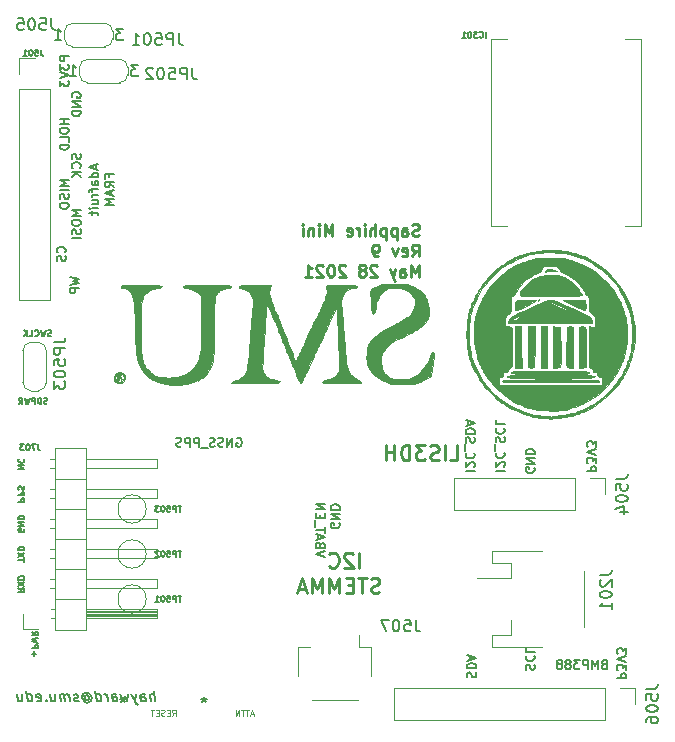
<source format=gbr>
G04 #@! TF.GenerationSoftware,KiCad,Pcbnew,(5.1.6)-1*
G04 #@! TF.CreationDate,2021-05-29T12:10:38-05:00*
G04 #@! TF.ProjectId,SapphineMinimal,53617070-6869-46e6-954d-696e696d616c,rev?*
G04 #@! TF.SameCoordinates,Original*
G04 #@! TF.FileFunction,Legend,Bot*
G04 #@! TF.FilePolarity,Positive*
%FSLAX46Y46*%
G04 Gerber Fmt 4.6, Leading zero omitted, Abs format (unit mm)*
G04 Created by KiCad (PCBNEW (5.1.6)-1) date 2021-05-29 12:10:38*
%MOMM*%
%LPD*%
G01*
G04 APERTURE LIST*
%ADD10C,0.127000*%
%ADD11C,0.254000*%
%ADD12C,0.190500*%
%ADD13C,0.125000*%
%ADD14C,0.152400*%
%ADD15C,0.228600*%
%ADD16C,0.120000*%
%ADD17C,0.100000*%
%ADD18C,0.010000*%
%ADD19C,0.150000*%
G04 APERTURE END LIST*
D10*
X77361761Y-104548571D02*
X77881761Y-104548571D01*
X77361761Y-104251428D01*
X77881761Y-104251428D01*
X77411285Y-103706666D02*
X77386523Y-103731428D01*
X77361761Y-103805714D01*
X77361761Y-103855238D01*
X77386523Y-103929523D01*
X77436047Y-103979047D01*
X77485571Y-104003809D01*
X77584619Y-104028571D01*
X77658904Y-104028571D01*
X77757952Y-104003809D01*
X77807476Y-103979047D01*
X77857000Y-103929523D01*
X77881761Y-103855238D01*
X77881761Y-103805714D01*
X77857000Y-103731428D01*
X77832238Y-103706666D01*
X77361761Y-107323809D02*
X77881761Y-107323809D01*
X77881761Y-107125714D01*
X77857000Y-107076190D01*
X77832238Y-107051428D01*
X77782714Y-107026666D01*
X77708428Y-107026666D01*
X77658904Y-107051428D01*
X77634142Y-107076190D01*
X77609380Y-107125714D01*
X77609380Y-107323809D01*
X77361761Y-106803809D02*
X77881761Y-106803809D01*
X77881761Y-106605714D01*
X77857000Y-106556190D01*
X77832238Y-106531428D01*
X77782714Y-106506666D01*
X77708428Y-106506666D01*
X77658904Y-106531428D01*
X77634142Y-106556190D01*
X77609380Y-106605714D01*
X77609380Y-106803809D01*
X77386523Y-106308571D02*
X77361761Y-106234285D01*
X77361761Y-106110476D01*
X77386523Y-106060952D01*
X77411285Y-106036190D01*
X77460809Y-106011428D01*
X77510333Y-106011428D01*
X77559857Y-106036190D01*
X77584619Y-106060952D01*
X77609380Y-106110476D01*
X77634142Y-106209523D01*
X77658904Y-106259047D01*
X77683666Y-106283809D01*
X77733190Y-106308571D01*
X77782714Y-106308571D01*
X77832238Y-106283809D01*
X77857000Y-106259047D01*
X77881761Y-106209523D01*
X77881761Y-106085714D01*
X77857000Y-106011428D01*
X77857000Y-109616190D02*
X77881761Y-109665714D01*
X77881761Y-109740000D01*
X77857000Y-109814285D01*
X77807476Y-109863809D01*
X77757952Y-109888571D01*
X77658904Y-109913333D01*
X77584619Y-109913333D01*
X77485571Y-109888571D01*
X77436047Y-109863809D01*
X77386523Y-109814285D01*
X77361761Y-109740000D01*
X77361761Y-109690476D01*
X77386523Y-109616190D01*
X77411285Y-109591428D01*
X77584619Y-109591428D01*
X77584619Y-109690476D01*
X77361761Y-109368571D02*
X77881761Y-109368571D01*
X77361761Y-109071428D01*
X77881761Y-109071428D01*
X77361761Y-108823809D02*
X77881761Y-108823809D01*
X77881761Y-108700000D01*
X77857000Y-108625714D01*
X77807476Y-108576190D01*
X77757952Y-108551428D01*
X77658904Y-108526666D01*
X77584619Y-108526666D01*
X77485571Y-108551428D01*
X77436047Y-108576190D01*
X77386523Y-108625714D01*
X77361761Y-108700000D01*
X77361761Y-108823809D01*
X77881761Y-112416190D02*
X77881761Y-112119047D01*
X77361761Y-112267619D02*
X77881761Y-112267619D01*
X77881761Y-111995238D02*
X77361761Y-111648571D01*
X77881761Y-111648571D02*
X77361761Y-111995238D01*
X77361761Y-111450476D02*
X77881761Y-111450476D01*
X77881761Y-111326666D01*
X77857000Y-111252380D01*
X77807476Y-111202857D01*
X77757952Y-111178095D01*
X77658904Y-111153333D01*
X77584619Y-111153333D01*
X77485571Y-111178095D01*
X77436047Y-111202857D01*
X77386523Y-111252380D01*
X77361761Y-111326666D01*
X77361761Y-111450476D01*
X77361761Y-114646666D02*
X77609380Y-114820000D01*
X77361761Y-114943809D02*
X77881761Y-114943809D01*
X77881761Y-114745714D01*
X77857000Y-114696190D01*
X77832238Y-114671428D01*
X77782714Y-114646666D01*
X77708428Y-114646666D01*
X77658904Y-114671428D01*
X77634142Y-114696190D01*
X77609380Y-114745714D01*
X77609380Y-114943809D01*
X77881761Y-114473333D02*
X77361761Y-114126666D01*
X77881761Y-114126666D02*
X77361761Y-114473333D01*
X77361761Y-113928571D02*
X77881761Y-113928571D01*
X77881761Y-113804761D01*
X77857000Y-113730476D01*
X77807476Y-113680952D01*
X77757952Y-113656190D01*
X77658904Y-113631428D01*
X77584619Y-113631428D01*
X77485571Y-113656190D01*
X77436047Y-113680952D01*
X77386523Y-113730476D01*
X77361761Y-113804761D01*
X77361761Y-113928571D01*
X78702857Y-120395238D02*
X78702857Y-119999047D01*
X78504761Y-120197142D02*
X78900952Y-120197142D01*
X78504761Y-119751428D02*
X79024761Y-119751428D01*
X79024761Y-119553333D01*
X79000000Y-119503809D01*
X78975238Y-119479047D01*
X78925714Y-119454285D01*
X78851428Y-119454285D01*
X78801904Y-119479047D01*
X78777142Y-119503809D01*
X78752380Y-119553333D01*
X78752380Y-119751428D01*
X79024761Y-119280952D02*
X78504761Y-119157142D01*
X78876190Y-119058095D01*
X78504761Y-118959047D01*
X79024761Y-118835238D01*
X78504761Y-118340000D02*
X78752380Y-118513333D01*
X78504761Y-118637142D02*
X79024761Y-118637142D01*
X79024761Y-118439047D01*
X79000000Y-118389523D01*
X78975238Y-118364761D01*
X78925714Y-118340000D01*
X78851428Y-118340000D01*
X78801904Y-118364761D01*
X78777142Y-118389523D01*
X78752380Y-118439047D01*
X78752380Y-118637142D01*
D11*
X106244571Y-112906023D02*
X106244571Y-111636023D01*
X105700285Y-111756976D02*
X105639809Y-111696500D01*
X105518857Y-111636023D01*
X105216476Y-111636023D01*
X105095523Y-111696500D01*
X105035047Y-111756976D01*
X104974571Y-111877928D01*
X104974571Y-111998880D01*
X105035047Y-112180309D01*
X105760761Y-112906023D01*
X104974571Y-112906023D01*
X103704571Y-112785071D02*
X103765047Y-112845547D01*
X103946476Y-112906023D01*
X104067428Y-112906023D01*
X104248857Y-112845547D01*
X104369809Y-112724595D01*
X104430285Y-112603642D01*
X104490761Y-112361738D01*
X104490761Y-112180309D01*
X104430285Y-111938404D01*
X104369809Y-111817452D01*
X104248857Y-111696500D01*
X104067428Y-111636023D01*
X103946476Y-111636023D01*
X103765047Y-111696500D01*
X103704571Y-111756976D01*
X107937904Y-115004547D02*
X107756476Y-115065023D01*
X107454095Y-115065023D01*
X107333142Y-115004547D01*
X107272666Y-114944071D01*
X107212190Y-114823119D01*
X107212190Y-114702166D01*
X107272666Y-114581214D01*
X107333142Y-114520738D01*
X107454095Y-114460261D01*
X107696000Y-114399785D01*
X107816952Y-114339309D01*
X107877428Y-114278833D01*
X107937904Y-114157880D01*
X107937904Y-114036928D01*
X107877428Y-113915976D01*
X107816952Y-113855500D01*
X107696000Y-113795023D01*
X107393619Y-113795023D01*
X107212190Y-113855500D01*
X106849333Y-113795023D02*
X106123619Y-113795023D01*
X106486476Y-115065023D02*
X106486476Y-113795023D01*
X105700285Y-114399785D02*
X105276952Y-114399785D01*
X105095523Y-115065023D02*
X105700285Y-115065023D01*
X105700285Y-113795023D01*
X105095523Y-113795023D01*
X104551238Y-115065023D02*
X104551238Y-113795023D01*
X104127904Y-114702166D01*
X103704571Y-113795023D01*
X103704571Y-115065023D01*
X103099809Y-115065023D02*
X103099809Y-113795023D01*
X102676476Y-114702166D01*
X102253142Y-113795023D01*
X102253142Y-115065023D01*
X101708857Y-114702166D02*
X101104095Y-114702166D01*
X101829809Y-115065023D02*
X101406476Y-113795023D01*
X100983142Y-115065023D01*
D12*
X83915250Y-78830714D02*
X83915250Y-79193571D01*
X84132964Y-78758142D02*
X83370964Y-79012142D01*
X84132964Y-79266142D01*
X84132964Y-79846714D02*
X83370964Y-79846714D01*
X84096678Y-79846714D02*
X84132964Y-79774142D01*
X84132964Y-79629000D01*
X84096678Y-79556428D01*
X84060392Y-79520142D01*
X83987821Y-79483857D01*
X83770107Y-79483857D01*
X83697535Y-79520142D01*
X83661250Y-79556428D01*
X83624964Y-79629000D01*
X83624964Y-79774142D01*
X83661250Y-79846714D01*
X84132964Y-80536142D02*
X83733821Y-80536142D01*
X83661250Y-80499857D01*
X83624964Y-80427285D01*
X83624964Y-80282142D01*
X83661250Y-80209571D01*
X84096678Y-80536142D02*
X84132964Y-80463571D01*
X84132964Y-80282142D01*
X84096678Y-80209571D01*
X84024107Y-80173285D01*
X83951535Y-80173285D01*
X83878964Y-80209571D01*
X83842678Y-80282142D01*
X83842678Y-80463571D01*
X83806392Y-80536142D01*
X83624964Y-80790142D02*
X83624964Y-81080428D01*
X84132964Y-80899000D02*
X83479821Y-80899000D01*
X83407250Y-80935285D01*
X83370964Y-81007857D01*
X83370964Y-81080428D01*
X84132964Y-81334428D02*
X83624964Y-81334428D01*
X83770107Y-81334428D02*
X83697535Y-81370714D01*
X83661250Y-81407000D01*
X83624964Y-81479571D01*
X83624964Y-81552142D01*
X83624964Y-82132714D02*
X84132964Y-82132714D01*
X83624964Y-81806142D02*
X84024107Y-81806142D01*
X84096678Y-81842428D01*
X84132964Y-81915000D01*
X84132964Y-82023857D01*
X84096678Y-82096428D01*
X84060392Y-82132714D01*
X84132964Y-82495571D02*
X83624964Y-82495571D01*
X83370964Y-82495571D02*
X83407250Y-82459285D01*
X83443535Y-82495571D01*
X83407250Y-82531857D01*
X83370964Y-82495571D01*
X83443535Y-82495571D01*
X83624964Y-82749571D02*
X83624964Y-83039857D01*
X83370964Y-82858428D02*
X84024107Y-82858428D01*
X84096678Y-82894714D01*
X84132964Y-82967285D01*
X84132964Y-83039857D01*
X85067321Y-79864857D02*
X85067321Y-79610857D01*
X85466464Y-79610857D02*
X84704464Y-79610857D01*
X84704464Y-79973714D01*
X85466464Y-80699428D02*
X85103607Y-80445428D01*
X85466464Y-80264000D02*
X84704464Y-80264000D01*
X84704464Y-80554285D01*
X84740750Y-80626857D01*
X84777035Y-80663142D01*
X84849607Y-80699428D01*
X84958464Y-80699428D01*
X85031035Y-80663142D01*
X85067321Y-80626857D01*
X85103607Y-80554285D01*
X85103607Y-80264000D01*
X85248750Y-80989714D02*
X85248750Y-81352571D01*
X85466464Y-80917142D02*
X84704464Y-81171142D01*
X85466464Y-81425142D01*
X85466464Y-81679142D02*
X84704464Y-81679142D01*
X85248750Y-81933142D01*
X84704464Y-82187142D01*
X85466464Y-82187142D01*
D10*
X120341571Y-121557142D02*
X120305285Y-121448285D01*
X120305285Y-121266857D01*
X120341571Y-121194285D01*
X120377857Y-121158000D01*
X120450428Y-121121714D01*
X120523000Y-121121714D01*
X120595571Y-121158000D01*
X120631857Y-121194285D01*
X120668142Y-121266857D01*
X120704428Y-121412000D01*
X120740714Y-121484571D01*
X120777000Y-121520857D01*
X120849571Y-121557142D01*
X120922142Y-121557142D01*
X120994714Y-121520857D01*
X121031000Y-121484571D01*
X121067285Y-121412000D01*
X121067285Y-121230571D01*
X121031000Y-121121714D01*
X120377857Y-120359714D02*
X120341571Y-120396000D01*
X120305285Y-120504857D01*
X120305285Y-120577428D01*
X120341571Y-120686285D01*
X120414142Y-120758857D01*
X120486714Y-120795142D01*
X120631857Y-120831428D01*
X120740714Y-120831428D01*
X120885857Y-120795142D01*
X120958428Y-120758857D01*
X121031000Y-120686285D01*
X121067285Y-120577428D01*
X121067285Y-120504857D01*
X121031000Y-120396000D01*
X120994714Y-120359714D01*
X120305285Y-119670285D02*
X120305285Y-120033142D01*
X121067285Y-120033142D01*
D12*
X81751714Y-88319428D02*
X82513714Y-88500857D01*
X81969428Y-88646000D01*
X82513714Y-88791142D01*
X81751714Y-88972571D01*
X82513714Y-89262857D02*
X81751714Y-89262857D01*
X81751714Y-89553142D01*
X81788000Y-89625714D01*
X81824285Y-89662000D01*
X81896857Y-89698285D01*
X82005714Y-89698285D01*
X82078285Y-89662000D01*
X82114571Y-89625714D01*
X82150857Y-89553142D01*
X82150857Y-89262857D01*
X81298142Y-86233000D02*
X81334428Y-86196714D01*
X81370714Y-86087857D01*
X81370714Y-86015285D01*
X81334428Y-85906428D01*
X81261857Y-85833857D01*
X81189285Y-85797571D01*
X81044142Y-85761285D01*
X80935285Y-85761285D01*
X80790142Y-85797571D01*
X80717571Y-85833857D01*
X80645000Y-85906428D01*
X80608714Y-86015285D01*
X80608714Y-86087857D01*
X80645000Y-86196714D01*
X80681285Y-86233000D01*
X81334428Y-86523285D02*
X81370714Y-86632142D01*
X81370714Y-86813571D01*
X81334428Y-86886142D01*
X81298142Y-86922428D01*
X81225571Y-86958714D01*
X81153000Y-86958714D01*
X81080428Y-86922428D01*
X81044142Y-86886142D01*
X81007857Y-86813571D01*
X80971571Y-86668428D01*
X80935285Y-86595857D01*
X80899000Y-86559571D01*
X80826428Y-86523285D01*
X80753857Y-86523285D01*
X80681285Y-86559571D01*
X80645000Y-86595857D01*
X80608714Y-86668428D01*
X80608714Y-86849857D01*
X80645000Y-86958714D01*
X82640714Y-82622571D02*
X81878714Y-82622571D01*
X82423000Y-82876571D01*
X81878714Y-83130571D01*
X82640714Y-83130571D01*
X81878714Y-83638571D02*
X81878714Y-83783714D01*
X81915000Y-83856285D01*
X81987571Y-83928857D01*
X82132714Y-83965142D01*
X82386714Y-83965142D01*
X82531857Y-83928857D01*
X82604428Y-83856285D01*
X82640714Y-83783714D01*
X82640714Y-83638571D01*
X82604428Y-83566000D01*
X82531857Y-83493428D01*
X82386714Y-83457142D01*
X82132714Y-83457142D01*
X81987571Y-83493428D01*
X81915000Y-83566000D01*
X81878714Y-83638571D01*
X82604428Y-84255428D02*
X82640714Y-84364285D01*
X82640714Y-84545714D01*
X82604428Y-84618285D01*
X82568142Y-84654571D01*
X82495571Y-84690857D01*
X82423000Y-84690857D01*
X82350428Y-84654571D01*
X82314142Y-84618285D01*
X82277857Y-84545714D01*
X82241571Y-84400571D01*
X82205285Y-84328000D01*
X82169000Y-84291714D01*
X82096428Y-84255428D01*
X82023857Y-84255428D01*
X81951285Y-84291714D01*
X81915000Y-84328000D01*
X81878714Y-84400571D01*
X81878714Y-84582000D01*
X81915000Y-84690857D01*
X82640714Y-85017428D02*
X81878714Y-85017428D01*
X81624714Y-80082571D02*
X80862714Y-80082571D01*
X81407000Y-80336571D01*
X80862714Y-80590571D01*
X81624714Y-80590571D01*
X81624714Y-80953428D02*
X80862714Y-80953428D01*
X81588428Y-81280000D02*
X81624714Y-81388857D01*
X81624714Y-81570285D01*
X81588428Y-81642857D01*
X81552142Y-81679142D01*
X81479571Y-81715428D01*
X81407000Y-81715428D01*
X81334428Y-81679142D01*
X81298142Y-81642857D01*
X81261857Y-81570285D01*
X81225571Y-81425142D01*
X81189285Y-81352571D01*
X81153000Y-81316285D01*
X81080428Y-81280000D01*
X81007857Y-81280000D01*
X80935285Y-81316285D01*
X80899000Y-81352571D01*
X80862714Y-81425142D01*
X80862714Y-81606571D01*
X80899000Y-81715428D01*
X80862714Y-82187142D02*
X80862714Y-82332285D01*
X80899000Y-82404857D01*
X80971571Y-82477428D01*
X81116714Y-82513714D01*
X81370714Y-82513714D01*
X81515857Y-82477428D01*
X81588428Y-82404857D01*
X81624714Y-82332285D01*
X81624714Y-82187142D01*
X81588428Y-82114571D01*
X81515857Y-82042000D01*
X81370714Y-82005714D01*
X81116714Y-82005714D01*
X80971571Y-82042000D01*
X80899000Y-82114571D01*
X80862714Y-82187142D01*
X82604428Y-77887285D02*
X82640714Y-77996142D01*
X82640714Y-78177571D01*
X82604428Y-78250142D01*
X82568142Y-78286428D01*
X82495571Y-78322714D01*
X82423000Y-78322714D01*
X82350428Y-78286428D01*
X82314142Y-78250142D01*
X82277857Y-78177571D01*
X82241571Y-78032428D01*
X82205285Y-77959857D01*
X82169000Y-77923571D01*
X82096428Y-77887285D01*
X82023857Y-77887285D01*
X81951285Y-77923571D01*
X81915000Y-77959857D01*
X81878714Y-78032428D01*
X81878714Y-78213857D01*
X81915000Y-78322714D01*
X82568142Y-79084714D02*
X82604428Y-79048428D01*
X82640714Y-78939571D01*
X82640714Y-78867000D01*
X82604428Y-78758142D01*
X82531857Y-78685571D01*
X82459285Y-78649285D01*
X82314142Y-78613000D01*
X82205285Y-78613000D01*
X82060142Y-78649285D01*
X81987571Y-78685571D01*
X81915000Y-78758142D01*
X81878714Y-78867000D01*
X81878714Y-78939571D01*
X81915000Y-79048428D01*
X81951285Y-79084714D01*
X82640714Y-79411285D02*
X81878714Y-79411285D01*
X82640714Y-79846714D02*
X82205285Y-79520142D01*
X81878714Y-79846714D02*
X82314142Y-79411285D01*
X81624714Y-74893714D02*
X80862714Y-74893714D01*
X81225571Y-74893714D02*
X81225571Y-75329142D01*
X81624714Y-75329142D02*
X80862714Y-75329142D01*
X80862714Y-75837142D02*
X80862714Y-75982285D01*
X80899000Y-76054857D01*
X80971571Y-76127428D01*
X81116714Y-76163714D01*
X81370714Y-76163714D01*
X81515857Y-76127428D01*
X81588428Y-76054857D01*
X81624714Y-75982285D01*
X81624714Y-75837142D01*
X81588428Y-75764571D01*
X81515857Y-75692000D01*
X81370714Y-75655714D01*
X81116714Y-75655714D01*
X80971571Y-75692000D01*
X80899000Y-75764571D01*
X80862714Y-75837142D01*
X81624714Y-76853142D02*
X81624714Y-76490285D01*
X80862714Y-76490285D01*
X81624714Y-77107142D02*
X80862714Y-77107142D01*
X80862714Y-77288571D01*
X80899000Y-77397428D01*
X80971571Y-77470000D01*
X81044142Y-77506285D01*
X81189285Y-77542571D01*
X81298142Y-77542571D01*
X81443285Y-77506285D01*
X81515857Y-77470000D01*
X81588428Y-77397428D01*
X81624714Y-77288571D01*
X81624714Y-77107142D01*
X81915000Y-73079428D02*
X81878714Y-73006857D01*
X81878714Y-72898000D01*
X81915000Y-72789142D01*
X81987571Y-72716571D01*
X82060142Y-72680285D01*
X82205285Y-72644000D01*
X82314142Y-72644000D01*
X82459285Y-72680285D01*
X82531857Y-72716571D01*
X82604428Y-72789142D01*
X82640714Y-72898000D01*
X82640714Y-72970571D01*
X82604428Y-73079428D01*
X82568142Y-73115714D01*
X82314142Y-73115714D01*
X82314142Y-72970571D01*
X82640714Y-73442285D02*
X81878714Y-73442285D01*
X82640714Y-73877714D01*
X81878714Y-73877714D01*
X82640714Y-74240571D02*
X81878714Y-74240571D01*
X81878714Y-74422000D01*
X81915000Y-74530857D01*
X81987571Y-74603428D01*
X82060142Y-74639714D01*
X82205285Y-74676000D01*
X82314142Y-74676000D01*
X82459285Y-74639714D01*
X82531857Y-74603428D01*
X82604428Y-74530857D01*
X82640714Y-74422000D01*
X82640714Y-74240571D01*
X81624714Y-69614142D02*
X80862714Y-69614142D01*
X80862714Y-69904428D01*
X80899000Y-69977000D01*
X80935285Y-70013285D01*
X81007857Y-70049571D01*
X81116714Y-70049571D01*
X81189285Y-70013285D01*
X81225571Y-69977000D01*
X81261857Y-69904428D01*
X81261857Y-69614142D01*
X80862714Y-70303571D02*
X80862714Y-70775285D01*
X81153000Y-70521285D01*
X81153000Y-70630142D01*
X81189285Y-70702714D01*
X81225571Y-70739000D01*
X81298142Y-70775285D01*
X81479571Y-70775285D01*
X81552142Y-70739000D01*
X81588428Y-70702714D01*
X81624714Y-70630142D01*
X81624714Y-70412428D01*
X81588428Y-70339857D01*
X81552142Y-70303571D01*
X80862714Y-70993000D02*
X81624714Y-71247000D01*
X80862714Y-71501000D01*
X80862714Y-71682428D02*
X80862714Y-72154142D01*
X81153000Y-71900142D01*
X81153000Y-72009000D01*
X81189285Y-72081571D01*
X81225571Y-72117857D01*
X81298142Y-72154142D01*
X81479571Y-72154142D01*
X81552142Y-72117857D01*
X81588428Y-72081571D01*
X81624714Y-72009000D01*
X81624714Y-71791285D01*
X81588428Y-71718714D01*
X81552142Y-71682428D01*
D13*
X90388190Y-125448190D02*
X90554857Y-125210095D01*
X90673904Y-125448190D02*
X90673904Y-124948190D01*
X90483428Y-124948190D01*
X90435809Y-124972000D01*
X90412000Y-124995809D01*
X90388190Y-125043428D01*
X90388190Y-125114857D01*
X90412000Y-125162476D01*
X90435809Y-125186285D01*
X90483428Y-125210095D01*
X90673904Y-125210095D01*
X90173904Y-125186285D02*
X90007238Y-125186285D01*
X89935809Y-125448190D02*
X90173904Y-125448190D01*
X90173904Y-124948190D01*
X89935809Y-124948190D01*
X89745333Y-125424380D02*
X89673904Y-125448190D01*
X89554857Y-125448190D01*
X89507238Y-125424380D01*
X89483428Y-125400571D01*
X89459619Y-125352952D01*
X89459619Y-125305333D01*
X89483428Y-125257714D01*
X89507238Y-125233904D01*
X89554857Y-125210095D01*
X89650095Y-125186285D01*
X89697714Y-125162476D01*
X89721523Y-125138666D01*
X89745333Y-125091047D01*
X89745333Y-125043428D01*
X89721523Y-124995809D01*
X89697714Y-124972000D01*
X89650095Y-124948190D01*
X89531047Y-124948190D01*
X89459619Y-124972000D01*
X89245333Y-125186285D02*
X89078666Y-125186285D01*
X89007238Y-125448190D02*
X89245333Y-125448190D01*
X89245333Y-124948190D01*
X89007238Y-124948190D01*
X88864380Y-124948190D02*
X88578666Y-124948190D01*
X88721523Y-125448190D02*
X88721523Y-124948190D01*
D14*
D13*
X97281904Y-125305333D02*
X97043809Y-125305333D01*
X97329523Y-125448190D02*
X97162857Y-124948190D01*
X96996190Y-125448190D01*
X96900952Y-124948190D02*
X96615238Y-124948190D01*
X96758095Y-125448190D02*
X96758095Y-124948190D01*
X96520000Y-124948190D02*
X96234285Y-124948190D01*
X96377142Y-125448190D02*
X96377142Y-124948190D01*
X96067619Y-125448190D02*
X96067619Y-124948190D01*
X95781904Y-125448190D01*
X95781904Y-124948190D01*
D14*
D10*
X103287285Y-112014000D02*
X102525285Y-111760000D01*
X103287285Y-111506000D01*
X102924428Y-110998000D02*
X102888142Y-110889142D01*
X102851857Y-110852857D01*
X102779285Y-110816571D01*
X102670428Y-110816571D01*
X102597857Y-110852857D01*
X102561571Y-110889142D01*
X102525285Y-110961714D01*
X102525285Y-111252000D01*
X103287285Y-111252000D01*
X103287285Y-110998000D01*
X103251000Y-110925428D01*
X103214714Y-110889142D01*
X103142142Y-110852857D01*
X103069571Y-110852857D01*
X102997000Y-110889142D01*
X102960714Y-110925428D01*
X102924428Y-110998000D01*
X102924428Y-111252000D01*
X102743000Y-110526285D02*
X102743000Y-110163428D01*
X102525285Y-110598857D02*
X103287285Y-110344857D01*
X102525285Y-110090857D01*
X103287285Y-109945714D02*
X103287285Y-109510285D01*
X102525285Y-109728000D02*
X103287285Y-109728000D01*
X102452714Y-109437714D02*
X102452714Y-108857142D01*
X102924428Y-108675714D02*
X102924428Y-108421714D01*
X102525285Y-108312857D02*
X102525285Y-108675714D01*
X103287285Y-108675714D01*
X103287285Y-108312857D01*
X102525285Y-107986285D02*
X103287285Y-107986285D01*
X102525285Y-107550857D01*
X103287285Y-107550857D01*
X88946037Y-124227166D02*
X88834912Y-123338166D01*
X88565037Y-124227166D02*
X88506829Y-123761500D01*
X88538579Y-123676833D01*
X88617954Y-123634500D01*
X88744954Y-123634500D01*
X88834912Y-123676833D01*
X88882537Y-123719166D01*
X87760704Y-124227166D02*
X87702495Y-123761500D01*
X87734245Y-123676833D01*
X87813620Y-123634500D01*
X87982954Y-123634500D01*
X88072912Y-123676833D01*
X87755412Y-124184833D02*
X87845370Y-124227166D01*
X88057037Y-124227166D01*
X88136412Y-124184833D01*
X88168162Y-124100166D01*
X88157579Y-124015500D01*
X88104662Y-123930833D01*
X88014704Y-123888500D01*
X87803037Y-123888500D01*
X87713079Y-123846166D01*
X87347954Y-123634500D02*
X87210370Y-124227166D01*
X86924620Y-123634500D02*
X87210370Y-124227166D01*
X87321495Y-124438833D01*
X87369120Y-124481166D01*
X87459079Y-124523500D01*
X86670620Y-123634500D02*
X86575370Y-124227166D01*
X86353120Y-123803833D01*
X86236704Y-124227166D01*
X85993287Y-123634500D01*
X85347704Y-124227166D02*
X85289495Y-123761500D01*
X85321245Y-123676833D01*
X85400620Y-123634500D01*
X85569954Y-123634500D01*
X85659912Y-123676833D01*
X85342412Y-124184833D02*
X85432370Y-124227166D01*
X85644037Y-124227166D01*
X85723412Y-124184833D01*
X85755162Y-124100166D01*
X85744579Y-124015500D01*
X85691662Y-123930833D01*
X85601704Y-123888500D01*
X85390037Y-123888500D01*
X85300079Y-123846166D01*
X84924370Y-124227166D02*
X84850287Y-123634500D01*
X84871454Y-123803833D02*
X84818537Y-123719166D01*
X84770912Y-123676833D01*
X84680954Y-123634500D01*
X84596287Y-123634500D01*
X83993037Y-124227166D02*
X83881912Y-123338166D01*
X83987745Y-124184833D02*
X84077704Y-124227166D01*
X84247037Y-124227166D01*
X84326412Y-124184833D01*
X84363454Y-124142500D01*
X84395204Y-124057833D01*
X84363454Y-123803833D01*
X84310537Y-123719166D01*
X84262912Y-123676833D01*
X84172954Y-123634500D01*
X84003620Y-123634500D01*
X83924245Y-123676833D01*
X82966454Y-123803833D02*
X83003495Y-123761500D01*
X83082870Y-123719166D01*
X83167537Y-123719166D01*
X83257495Y-123761500D01*
X83305120Y-123803833D01*
X83358037Y-123888500D01*
X83368620Y-123973166D01*
X83336870Y-124057833D01*
X83299829Y-124100166D01*
X83220454Y-124142500D01*
X83135787Y-124142500D01*
X83045829Y-124100166D01*
X82998204Y-124057833D01*
X82955870Y-123719166D02*
X82998204Y-124057833D01*
X82961162Y-124100166D01*
X82918829Y-124100166D01*
X82828870Y-124057833D01*
X82775954Y-123973166D01*
X82749495Y-123761500D01*
X82818287Y-123634500D01*
X82934704Y-123549833D01*
X83098745Y-123507500D01*
X83273370Y-123549833D01*
X83410954Y-123634500D01*
X83511495Y-123761500D01*
X83574995Y-123930833D01*
X83553829Y-124100166D01*
X83485037Y-124227166D01*
X83368620Y-124311833D01*
X83204579Y-124354166D01*
X83029954Y-124311833D01*
X82892370Y-124227166D01*
X82463745Y-124184833D02*
X82384370Y-124227166D01*
X82215037Y-124227166D01*
X82125079Y-124184833D01*
X82072162Y-124100166D01*
X82066870Y-124057833D01*
X82098620Y-123973166D01*
X82177995Y-123930833D01*
X82304995Y-123930833D01*
X82384370Y-123888500D01*
X82416120Y-123803833D01*
X82410829Y-123761500D01*
X82357912Y-123676833D01*
X82267954Y-123634500D01*
X82140954Y-123634500D01*
X82061579Y-123676833D01*
X81707037Y-124227166D02*
X81632954Y-123634500D01*
X81643537Y-123719166D02*
X81595912Y-123676833D01*
X81505954Y-123634500D01*
X81378954Y-123634500D01*
X81299579Y-123676833D01*
X81267829Y-123761500D01*
X81326037Y-124227166D01*
X81267829Y-123761500D02*
X81214912Y-123676833D01*
X81124954Y-123634500D01*
X80997954Y-123634500D01*
X80918579Y-123676833D01*
X80886829Y-123761500D01*
X80945037Y-124227166D01*
X80066620Y-123634500D02*
X80140704Y-124227166D01*
X80447620Y-123634500D02*
X80505829Y-124100166D01*
X80474079Y-124184833D01*
X80394704Y-124227166D01*
X80267704Y-124227166D01*
X80177745Y-124184833D01*
X80130120Y-124142500D01*
X79706787Y-124142500D02*
X79669745Y-124184833D01*
X79717370Y-124227166D01*
X79754412Y-124184833D01*
X79706787Y-124142500D01*
X79717370Y-124227166D01*
X78950079Y-124184833D02*
X79040037Y-124227166D01*
X79209370Y-124227166D01*
X79288745Y-124184833D01*
X79320495Y-124100166D01*
X79278162Y-123761500D01*
X79225245Y-123676833D01*
X79135287Y-123634500D01*
X78965954Y-123634500D01*
X78886579Y-123676833D01*
X78854829Y-123761500D01*
X78865412Y-123846166D01*
X79299329Y-123930833D01*
X78151037Y-124227166D02*
X78039912Y-123338166D01*
X78145745Y-124184833D02*
X78235704Y-124227166D01*
X78405037Y-124227166D01*
X78484412Y-124184833D01*
X78521454Y-124142500D01*
X78553204Y-124057833D01*
X78521454Y-123803833D01*
X78468537Y-123719166D01*
X78420912Y-123676833D01*
X78330954Y-123634500D01*
X78161620Y-123634500D01*
X78082245Y-123676833D01*
X77272620Y-123634500D02*
X77346704Y-124227166D01*
X77653620Y-123634500D02*
X77711829Y-124100166D01*
X77680079Y-124184833D01*
X77600704Y-124227166D01*
X77473704Y-124227166D01*
X77383745Y-124184833D01*
X77336120Y-124142500D01*
D15*
X111293933Y-84782161D02*
X111151076Y-84829780D01*
X110912981Y-84829780D01*
X110817743Y-84782161D01*
X110770124Y-84734542D01*
X110722505Y-84639304D01*
X110722505Y-84544066D01*
X110770124Y-84448828D01*
X110817743Y-84401209D01*
X110912981Y-84353590D01*
X111103457Y-84305971D01*
X111198695Y-84258352D01*
X111246314Y-84210733D01*
X111293933Y-84115495D01*
X111293933Y-84020257D01*
X111246314Y-83925019D01*
X111198695Y-83877400D01*
X111103457Y-83829780D01*
X110865362Y-83829780D01*
X110722505Y-83877400D01*
X109865362Y-84829780D02*
X109865362Y-84305971D01*
X109912981Y-84210733D01*
X110008219Y-84163114D01*
X110198695Y-84163114D01*
X110293933Y-84210733D01*
X109865362Y-84782161D02*
X109960600Y-84829780D01*
X110198695Y-84829780D01*
X110293933Y-84782161D01*
X110341552Y-84686923D01*
X110341552Y-84591685D01*
X110293933Y-84496447D01*
X110198695Y-84448828D01*
X109960600Y-84448828D01*
X109865362Y-84401209D01*
X109389171Y-84163114D02*
X109389171Y-85163114D01*
X109389171Y-84210733D02*
X109293933Y-84163114D01*
X109103457Y-84163114D01*
X109008219Y-84210733D01*
X108960600Y-84258352D01*
X108912981Y-84353590D01*
X108912981Y-84639304D01*
X108960600Y-84734542D01*
X109008219Y-84782161D01*
X109103457Y-84829780D01*
X109293933Y-84829780D01*
X109389171Y-84782161D01*
X108484410Y-84163114D02*
X108484410Y-85163114D01*
X108484410Y-84210733D02*
X108389171Y-84163114D01*
X108198695Y-84163114D01*
X108103457Y-84210733D01*
X108055838Y-84258352D01*
X108008219Y-84353590D01*
X108008219Y-84639304D01*
X108055838Y-84734542D01*
X108103457Y-84782161D01*
X108198695Y-84829780D01*
X108389171Y-84829780D01*
X108484410Y-84782161D01*
X107579648Y-84829780D02*
X107579648Y-83829780D01*
X107151076Y-84829780D02*
X107151076Y-84305971D01*
X107198695Y-84210733D01*
X107293933Y-84163114D01*
X107436790Y-84163114D01*
X107532029Y-84210733D01*
X107579648Y-84258352D01*
X106674886Y-84829780D02*
X106674886Y-84163114D01*
X106674886Y-83829780D02*
X106722505Y-83877400D01*
X106674886Y-83925019D01*
X106627267Y-83877400D01*
X106674886Y-83829780D01*
X106674886Y-83925019D01*
X106198695Y-84829780D02*
X106198695Y-84163114D01*
X106198695Y-84353590D02*
X106151076Y-84258352D01*
X106103457Y-84210733D01*
X106008219Y-84163114D01*
X105912981Y-84163114D01*
X105198695Y-84782161D02*
X105293933Y-84829780D01*
X105484410Y-84829780D01*
X105579648Y-84782161D01*
X105627267Y-84686923D01*
X105627267Y-84305971D01*
X105579648Y-84210733D01*
X105484410Y-84163114D01*
X105293933Y-84163114D01*
X105198695Y-84210733D01*
X105151076Y-84305971D01*
X105151076Y-84401209D01*
X105627267Y-84496447D01*
X103960600Y-84829780D02*
X103960600Y-83829780D01*
X103627267Y-84544066D01*
X103293933Y-83829780D01*
X103293933Y-84829780D01*
X102817743Y-84829780D02*
X102817743Y-84163114D01*
X102817743Y-83829780D02*
X102865362Y-83877400D01*
X102817743Y-83925019D01*
X102770124Y-83877400D01*
X102817743Y-83829780D01*
X102817743Y-83925019D01*
X102341552Y-84163114D02*
X102341552Y-84829780D01*
X102341552Y-84258352D02*
X102293933Y-84210733D01*
X102198695Y-84163114D01*
X102055838Y-84163114D01*
X101960600Y-84210733D01*
X101912981Y-84305971D01*
X101912981Y-84829780D01*
X101436790Y-84829780D02*
X101436790Y-84163114D01*
X101436790Y-83829780D02*
X101484410Y-83877400D01*
X101436790Y-83925019D01*
X101389171Y-83877400D01*
X101436790Y-83829780D01*
X101436790Y-83925019D01*
X110674886Y-86558380D02*
X111008219Y-86082190D01*
X111246314Y-86558380D02*
X111246314Y-85558380D01*
X110865362Y-85558380D01*
X110770124Y-85606000D01*
X110722505Y-85653619D01*
X110674886Y-85748857D01*
X110674886Y-85891714D01*
X110722505Y-85986952D01*
X110770124Y-86034571D01*
X110865362Y-86082190D01*
X111246314Y-86082190D01*
X109865362Y-86510761D02*
X109960600Y-86558380D01*
X110151076Y-86558380D01*
X110246314Y-86510761D01*
X110293933Y-86415523D01*
X110293933Y-86034571D01*
X110246314Y-85939333D01*
X110151076Y-85891714D01*
X109960600Y-85891714D01*
X109865362Y-85939333D01*
X109817743Y-86034571D01*
X109817743Y-86129809D01*
X110293933Y-86225047D01*
X109484410Y-85891714D02*
X109246314Y-86558380D01*
X109008219Y-85891714D01*
X107817743Y-86558380D02*
X107627267Y-86558380D01*
X107532029Y-86510761D01*
X107484410Y-86463142D01*
X107389171Y-86320285D01*
X107341552Y-86129809D01*
X107341552Y-85748857D01*
X107389171Y-85653619D01*
X107436790Y-85606000D01*
X107532029Y-85558380D01*
X107722505Y-85558380D01*
X107817743Y-85606000D01*
X107865362Y-85653619D01*
X107912981Y-85748857D01*
X107912981Y-85986952D01*
X107865362Y-86082190D01*
X107817743Y-86129809D01*
X107722505Y-86177428D01*
X107532029Y-86177428D01*
X107436790Y-86129809D01*
X107389171Y-86082190D01*
X107341552Y-85986952D01*
X111246314Y-88286980D02*
X111246314Y-87286980D01*
X110912981Y-88001266D01*
X110579648Y-87286980D01*
X110579648Y-88286980D01*
X109674886Y-88286980D02*
X109674886Y-87763171D01*
X109722505Y-87667933D01*
X109817743Y-87620314D01*
X110008219Y-87620314D01*
X110103457Y-87667933D01*
X109674886Y-88239361D02*
X109770124Y-88286980D01*
X110008219Y-88286980D01*
X110103457Y-88239361D01*
X110151076Y-88144123D01*
X110151076Y-88048885D01*
X110103457Y-87953647D01*
X110008219Y-87906028D01*
X109770124Y-87906028D01*
X109674886Y-87858409D01*
X109293933Y-87620314D02*
X109055838Y-88286980D01*
X108817743Y-87620314D02*
X109055838Y-88286980D01*
X109151076Y-88525076D01*
X109198695Y-88572695D01*
X109293933Y-88620314D01*
X107722505Y-87382219D02*
X107674886Y-87334600D01*
X107579648Y-87286980D01*
X107341552Y-87286980D01*
X107246314Y-87334600D01*
X107198695Y-87382219D01*
X107151076Y-87477457D01*
X107151076Y-87572695D01*
X107198695Y-87715552D01*
X107770124Y-88286980D01*
X107151076Y-88286980D01*
X106579648Y-87715552D02*
X106674886Y-87667933D01*
X106722505Y-87620314D01*
X106770124Y-87525076D01*
X106770124Y-87477457D01*
X106722505Y-87382219D01*
X106674886Y-87334600D01*
X106579648Y-87286980D01*
X106389171Y-87286980D01*
X106293933Y-87334600D01*
X106246314Y-87382219D01*
X106198695Y-87477457D01*
X106198695Y-87525076D01*
X106246314Y-87620314D01*
X106293933Y-87667933D01*
X106389171Y-87715552D01*
X106579648Y-87715552D01*
X106674886Y-87763171D01*
X106722505Y-87810790D01*
X106770124Y-87906028D01*
X106770124Y-88096504D01*
X106722505Y-88191742D01*
X106674886Y-88239361D01*
X106579648Y-88286980D01*
X106389171Y-88286980D01*
X106293933Y-88239361D01*
X106246314Y-88191742D01*
X106198695Y-88096504D01*
X106198695Y-87906028D01*
X106246314Y-87810790D01*
X106293933Y-87763171D01*
X106389171Y-87715552D01*
X105055838Y-87382219D02*
X105008219Y-87334600D01*
X104912981Y-87286980D01*
X104674886Y-87286980D01*
X104579648Y-87334600D01*
X104532029Y-87382219D01*
X104484410Y-87477457D01*
X104484410Y-87572695D01*
X104532029Y-87715552D01*
X105103457Y-88286980D01*
X104484410Y-88286980D01*
X103865362Y-87286980D02*
X103770124Y-87286980D01*
X103674886Y-87334600D01*
X103627267Y-87382219D01*
X103579648Y-87477457D01*
X103532029Y-87667933D01*
X103532029Y-87906028D01*
X103579648Y-88096504D01*
X103627267Y-88191742D01*
X103674886Y-88239361D01*
X103770124Y-88286980D01*
X103865362Y-88286980D01*
X103960600Y-88239361D01*
X104008219Y-88191742D01*
X104055838Y-88096504D01*
X104103457Y-87906028D01*
X104103457Y-87667933D01*
X104055838Y-87477457D01*
X104008219Y-87382219D01*
X103960600Y-87334600D01*
X103865362Y-87286980D01*
X103151076Y-87382219D02*
X103103457Y-87334600D01*
X103008219Y-87286980D01*
X102770124Y-87286980D01*
X102674886Y-87334600D01*
X102627267Y-87382219D01*
X102579648Y-87477457D01*
X102579648Y-87572695D01*
X102627267Y-87715552D01*
X103198695Y-88286980D01*
X102579648Y-88286980D01*
X101627267Y-88286980D02*
X102198695Y-88286980D01*
X101912981Y-88286980D02*
X101912981Y-87286980D01*
X102008219Y-87429838D01*
X102103457Y-87525076D01*
X102198695Y-87572695D01*
D10*
X95840428Y-101959000D02*
X95913000Y-101922714D01*
X96021857Y-101922714D01*
X96130714Y-101959000D01*
X96203285Y-102031571D01*
X96239571Y-102104142D01*
X96275857Y-102249285D01*
X96275857Y-102358142D01*
X96239571Y-102503285D01*
X96203285Y-102575857D01*
X96130714Y-102648428D01*
X96021857Y-102684714D01*
X95949285Y-102684714D01*
X95840428Y-102648428D01*
X95804142Y-102612142D01*
X95804142Y-102358142D01*
X95949285Y-102358142D01*
X95477571Y-102684714D02*
X95477571Y-101922714D01*
X95042142Y-102684714D01*
X95042142Y-101922714D01*
X94715571Y-102648428D02*
X94606714Y-102684714D01*
X94425285Y-102684714D01*
X94352714Y-102648428D01*
X94316428Y-102612142D01*
X94280142Y-102539571D01*
X94280142Y-102467000D01*
X94316428Y-102394428D01*
X94352714Y-102358142D01*
X94425285Y-102321857D01*
X94570428Y-102285571D01*
X94643000Y-102249285D01*
X94679285Y-102213000D01*
X94715571Y-102140428D01*
X94715571Y-102067857D01*
X94679285Y-101995285D01*
X94643000Y-101959000D01*
X94570428Y-101922714D01*
X94389000Y-101922714D01*
X94280142Y-101959000D01*
X93989857Y-102648428D02*
X93881000Y-102684714D01*
X93699571Y-102684714D01*
X93627000Y-102648428D01*
X93590714Y-102612142D01*
X93554428Y-102539571D01*
X93554428Y-102467000D01*
X93590714Y-102394428D01*
X93627000Y-102358142D01*
X93699571Y-102321857D01*
X93844714Y-102285571D01*
X93917285Y-102249285D01*
X93953571Y-102213000D01*
X93989857Y-102140428D01*
X93989857Y-102067857D01*
X93953571Y-101995285D01*
X93917285Y-101959000D01*
X93844714Y-101922714D01*
X93663285Y-101922714D01*
X93554428Y-101959000D01*
X93409285Y-102757285D02*
X92828714Y-102757285D01*
X92647285Y-102684714D02*
X92647285Y-101922714D01*
X92357000Y-101922714D01*
X92284428Y-101959000D01*
X92248142Y-101995285D01*
X92211857Y-102067857D01*
X92211857Y-102176714D01*
X92248142Y-102249285D01*
X92284428Y-102285571D01*
X92357000Y-102321857D01*
X92647285Y-102321857D01*
X91885285Y-102684714D02*
X91885285Y-101922714D01*
X91595000Y-101922714D01*
X91522428Y-101959000D01*
X91486142Y-101995285D01*
X91449857Y-102067857D01*
X91449857Y-102176714D01*
X91486142Y-102249285D01*
X91522428Y-102285571D01*
X91595000Y-102321857D01*
X91885285Y-102321857D01*
X91159571Y-102648428D02*
X91050714Y-102684714D01*
X90869285Y-102684714D01*
X90796714Y-102648428D01*
X90760428Y-102612142D01*
X90724142Y-102539571D01*
X90724142Y-102467000D01*
X90760428Y-102394428D01*
X90796714Y-102358142D01*
X90869285Y-102321857D01*
X91014428Y-102285571D01*
X91087000Y-102249285D01*
X91123285Y-102213000D01*
X91159571Y-102140428D01*
X91159571Y-102067857D01*
X91123285Y-101995285D01*
X91087000Y-101959000D01*
X91014428Y-101922714D01*
X90833000Y-101922714D01*
X90724142Y-101959000D01*
X104521000Y-109165571D02*
X104557285Y-109238142D01*
X104557285Y-109347000D01*
X104521000Y-109455857D01*
X104448428Y-109528428D01*
X104375857Y-109564714D01*
X104230714Y-109601000D01*
X104121857Y-109601000D01*
X103976714Y-109564714D01*
X103904142Y-109528428D01*
X103831571Y-109455857D01*
X103795285Y-109347000D01*
X103795285Y-109274428D01*
X103831571Y-109165571D01*
X103867857Y-109129285D01*
X104121857Y-109129285D01*
X104121857Y-109274428D01*
X103795285Y-108802714D02*
X104557285Y-108802714D01*
X103795285Y-108367285D01*
X104557285Y-108367285D01*
X103795285Y-108004428D02*
X104557285Y-108004428D01*
X104557285Y-107823000D01*
X104521000Y-107714142D01*
X104448428Y-107641571D01*
X104375857Y-107605285D01*
X104230714Y-107569000D01*
X104121857Y-107569000D01*
X103976714Y-107605285D01*
X103904142Y-107641571D01*
X103831571Y-107714142D01*
X103795285Y-107823000D01*
X103795285Y-108004428D01*
X115225285Y-104720571D02*
X115987285Y-104720571D01*
X115914714Y-104394000D02*
X115951000Y-104357714D01*
X115987285Y-104285142D01*
X115987285Y-104103714D01*
X115951000Y-104031142D01*
X115914714Y-103994857D01*
X115842142Y-103958571D01*
X115769571Y-103958571D01*
X115660714Y-103994857D01*
X115225285Y-104430285D01*
X115225285Y-103958571D01*
X115297857Y-103196571D02*
X115261571Y-103232857D01*
X115225285Y-103341714D01*
X115225285Y-103414285D01*
X115261571Y-103523142D01*
X115334142Y-103595714D01*
X115406714Y-103632000D01*
X115551857Y-103668285D01*
X115660714Y-103668285D01*
X115805857Y-103632000D01*
X115878428Y-103595714D01*
X115951000Y-103523142D01*
X115987285Y-103414285D01*
X115987285Y-103341714D01*
X115951000Y-103232857D01*
X115914714Y-103196571D01*
X115152714Y-103051428D02*
X115152714Y-102470857D01*
X115261571Y-102325714D02*
X115225285Y-102216857D01*
X115225285Y-102035428D01*
X115261571Y-101962857D01*
X115297857Y-101926571D01*
X115370428Y-101890285D01*
X115443000Y-101890285D01*
X115515571Y-101926571D01*
X115551857Y-101962857D01*
X115588142Y-102035428D01*
X115624428Y-102180571D01*
X115660714Y-102253142D01*
X115697000Y-102289428D01*
X115769571Y-102325714D01*
X115842142Y-102325714D01*
X115914714Y-102289428D01*
X115951000Y-102253142D01*
X115987285Y-102180571D01*
X115987285Y-101999142D01*
X115951000Y-101890285D01*
X115225285Y-101563714D02*
X115987285Y-101563714D01*
X115987285Y-101382285D01*
X115951000Y-101273428D01*
X115878428Y-101200857D01*
X115805857Y-101164571D01*
X115660714Y-101128285D01*
X115551857Y-101128285D01*
X115406714Y-101164571D01*
X115334142Y-101200857D01*
X115261571Y-101273428D01*
X115225285Y-101382285D01*
X115225285Y-101563714D01*
X115443000Y-100838000D02*
X115443000Y-100475142D01*
X115225285Y-100910571D02*
X115987285Y-100656571D01*
X115225285Y-100402571D01*
X115388571Y-122210285D02*
X115352285Y-122101428D01*
X115352285Y-121920000D01*
X115388571Y-121847428D01*
X115424857Y-121811142D01*
X115497428Y-121774857D01*
X115570000Y-121774857D01*
X115642571Y-121811142D01*
X115678857Y-121847428D01*
X115715142Y-121920000D01*
X115751428Y-122065142D01*
X115787714Y-122137714D01*
X115824000Y-122174000D01*
X115896571Y-122210285D01*
X115969142Y-122210285D01*
X116041714Y-122174000D01*
X116078000Y-122137714D01*
X116114285Y-122065142D01*
X116114285Y-121883714D01*
X116078000Y-121774857D01*
X115352285Y-121448285D02*
X116114285Y-121448285D01*
X116114285Y-121266857D01*
X116078000Y-121158000D01*
X116005428Y-121085428D01*
X115932857Y-121049142D01*
X115787714Y-121012857D01*
X115678857Y-121012857D01*
X115533714Y-121049142D01*
X115461142Y-121085428D01*
X115388571Y-121158000D01*
X115352285Y-121266857D01*
X115352285Y-121448285D01*
X115570000Y-120722571D02*
X115570000Y-120359714D01*
X115352285Y-120795142D02*
X116114285Y-120541142D01*
X115352285Y-120287142D01*
X117765285Y-104702428D02*
X118527285Y-104702428D01*
X118454714Y-104375857D02*
X118491000Y-104339571D01*
X118527285Y-104267000D01*
X118527285Y-104085571D01*
X118491000Y-104013000D01*
X118454714Y-103976714D01*
X118382142Y-103940428D01*
X118309571Y-103940428D01*
X118200714Y-103976714D01*
X117765285Y-104412142D01*
X117765285Y-103940428D01*
X117837857Y-103178428D02*
X117801571Y-103214714D01*
X117765285Y-103323571D01*
X117765285Y-103396142D01*
X117801571Y-103505000D01*
X117874142Y-103577571D01*
X117946714Y-103613857D01*
X118091857Y-103650142D01*
X118200714Y-103650142D01*
X118345857Y-103613857D01*
X118418428Y-103577571D01*
X118491000Y-103505000D01*
X118527285Y-103396142D01*
X118527285Y-103323571D01*
X118491000Y-103214714D01*
X118454714Y-103178428D01*
X117692714Y-103033285D02*
X117692714Y-102452714D01*
X117801571Y-102307571D02*
X117765285Y-102198714D01*
X117765285Y-102017285D01*
X117801571Y-101944714D01*
X117837857Y-101908428D01*
X117910428Y-101872142D01*
X117983000Y-101872142D01*
X118055571Y-101908428D01*
X118091857Y-101944714D01*
X118128142Y-102017285D01*
X118164428Y-102162428D01*
X118200714Y-102235000D01*
X118237000Y-102271285D01*
X118309571Y-102307571D01*
X118382142Y-102307571D01*
X118454714Y-102271285D01*
X118491000Y-102235000D01*
X118527285Y-102162428D01*
X118527285Y-101981000D01*
X118491000Y-101872142D01*
X117837857Y-101110142D02*
X117801571Y-101146428D01*
X117765285Y-101255285D01*
X117765285Y-101327857D01*
X117801571Y-101436714D01*
X117874142Y-101509285D01*
X117946714Y-101545571D01*
X118091857Y-101581857D01*
X118200714Y-101581857D01*
X118345857Y-101545571D01*
X118418428Y-101509285D01*
X118491000Y-101436714D01*
X118527285Y-101327857D01*
X118527285Y-101255285D01*
X118491000Y-101146428D01*
X118454714Y-101110142D01*
X117765285Y-100420714D02*
X117765285Y-100783571D01*
X118527285Y-100783571D01*
X121031000Y-104466571D02*
X121067285Y-104539142D01*
X121067285Y-104648000D01*
X121031000Y-104756857D01*
X120958428Y-104829428D01*
X120885857Y-104865714D01*
X120740714Y-104902000D01*
X120631857Y-104902000D01*
X120486714Y-104865714D01*
X120414142Y-104829428D01*
X120341571Y-104756857D01*
X120305285Y-104648000D01*
X120305285Y-104575428D01*
X120341571Y-104466571D01*
X120377857Y-104430285D01*
X120631857Y-104430285D01*
X120631857Y-104575428D01*
X120305285Y-104103714D02*
X121067285Y-104103714D01*
X120305285Y-103668285D01*
X121067285Y-103668285D01*
X120305285Y-103305428D02*
X121067285Y-103305428D01*
X121067285Y-103124000D01*
X121031000Y-103015142D01*
X120958428Y-102942571D01*
X120885857Y-102906285D01*
X120740714Y-102870000D01*
X120631857Y-102870000D01*
X120486714Y-102906285D01*
X120414142Y-102942571D01*
X120341571Y-103015142D01*
X120305285Y-103124000D01*
X120305285Y-103305428D01*
X128052285Y-122282857D02*
X128814285Y-122282857D01*
X128814285Y-121992571D01*
X128778000Y-121920000D01*
X128741714Y-121883714D01*
X128669142Y-121847428D01*
X128560285Y-121847428D01*
X128487714Y-121883714D01*
X128451428Y-121920000D01*
X128415142Y-121992571D01*
X128415142Y-122282857D01*
X128814285Y-121593428D02*
X128814285Y-121121714D01*
X128524000Y-121375714D01*
X128524000Y-121266857D01*
X128487714Y-121194285D01*
X128451428Y-121158000D01*
X128378857Y-121121714D01*
X128197428Y-121121714D01*
X128124857Y-121158000D01*
X128088571Y-121194285D01*
X128052285Y-121266857D01*
X128052285Y-121484571D01*
X128088571Y-121557142D01*
X128124857Y-121593428D01*
X128814285Y-120904000D02*
X128052285Y-120650000D01*
X128814285Y-120396000D01*
X128814285Y-120214571D02*
X128814285Y-119742857D01*
X128524000Y-119996857D01*
X128524000Y-119888000D01*
X128487714Y-119815428D01*
X128451428Y-119779142D01*
X128378857Y-119742857D01*
X128197428Y-119742857D01*
X128124857Y-119779142D01*
X128088571Y-119815428D01*
X128052285Y-119888000D01*
X128052285Y-120105714D01*
X128088571Y-120178285D01*
X128124857Y-120214571D01*
X125512285Y-104756857D02*
X126274285Y-104756857D01*
X126274285Y-104466571D01*
X126238000Y-104394000D01*
X126201714Y-104357714D01*
X126129142Y-104321428D01*
X126020285Y-104321428D01*
X125947714Y-104357714D01*
X125911428Y-104394000D01*
X125875142Y-104466571D01*
X125875142Y-104756857D01*
X126274285Y-104067428D02*
X126274285Y-103595714D01*
X125984000Y-103849714D01*
X125984000Y-103740857D01*
X125947714Y-103668285D01*
X125911428Y-103632000D01*
X125838857Y-103595714D01*
X125657428Y-103595714D01*
X125584857Y-103632000D01*
X125548571Y-103668285D01*
X125512285Y-103740857D01*
X125512285Y-103958571D01*
X125548571Y-104031142D01*
X125584857Y-104067428D01*
X126274285Y-103378000D02*
X125512285Y-103124000D01*
X126274285Y-102870000D01*
X126274285Y-102688571D02*
X126274285Y-102216857D01*
X125984000Y-102470857D01*
X125984000Y-102362000D01*
X125947714Y-102289428D01*
X125911428Y-102253142D01*
X125838857Y-102216857D01*
X125657428Y-102216857D01*
X125584857Y-102253142D01*
X125548571Y-102289428D01*
X125512285Y-102362000D01*
X125512285Y-102579714D01*
X125548571Y-102652285D01*
X125584857Y-102688571D01*
X126945571Y-121103571D02*
X126836714Y-121139857D01*
X126800428Y-121176142D01*
X126764142Y-121248714D01*
X126764142Y-121357571D01*
X126800428Y-121430142D01*
X126836714Y-121466428D01*
X126909285Y-121502714D01*
X127199571Y-121502714D01*
X127199571Y-120740714D01*
X126945571Y-120740714D01*
X126873000Y-120777000D01*
X126836714Y-120813285D01*
X126800428Y-120885857D01*
X126800428Y-120958428D01*
X126836714Y-121031000D01*
X126873000Y-121067285D01*
X126945571Y-121103571D01*
X127199571Y-121103571D01*
X126437571Y-121502714D02*
X126437571Y-120740714D01*
X126183571Y-121285000D01*
X125929571Y-120740714D01*
X125929571Y-121502714D01*
X125566714Y-121502714D02*
X125566714Y-120740714D01*
X125276428Y-120740714D01*
X125203857Y-120777000D01*
X125167571Y-120813285D01*
X125131285Y-120885857D01*
X125131285Y-120994714D01*
X125167571Y-121067285D01*
X125203857Y-121103571D01*
X125276428Y-121139857D01*
X125566714Y-121139857D01*
X124877285Y-120740714D02*
X124405571Y-120740714D01*
X124659571Y-121031000D01*
X124550714Y-121031000D01*
X124478142Y-121067285D01*
X124441857Y-121103571D01*
X124405571Y-121176142D01*
X124405571Y-121357571D01*
X124441857Y-121430142D01*
X124478142Y-121466428D01*
X124550714Y-121502714D01*
X124768428Y-121502714D01*
X124841000Y-121466428D01*
X124877285Y-121430142D01*
X123970142Y-121067285D02*
X124042714Y-121031000D01*
X124079000Y-120994714D01*
X124115285Y-120922142D01*
X124115285Y-120885857D01*
X124079000Y-120813285D01*
X124042714Y-120777000D01*
X123970142Y-120740714D01*
X123825000Y-120740714D01*
X123752428Y-120777000D01*
X123716142Y-120813285D01*
X123679857Y-120885857D01*
X123679857Y-120922142D01*
X123716142Y-120994714D01*
X123752428Y-121031000D01*
X123825000Y-121067285D01*
X123970142Y-121067285D01*
X124042714Y-121103571D01*
X124079000Y-121139857D01*
X124115285Y-121212428D01*
X124115285Y-121357571D01*
X124079000Y-121430142D01*
X124042714Y-121466428D01*
X123970142Y-121502714D01*
X123825000Y-121502714D01*
X123752428Y-121466428D01*
X123716142Y-121430142D01*
X123679857Y-121357571D01*
X123679857Y-121212428D01*
X123716142Y-121139857D01*
X123752428Y-121103571D01*
X123825000Y-121067285D01*
X123244428Y-121067285D02*
X123317000Y-121031000D01*
X123353285Y-120994714D01*
X123389571Y-120922142D01*
X123389571Y-120885857D01*
X123353285Y-120813285D01*
X123317000Y-120777000D01*
X123244428Y-120740714D01*
X123099285Y-120740714D01*
X123026714Y-120777000D01*
X122990428Y-120813285D01*
X122954142Y-120885857D01*
X122954142Y-120922142D01*
X122990428Y-120994714D01*
X123026714Y-121031000D01*
X123099285Y-121067285D01*
X123244428Y-121067285D01*
X123317000Y-121103571D01*
X123353285Y-121139857D01*
X123389571Y-121212428D01*
X123389571Y-121357571D01*
X123353285Y-121430142D01*
X123317000Y-121466428D01*
X123244428Y-121502714D01*
X123099285Y-121502714D01*
X123026714Y-121466428D01*
X122990428Y-121430142D01*
X122954142Y-121357571D01*
X122954142Y-121212428D01*
X122990428Y-121139857D01*
X123026714Y-121103571D01*
X123099285Y-121067285D01*
D11*
X113925047Y-103825523D02*
X114529809Y-103825523D01*
X114529809Y-102555523D01*
X113501714Y-103825523D02*
X113501714Y-102555523D01*
X112957428Y-103765047D02*
X112776000Y-103825523D01*
X112473619Y-103825523D01*
X112352666Y-103765047D01*
X112292190Y-103704571D01*
X112231714Y-103583619D01*
X112231714Y-103462666D01*
X112292190Y-103341714D01*
X112352666Y-103281238D01*
X112473619Y-103220761D01*
X112715523Y-103160285D01*
X112836476Y-103099809D01*
X112896952Y-103039333D01*
X112957428Y-102918380D01*
X112957428Y-102797428D01*
X112896952Y-102676476D01*
X112836476Y-102616000D01*
X112715523Y-102555523D01*
X112413142Y-102555523D01*
X112231714Y-102616000D01*
X111808380Y-102555523D02*
X111022190Y-102555523D01*
X111445523Y-103039333D01*
X111264095Y-103039333D01*
X111143142Y-103099809D01*
X111082666Y-103160285D01*
X111022190Y-103281238D01*
X111022190Y-103583619D01*
X111082666Y-103704571D01*
X111143142Y-103765047D01*
X111264095Y-103825523D01*
X111626952Y-103825523D01*
X111747904Y-103765047D01*
X111808380Y-103704571D01*
X110477904Y-103825523D02*
X110477904Y-102555523D01*
X110175523Y-102555523D01*
X109994095Y-102616000D01*
X109873142Y-102736952D01*
X109812666Y-102857904D01*
X109752190Y-103099809D01*
X109752190Y-103281238D01*
X109812666Y-103523142D01*
X109873142Y-103644095D01*
X109994095Y-103765047D01*
X110175523Y-103825523D01*
X110477904Y-103825523D01*
X109207904Y-103825523D02*
X109207904Y-102555523D01*
X109207904Y-103160285D02*
X108482190Y-103160285D01*
X108482190Y-103825523D02*
X108482190Y-102555523D01*
D16*
X79740000Y-97285000D02*
X79740000Y-94485000D01*
X79040000Y-93835000D02*
X78440000Y-93835000D01*
X77740000Y-94485000D02*
X77740000Y-97285000D01*
X78440000Y-97935000D02*
X79040000Y-97935000D01*
X79040000Y-97935000D02*
G75*
G03*
X79740000Y-97235000I0J700000D01*
G01*
X77740000Y-97235000D02*
G75*
G03*
X78440000Y-97935000I700000J0D01*
G01*
X78440000Y-93835000D02*
G75*
G03*
X77740000Y-94535000I0J-700000D01*
G01*
X79740000Y-94535000D02*
G75*
G03*
X79040000Y-93835000I-700000J0D01*
G01*
X80434000Y-118170000D02*
X80434000Y-102810000D01*
X80434000Y-102810000D02*
X83094000Y-102810000D01*
X83094000Y-102810000D02*
X83094000Y-118170000D01*
X83094000Y-118170000D02*
X80434000Y-118170000D01*
X83094000Y-117220000D02*
X89094000Y-117220000D01*
X89094000Y-117220000D02*
X89094000Y-116460000D01*
X89094000Y-116460000D02*
X83094000Y-116460000D01*
X83094000Y-117160000D02*
X89094000Y-117160000D01*
X83094000Y-117040000D02*
X89094000Y-117040000D01*
X83094000Y-116920000D02*
X89094000Y-116920000D01*
X83094000Y-116800000D02*
X89094000Y-116800000D01*
X83094000Y-116680000D02*
X89094000Y-116680000D01*
X83094000Y-116560000D02*
X89094000Y-116560000D01*
X80104000Y-117220000D02*
X80434000Y-117220000D01*
X80104000Y-116460000D02*
X80434000Y-116460000D01*
X80434000Y-115570000D02*
X83094000Y-115570000D01*
X83094000Y-114680000D02*
X89094000Y-114680000D01*
X89094000Y-114680000D02*
X89094000Y-113920000D01*
X89094000Y-113920000D02*
X83094000Y-113920000D01*
X80036929Y-114680000D02*
X80434000Y-114680000D01*
X80036929Y-113920000D02*
X80434000Y-113920000D01*
X80434000Y-113030000D02*
X83094000Y-113030000D01*
X83094000Y-112140000D02*
X89094000Y-112140000D01*
X89094000Y-112140000D02*
X89094000Y-111380000D01*
X89094000Y-111380000D02*
X83094000Y-111380000D01*
X80036929Y-112140000D02*
X80434000Y-112140000D01*
X80036929Y-111380000D02*
X80434000Y-111380000D01*
X80434000Y-110490000D02*
X83094000Y-110490000D01*
X83094000Y-109600000D02*
X89094000Y-109600000D01*
X89094000Y-109600000D02*
X89094000Y-108840000D01*
X89094000Y-108840000D02*
X83094000Y-108840000D01*
X80036929Y-109600000D02*
X80434000Y-109600000D01*
X80036929Y-108840000D02*
X80434000Y-108840000D01*
X80434000Y-107950000D02*
X83094000Y-107950000D01*
X83094000Y-107060000D02*
X89094000Y-107060000D01*
X89094000Y-107060000D02*
X89094000Y-106300000D01*
X89094000Y-106300000D02*
X83094000Y-106300000D01*
X80036929Y-107060000D02*
X80434000Y-107060000D01*
X80036929Y-106300000D02*
X80434000Y-106300000D01*
X80434000Y-105410000D02*
X83094000Y-105410000D01*
X83094000Y-104520000D02*
X89094000Y-104520000D01*
X89094000Y-104520000D02*
X89094000Y-103760000D01*
X89094000Y-103760000D02*
X83094000Y-103760000D01*
X80036929Y-104520000D02*
X80434000Y-104520000D01*
X80036929Y-103760000D02*
X80434000Y-103760000D01*
X77724000Y-116840000D02*
X77724000Y-118110000D01*
X77724000Y-118110000D02*
X78994000Y-118110000D01*
D17*
X117348000Y-68199000D02*
X118698000Y-68199000D01*
X117348000Y-83949000D02*
X117348000Y-68199000D01*
X118698000Y-83949000D02*
X117348000Y-83949000D01*
X130048000Y-83949000D02*
X128698000Y-83949000D01*
X130048000Y-68199000D02*
X130048000Y-83949000D01*
X128698000Y-68199000D02*
X130048000Y-68199000D01*
D16*
X82532000Y-70566000D02*
X82532000Y-71166000D01*
X85982000Y-69866000D02*
X83182000Y-69866000D01*
X86632000Y-71166000D02*
X86632000Y-70566000D01*
X83182000Y-71866000D02*
X85982000Y-71866000D01*
X82532000Y-71166000D02*
G75*
G03*
X83232000Y-71866000I700000J0D01*
G01*
X83232000Y-69866000D02*
G75*
G03*
X82532000Y-70566000I0J-700000D01*
G01*
X86632000Y-70566000D02*
G75*
G03*
X85932000Y-69866000I-700000J0D01*
G01*
X85932000Y-71866000D02*
G75*
G03*
X86632000Y-71166000I0J700000D01*
G01*
X80070000Y-72390000D02*
X77410000Y-72390000D01*
X80070000Y-72390000D02*
X80070000Y-90230000D01*
X80070000Y-90230000D02*
X77410000Y-90230000D01*
X77410000Y-72390000D02*
X77410000Y-90230000D01*
X77410000Y-69790000D02*
X77410000Y-71120000D01*
X78740000Y-69790000D02*
X77410000Y-69790000D01*
D18*
G36*
X122047143Y-90669376D02*
G01*
X121795822Y-90789250D01*
X121461905Y-90944584D01*
X121117447Y-91101860D01*
X121115667Y-91102664D01*
X120539860Y-91365113D01*
X120110203Y-91566804D01*
X119816755Y-91712629D01*
X119649577Y-91807479D01*
X119601208Y-91847895D01*
X119673983Y-91861570D01*
X119897082Y-91874107D01*
X120251501Y-91885121D01*
X120718232Y-91894226D01*
X121278269Y-91901036D01*
X121912606Y-91905165D01*
X122478229Y-91906280D01*
X123161456Y-91905546D01*
X123787729Y-91903462D01*
X124337724Y-91900201D01*
X124792116Y-91895936D01*
X125131580Y-91890843D01*
X125336792Y-91885096D01*
X125391334Y-91880045D01*
X125320759Y-91835142D01*
X125139860Y-91748464D01*
X124989167Y-91682262D01*
X124705613Y-91556699D01*
X124347281Y-91391755D01*
X123991272Y-91222928D01*
X123988018Y-91221356D01*
X123698505Y-91084812D01*
X123469523Y-90982981D01*
X123342047Y-90933921D01*
X123331436Y-90932000D01*
X123229560Y-90897858D01*
X123025556Y-90809533D01*
X122829895Y-90717835D01*
X122385953Y-90503670D01*
X122047143Y-90669376D01*
G37*
X122047143Y-90669376D02*
X121795822Y-90789250D01*
X121461905Y-90944584D01*
X121117447Y-91101860D01*
X121115667Y-91102664D01*
X120539860Y-91365113D01*
X120110203Y-91566804D01*
X119816755Y-91712629D01*
X119649577Y-91807479D01*
X119601208Y-91847895D01*
X119673983Y-91861570D01*
X119897082Y-91874107D01*
X120251501Y-91885121D01*
X120718232Y-91894226D01*
X121278269Y-91901036D01*
X121912606Y-91905165D01*
X122478229Y-91906280D01*
X123161456Y-91905546D01*
X123787729Y-91903462D01*
X124337724Y-91900201D01*
X124792116Y-91895936D01*
X125131580Y-91890843D01*
X125336792Y-91885096D01*
X125391334Y-91880045D01*
X125320759Y-91835142D01*
X125139860Y-91748464D01*
X124989167Y-91682262D01*
X124705613Y-91556699D01*
X124347281Y-91391755D01*
X123991272Y-91222928D01*
X123988018Y-91221356D01*
X123698505Y-91084812D01*
X123469523Y-90982981D01*
X123342047Y-90933921D01*
X123331436Y-90932000D01*
X123229560Y-90897858D01*
X123025556Y-90809533D01*
X122829895Y-90717835D01*
X122385953Y-90503670D01*
X122047143Y-90669376D01*
G36*
X122196184Y-87639514D02*
G01*
X122004669Y-87698077D01*
X121920463Y-87798643D01*
X121920000Y-87807615D01*
X121937664Y-87877980D01*
X121941167Y-87878049D01*
X122026683Y-87846504D01*
X122129697Y-87806707D01*
X122322018Y-87770841D01*
X122583248Y-87765728D01*
X122637697Y-87769251D01*
X122978334Y-87797185D01*
X122682000Y-87683960D01*
X122440223Y-87631845D01*
X122196184Y-87639514D01*
G37*
X122196184Y-87639514D02*
X122004669Y-87698077D01*
X121920463Y-87798643D01*
X121920000Y-87807615D01*
X121937664Y-87877980D01*
X121941167Y-87878049D01*
X122026683Y-87846504D01*
X122129697Y-87806707D01*
X122322018Y-87770841D01*
X122583248Y-87765728D01*
X122637697Y-87769251D01*
X122978334Y-87797185D01*
X122682000Y-87683960D01*
X122440223Y-87631845D01*
X122196184Y-87639514D01*
G36*
X122073953Y-88154409D02*
G01*
X121730722Y-88202658D01*
X121500282Y-88262575D01*
X120960543Y-88511723D01*
X120483114Y-88841078D01*
X120118571Y-89214997D01*
X120086259Y-89259121D01*
X119954815Y-89440337D01*
X119853999Y-89584954D01*
X119798185Y-89697071D01*
X119801748Y-89780791D01*
X119879060Y-89840214D01*
X120044495Y-89879443D01*
X120312427Y-89902578D01*
X120697230Y-89913721D01*
X121213277Y-89916974D01*
X121874942Y-89916437D01*
X122388324Y-89916000D01*
X123147218Y-89914914D01*
X123752669Y-89911193D01*
X124220556Y-89904141D01*
X124566759Y-89893065D01*
X124807157Y-89877268D01*
X124957628Y-89856055D01*
X125034053Y-89828731D01*
X125052667Y-89799366D01*
X124992944Y-89650743D01*
X124926599Y-89578107D01*
X124839028Y-89465031D01*
X124838261Y-89412431D01*
X124804642Y-89320036D01*
X124666480Y-89159010D01*
X124457560Y-88958395D01*
X124211665Y-88747231D01*
X123962580Y-88554560D01*
X123744088Y-88409422D01*
X123592167Y-88341283D01*
X123486334Y-88307333D01*
X123373249Y-88268611D01*
X123359334Y-88265000D01*
X123259453Y-88230615D01*
X123253500Y-88226772D01*
X123085886Y-88166870D01*
X122800667Y-88135511D01*
X122446979Y-88131692D01*
X122073953Y-88154409D01*
G37*
X122073953Y-88154409D02*
X121730722Y-88202658D01*
X121500282Y-88262575D01*
X120960543Y-88511723D01*
X120483114Y-88841078D01*
X120118571Y-89214997D01*
X120086259Y-89259121D01*
X119954815Y-89440337D01*
X119853999Y-89584954D01*
X119798185Y-89697071D01*
X119801748Y-89780791D01*
X119879060Y-89840214D01*
X120044495Y-89879443D01*
X120312427Y-89902578D01*
X120697230Y-89913721D01*
X121213277Y-89916974D01*
X121874942Y-89916437D01*
X122388324Y-89916000D01*
X123147218Y-89914914D01*
X123752669Y-89911193D01*
X124220556Y-89904141D01*
X124566759Y-89893065D01*
X124807157Y-89877268D01*
X124957628Y-89856055D01*
X125034053Y-89828731D01*
X125052667Y-89799366D01*
X124992944Y-89650743D01*
X124926599Y-89578107D01*
X124839028Y-89465031D01*
X124838261Y-89412431D01*
X124804642Y-89320036D01*
X124666480Y-89159010D01*
X124457560Y-88958395D01*
X124211665Y-88747231D01*
X123962580Y-88554560D01*
X123744088Y-88409422D01*
X123592167Y-88341283D01*
X123486334Y-88307333D01*
X123373249Y-88268611D01*
X123359334Y-88265000D01*
X123259453Y-88230615D01*
X123253500Y-88226772D01*
X123085886Y-88166870D01*
X122800667Y-88135511D01*
X122446979Y-88131692D01*
X122073953Y-88154409D01*
G36*
X121425082Y-90204248D02*
G01*
X121334902Y-90282953D01*
X121327334Y-90301996D01*
X121367515Y-90336795D01*
X121451170Y-90258820D01*
X121462419Y-90241584D01*
X121472398Y-90183647D01*
X121425082Y-90204248D01*
G37*
X121425082Y-90204248D02*
X121334902Y-90282953D01*
X121327334Y-90301996D01*
X121367515Y-90336795D01*
X121451170Y-90258820D01*
X121462419Y-90241584D01*
X121472398Y-90183647D01*
X121425082Y-90204248D01*
G36*
X124142272Y-90229811D02*
G01*
X123838722Y-90239064D01*
X123612336Y-90252575D01*
X123503126Y-90269735D01*
X123499229Y-90275560D01*
X123592321Y-90342815D01*
X123791744Y-90450307D01*
X123977995Y-90539432D01*
X124316865Y-90693922D01*
X124672146Y-90855667D01*
X124815189Y-90920705D01*
X125059375Y-91024276D01*
X125244677Y-91089618D01*
X125302022Y-91101333D01*
X125354533Y-91024423D01*
X125386238Y-90823979D01*
X125391334Y-90678000D01*
X125379867Y-90434814D01*
X125350560Y-90278329D01*
X125327834Y-90247620D01*
X125115765Y-90233722D01*
X124820806Y-90226529D01*
X124482971Y-90225429D01*
X124142272Y-90229811D01*
G37*
X124142272Y-90229811D02*
X123838722Y-90239064D01*
X123612336Y-90252575D01*
X123503126Y-90269735D01*
X123499229Y-90275560D01*
X123592321Y-90342815D01*
X123791744Y-90450307D01*
X123977995Y-90539432D01*
X124316865Y-90693922D01*
X124672146Y-90855667D01*
X124815189Y-90920705D01*
X125059375Y-91024276D01*
X125244677Y-91089618D01*
X125302022Y-91101333D01*
X125354533Y-91024423D01*
X125386238Y-90823979D01*
X125391334Y-90678000D01*
X125379867Y-90434814D01*
X125350560Y-90278329D01*
X125327834Y-90247620D01*
X125115765Y-90233722D01*
X124820806Y-90226529D01*
X124482971Y-90225429D01*
X124142272Y-90229811D01*
G36*
X119970229Y-90222486D02*
G01*
X119718036Y-90237112D01*
X119569379Y-90262431D01*
X119473356Y-90350806D01*
X119427668Y-90551638D01*
X119419903Y-90712160D01*
X119424949Y-90952857D01*
X119445481Y-91110453D01*
X119460047Y-91140325D01*
X119550595Y-91117230D01*
X119759734Y-91032685D01*
X120054479Y-90900736D01*
X120338401Y-90766296D01*
X120674164Y-90597572D01*
X120943843Y-90450336D01*
X121116499Y-90342250D01*
X121163963Y-90295024D01*
X121083937Y-90264155D01*
X120879624Y-90240548D01*
X120595951Y-90225122D01*
X120277844Y-90218795D01*
X119970229Y-90222486D01*
G37*
X119970229Y-90222486D02*
X119718036Y-90237112D01*
X119569379Y-90262431D01*
X119473356Y-90350806D01*
X119427668Y-90551638D01*
X119419903Y-90712160D01*
X119424949Y-90952857D01*
X119445481Y-91110453D01*
X119460047Y-91140325D01*
X119550595Y-91117230D01*
X119759734Y-91032685D01*
X120054479Y-90900736D01*
X120338401Y-90766296D01*
X120674164Y-90597572D01*
X120943843Y-90450336D01*
X121116499Y-90342250D01*
X121163963Y-90295024D01*
X121083937Y-90264155D01*
X120879624Y-90240548D01*
X120595951Y-90225122D01*
X120277844Y-90218795D01*
X119970229Y-90222486D01*
G36*
X122218416Y-90263968D02*
G01*
X121935893Y-90364021D01*
X121574699Y-90513236D01*
X121170769Y-90697433D01*
X121063055Y-90749367D01*
X120674841Y-90937164D01*
X120342570Y-91094904D01*
X120094999Y-91209162D01*
X119960887Y-91266514D01*
X119946309Y-91270666D01*
X119850486Y-91304267D01*
X119647806Y-91391971D01*
X119406254Y-91503500D01*
X119125158Y-91649362D01*
X118967972Y-91772422D01*
X118898533Y-91905116D01*
X118887108Y-91969166D01*
X118859882Y-92202000D01*
X125899334Y-92202000D01*
X125897191Y-91969166D01*
X125891522Y-91931960D01*
X125677754Y-91931960D01*
X125606353Y-91946413D01*
X125387671Y-91958759D01*
X125043750Y-91969009D01*
X124596628Y-91977173D01*
X124068346Y-91983261D01*
X123480944Y-91987284D01*
X122856462Y-91989251D01*
X122216940Y-91989174D01*
X121584418Y-91987061D01*
X120980936Y-91982924D01*
X120428533Y-91976772D01*
X119949251Y-91968617D01*
X119565128Y-91958467D01*
X119298205Y-91946334D01*
X119170523Y-91932227D01*
X119163381Y-91928935D01*
X119192168Y-91861820D01*
X119346905Y-91767183D01*
X119591402Y-91666331D01*
X119634000Y-91651845D01*
X119728203Y-91611009D01*
X119925988Y-91520675D01*
X120099667Y-91440000D01*
X120340355Y-91329219D01*
X120512331Y-91253226D01*
X120565334Y-91232545D01*
X120654241Y-91193713D01*
X120862030Y-91096074D01*
X121155537Y-90955363D01*
X121427505Y-90823463D01*
X121779062Y-90658836D01*
X122086256Y-90527180D01*
X122310317Y-90444414D01*
X122400422Y-90424000D01*
X122545202Y-90459151D01*
X122794124Y-90552533D01*
X123100182Y-90686034D01*
X123189251Y-90727915D01*
X123507043Y-90878598D01*
X123782909Y-91007196D01*
X123967769Y-91090888D01*
X123994334Y-91102254D01*
X124246048Y-91212544D01*
X124555848Y-91356297D01*
X124886555Y-91515188D01*
X125200994Y-91670895D01*
X125461985Y-91805093D01*
X125632353Y-91899460D01*
X125677754Y-91931960D01*
X125891522Y-91931960D01*
X125877322Y-91838784D01*
X125798898Y-91731095D01*
X125629520Y-91617455D01*
X125336789Y-91469221D01*
X125325691Y-91463906D01*
X124935932Y-91279518D01*
X124563065Y-91106829D01*
X124239896Y-90960648D01*
X123999231Y-90855787D01*
X123873879Y-90807056D01*
X123867334Y-90805546D01*
X123776224Y-90768061D01*
X123573048Y-90674708D01*
X123297872Y-90543984D01*
X123232995Y-90512696D01*
X122911741Y-90373203D01*
X122615174Y-90271572D01*
X122402314Y-90227701D01*
X122386329Y-90227256D01*
X122218416Y-90263968D01*
G37*
X122218416Y-90263968D02*
X121935893Y-90364021D01*
X121574699Y-90513236D01*
X121170769Y-90697433D01*
X121063055Y-90749367D01*
X120674841Y-90937164D01*
X120342570Y-91094904D01*
X120094999Y-91209162D01*
X119960887Y-91266514D01*
X119946309Y-91270666D01*
X119850486Y-91304267D01*
X119647806Y-91391971D01*
X119406254Y-91503500D01*
X119125158Y-91649362D01*
X118967972Y-91772422D01*
X118898533Y-91905116D01*
X118887108Y-91969166D01*
X118859882Y-92202000D01*
X125899334Y-92202000D01*
X125897191Y-91969166D01*
X125891522Y-91931960D01*
X125677754Y-91931960D01*
X125606353Y-91946413D01*
X125387671Y-91958759D01*
X125043750Y-91969009D01*
X124596628Y-91977173D01*
X124068346Y-91983261D01*
X123480944Y-91987284D01*
X122856462Y-91989251D01*
X122216940Y-91989174D01*
X121584418Y-91987061D01*
X120980936Y-91982924D01*
X120428533Y-91976772D01*
X119949251Y-91968617D01*
X119565128Y-91958467D01*
X119298205Y-91946334D01*
X119170523Y-91932227D01*
X119163381Y-91928935D01*
X119192168Y-91861820D01*
X119346905Y-91767183D01*
X119591402Y-91666331D01*
X119634000Y-91651845D01*
X119728203Y-91611009D01*
X119925988Y-91520675D01*
X120099667Y-91440000D01*
X120340355Y-91329219D01*
X120512331Y-91253226D01*
X120565334Y-91232545D01*
X120654241Y-91193713D01*
X120862030Y-91096074D01*
X121155537Y-90955363D01*
X121427505Y-90823463D01*
X121779062Y-90658836D01*
X122086256Y-90527180D01*
X122310317Y-90444414D01*
X122400422Y-90424000D01*
X122545202Y-90459151D01*
X122794124Y-90552533D01*
X123100182Y-90686034D01*
X123189251Y-90727915D01*
X123507043Y-90878598D01*
X123782909Y-91007196D01*
X123967769Y-91090888D01*
X123994334Y-91102254D01*
X124246048Y-91212544D01*
X124555848Y-91356297D01*
X124886555Y-91515188D01*
X125200994Y-91670895D01*
X125461985Y-91805093D01*
X125632353Y-91899460D01*
X125677754Y-91931960D01*
X125891522Y-91931960D01*
X125877322Y-91838784D01*
X125798898Y-91731095D01*
X125629520Y-91617455D01*
X125336789Y-91469221D01*
X125325691Y-91463906D01*
X124935932Y-91279518D01*
X124563065Y-91106829D01*
X124239896Y-90960648D01*
X123999231Y-90855787D01*
X123873879Y-90807056D01*
X123867334Y-90805546D01*
X123776224Y-90768061D01*
X123573048Y-90674708D01*
X123297872Y-90543984D01*
X123232995Y-90512696D01*
X122911741Y-90373203D01*
X122615174Y-90271572D01*
X122402314Y-90227701D01*
X122386329Y-90227256D01*
X122218416Y-90263968D01*
G36*
X119399505Y-94237023D02*
G01*
X119376675Y-95975714D01*
X119975992Y-95975714D01*
X119953163Y-94237023D01*
X119930334Y-92498333D01*
X119422334Y-92498333D01*
X119399505Y-94237023D01*
G37*
X119399505Y-94237023D02*
X119376675Y-95975714D01*
X119975992Y-95975714D01*
X119953163Y-94237023D01*
X119930334Y-92498333D01*
X119422334Y-92498333D01*
X119399505Y-94237023D01*
G36*
X120523000Y-95961081D02*
G01*
X120754850Y-95973413D01*
X120940140Y-95968347D01*
X121030017Y-95942428D01*
X121043181Y-95848365D01*
X121054734Y-95611106D01*
X121064029Y-95256786D01*
X121070417Y-94811539D01*
X121073251Y-94301499D01*
X121073334Y-94195698D01*
X121073334Y-92492285D01*
X120477342Y-92492285D01*
X120523000Y-95961081D01*
G37*
X120523000Y-95961081D02*
X120754850Y-95973413D01*
X120940140Y-95968347D01*
X121030017Y-95942428D01*
X121043181Y-95848365D01*
X121054734Y-95611106D01*
X121064029Y-95256786D01*
X121070417Y-94811539D01*
X121073251Y-94301499D01*
X121073334Y-94195698D01*
X121073334Y-92492285D01*
X120477342Y-92492285D01*
X120523000Y-95961081D01*
G36*
X121600838Y-94237023D02*
G01*
X121578009Y-95975714D01*
X122140919Y-95975714D01*
X122136293Y-94237023D01*
X122131667Y-92498333D01*
X121623667Y-92498333D01*
X121600838Y-94237023D01*
G37*
X121600838Y-94237023D02*
X121578009Y-95975714D01*
X122140919Y-95975714D01*
X122136293Y-94237023D01*
X122131667Y-92498333D01*
X121623667Y-92498333D01*
X121600838Y-94237023D01*
G36*
X122639173Y-94237023D02*
G01*
X122637657Y-95975714D01*
X122917860Y-95975714D01*
X123120118Y-95965269D01*
X123233319Y-95939879D01*
X123236366Y-95937412D01*
X123255890Y-95837035D01*
X123269327Y-95601955D01*
X123277098Y-95263128D01*
X123279625Y-94851510D01*
X123277329Y-94398057D01*
X123270630Y-93933723D01*
X123259951Y-93489465D01*
X123245712Y-93096238D01*
X123228335Y-92784998D01*
X123208240Y-92586700D01*
X123190000Y-92530083D01*
X123047353Y-92518538D01*
X122873012Y-92508916D01*
X122640689Y-92498333D01*
X122639173Y-94237023D01*
G37*
X122639173Y-94237023D02*
X122637657Y-95975714D01*
X122917860Y-95975714D01*
X123120118Y-95965269D01*
X123233319Y-95939879D01*
X123236366Y-95937412D01*
X123255890Y-95837035D01*
X123269327Y-95601955D01*
X123277098Y-95263128D01*
X123279625Y-94851510D01*
X123277329Y-94398057D01*
X123270630Y-93933723D01*
X123259951Y-93489465D01*
X123245712Y-93096238D01*
X123228335Y-92784998D01*
X123208240Y-92586700D01*
X123190000Y-92530083D01*
X123047353Y-92518538D01*
X122873012Y-92508916D01*
X122640689Y-92498333D01*
X122639173Y-94237023D01*
G36*
X123909529Y-92509138D02*
G01*
X123815346Y-92556287D01*
X123804261Y-92654046D01*
X123793938Y-92889548D01*
X123784745Y-93231204D01*
X123777047Y-93647425D01*
X123771210Y-94106622D01*
X123767599Y-94577205D01*
X123766580Y-95027584D01*
X123768520Y-95426171D01*
X123773784Y-95741377D01*
X123777255Y-95845690D01*
X123849344Y-95944430D01*
X124063712Y-95975714D01*
X124344756Y-95975714D01*
X124333000Y-92507048D01*
X124097182Y-92494439D01*
X123909529Y-92509138D01*
G37*
X123909529Y-92509138D02*
X123815346Y-92556287D01*
X123804261Y-92654046D01*
X123793938Y-92889548D01*
X123784745Y-93231204D01*
X123777047Y-93647425D01*
X123771210Y-94106622D01*
X123767599Y-94577205D01*
X123766580Y-95027584D01*
X123768520Y-95426171D01*
X123773784Y-95741377D01*
X123777255Y-95845690D01*
X123849344Y-95944430D01*
X124063712Y-95975714D01*
X124344756Y-95975714D01*
X124333000Y-92507048D01*
X124097182Y-92494439D01*
X123909529Y-92509138D01*
G36*
X124842015Y-92506971D02*
G01*
X124840503Y-94241342D01*
X124838990Y-95975714D01*
X125121378Y-95975714D01*
X125319308Y-95963578D01*
X125424077Y-95933997D01*
X125426837Y-95930357D01*
X125439132Y-95821978D01*
X125446269Y-95577549D01*
X125448769Y-95229387D01*
X125447150Y-94809810D01*
X125441932Y-94351134D01*
X125433635Y-93885679D01*
X125422776Y-93445759D01*
X125409877Y-93063694D01*
X125395456Y-92771801D01*
X125380033Y-92602396D01*
X125372912Y-92574748D01*
X125251887Y-92510384D01*
X125077327Y-92494401D01*
X124842015Y-92506971D01*
G37*
X124842015Y-92506971D02*
X124840503Y-94241342D01*
X124838990Y-95975714D01*
X125121378Y-95975714D01*
X125319308Y-95963578D01*
X125424077Y-95933997D01*
X125426837Y-95930357D01*
X125439132Y-95821978D01*
X125446269Y-95577549D01*
X125448769Y-95229387D01*
X125447150Y-94809810D01*
X125441932Y-94351134D01*
X125433635Y-93885679D01*
X125422776Y-93445759D01*
X125409877Y-93063694D01*
X125395456Y-92771801D01*
X125380033Y-92602396D01*
X125372912Y-92574748D01*
X125251887Y-92510384D01*
X125077327Y-92494401D01*
X124842015Y-92506971D01*
G36*
X121540004Y-96266654D02*
G01*
X120848678Y-96269000D01*
X120296695Y-96273611D01*
X119869064Y-96281062D01*
X119550792Y-96291927D01*
X119326885Y-96306781D01*
X119182351Y-96326197D01*
X119102198Y-96350749D01*
X119071431Y-96381012D01*
X119069556Y-96393000D01*
X119086641Y-96425387D01*
X119147891Y-96451863D01*
X119268300Y-96473003D01*
X119462859Y-96489380D01*
X119746562Y-96501569D01*
X120134401Y-96510144D01*
X120641370Y-96515680D01*
X121282461Y-96518749D01*
X122072666Y-96519928D01*
X122385667Y-96520000D01*
X123231330Y-96519345D01*
X123922657Y-96516999D01*
X124474639Y-96512388D01*
X124902270Y-96504937D01*
X125220542Y-96494072D01*
X125444449Y-96479218D01*
X125588983Y-96459802D01*
X125669137Y-96435250D01*
X125699903Y-96404987D01*
X125701778Y-96393000D01*
X125684693Y-96360612D01*
X125623443Y-96334136D01*
X125503034Y-96312996D01*
X125308475Y-96296619D01*
X125024772Y-96284430D01*
X124636933Y-96275855D01*
X124129964Y-96270319D01*
X123488874Y-96267250D01*
X122698668Y-96266071D01*
X122385667Y-96266000D01*
X121540004Y-96266654D01*
G37*
X121540004Y-96266654D02*
X120848678Y-96269000D01*
X120296695Y-96273611D01*
X119869064Y-96281062D01*
X119550792Y-96291927D01*
X119326885Y-96306781D01*
X119182351Y-96326197D01*
X119102198Y-96350749D01*
X119071431Y-96381012D01*
X119069556Y-96393000D01*
X119086641Y-96425387D01*
X119147891Y-96451863D01*
X119268300Y-96473003D01*
X119462859Y-96489380D01*
X119746562Y-96501569D01*
X120134401Y-96510144D01*
X120641370Y-96515680D01*
X121282461Y-96518749D01*
X122072666Y-96519928D01*
X122385667Y-96520000D01*
X123231330Y-96519345D01*
X123922657Y-96516999D01*
X124474639Y-96512388D01*
X124902270Y-96504937D01*
X125220542Y-96494072D01*
X125444449Y-96479218D01*
X125588983Y-96459802D01*
X125669137Y-96435250D01*
X125699903Y-96404987D01*
X125701778Y-96393000D01*
X125684693Y-96360612D01*
X125623443Y-96334136D01*
X125503034Y-96312996D01*
X125308475Y-96296619D01*
X125024772Y-96284430D01*
X124636933Y-96275855D01*
X124129964Y-96270319D01*
X123488874Y-96267250D01*
X122698668Y-96266071D01*
X122385667Y-96266000D01*
X121540004Y-96266654D01*
G36*
X121527248Y-96605234D02*
G01*
X120781659Y-96607260D01*
X120177065Y-96611228D01*
X119699300Y-96617619D01*
X119334196Y-96626917D01*
X119067585Y-96639605D01*
X118885300Y-96656167D01*
X118773175Y-96677084D01*
X118717041Y-96702840D01*
X118702667Y-96731666D01*
X118719330Y-96762374D01*
X118778763Y-96787791D01*
X118895135Y-96808403D01*
X119082611Y-96824690D01*
X119355360Y-96837137D01*
X119727550Y-96846226D01*
X120213346Y-96852440D01*
X120826918Y-96856262D01*
X121582432Y-96858176D01*
X122428000Y-96858666D01*
X123328753Y-96858098D01*
X124074342Y-96856072D01*
X124678936Y-96852105D01*
X125156701Y-96845714D01*
X125521805Y-96836415D01*
X125788416Y-96823727D01*
X125970701Y-96807166D01*
X126082826Y-96786249D01*
X126138960Y-96760492D01*
X126153334Y-96731666D01*
X126136671Y-96700959D01*
X126077238Y-96675541D01*
X125960866Y-96654930D01*
X125773390Y-96638642D01*
X125500641Y-96626196D01*
X125128451Y-96617107D01*
X124642655Y-96610892D01*
X124029083Y-96607070D01*
X123273569Y-96605156D01*
X122428000Y-96604666D01*
X121527248Y-96605234D01*
G37*
X121527248Y-96605234D02*
X120781659Y-96607260D01*
X120177065Y-96611228D01*
X119699300Y-96617619D01*
X119334196Y-96626917D01*
X119067585Y-96639605D01*
X118885300Y-96656167D01*
X118773175Y-96677084D01*
X118717041Y-96702840D01*
X118702667Y-96731666D01*
X118719330Y-96762374D01*
X118778763Y-96787791D01*
X118895135Y-96808403D01*
X119082611Y-96824690D01*
X119355360Y-96837137D01*
X119727550Y-96846226D01*
X120213346Y-96852440D01*
X120826918Y-96856262D01*
X121582432Y-96858176D01*
X122428000Y-96858666D01*
X123328753Y-96858098D01*
X124074342Y-96856072D01*
X124678936Y-96852105D01*
X125156701Y-96845714D01*
X125521805Y-96836415D01*
X125788416Y-96823727D01*
X125970701Y-96807166D01*
X126082826Y-96786249D01*
X126138960Y-96760492D01*
X126153334Y-96731666D01*
X126136671Y-96700959D01*
X126077238Y-96675541D01*
X125960866Y-96654930D01*
X125773390Y-96638642D01*
X125500641Y-96626196D01*
X125128451Y-96617107D01*
X124642655Y-96610892D01*
X124029083Y-96607070D01*
X123273569Y-96605156D01*
X122428000Y-96604666D01*
X121527248Y-96605234D01*
G36*
X121488071Y-96986118D02*
G01*
X120692157Y-96988072D01*
X120038445Y-96991732D01*
X119513368Y-96997515D01*
X119103362Y-97005840D01*
X118794862Y-97017124D01*
X118574303Y-97031787D01*
X118428119Y-97050247D01*
X118342746Y-97072921D01*
X118304618Y-97100227D01*
X118299444Y-97113101D01*
X118309728Y-97142429D01*
X118361812Y-97166945D01*
X118469130Y-97187068D01*
X118645115Y-97203214D01*
X118903203Y-97215803D01*
X119256827Y-97225250D01*
X119719422Y-97231975D01*
X120304421Y-97236395D01*
X121025258Y-97238928D01*
X121895368Y-97239991D01*
X122383493Y-97240103D01*
X123199793Y-97240098D01*
X123962411Y-97240086D01*
X124655041Y-97240066D01*
X125261375Y-97240040D01*
X125765108Y-97240008D01*
X126149934Y-97239972D01*
X126399545Y-97239932D01*
X126497636Y-97239888D01*
X126498478Y-97239884D01*
X126517768Y-97171457D01*
X126530277Y-97112234D01*
X126520431Y-97082842D01*
X126469240Y-97058277D01*
X126363269Y-97038120D01*
X126189082Y-97021956D01*
X125933242Y-97009368D01*
X125582314Y-96999939D01*
X125122862Y-96993254D01*
X124541450Y-96988896D01*
X123824641Y-96986448D01*
X122959000Y-96985494D01*
X122439750Y-96985451D01*
X121488071Y-96986118D01*
G37*
X121488071Y-96986118D02*
X120692157Y-96988072D01*
X120038445Y-96991732D01*
X119513368Y-96997515D01*
X119103362Y-97005840D01*
X118794862Y-97017124D01*
X118574303Y-97031787D01*
X118428119Y-97050247D01*
X118342746Y-97072921D01*
X118304618Y-97100227D01*
X118299444Y-97113101D01*
X118309728Y-97142429D01*
X118361812Y-97166945D01*
X118469130Y-97187068D01*
X118645115Y-97203214D01*
X118903203Y-97215803D01*
X119256827Y-97225250D01*
X119719422Y-97231975D01*
X120304421Y-97236395D01*
X121025258Y-97238928D01*
X121895368Y-97239991D01*
X122383493Y-97240103D01*
X123199793Y-97240098D01*
X123962411Y-97240086D01*
X124655041Y-97240066D01*
X125261375Y-97240040D01*
X125765108Y-97240008D01*
X126149934Y-97239972D01*
X126399545Y-97239932D01*
X126497636Y-97239888D01*
X126498478Y-97239884D01*
X126517768Y-97171457D01*
X126530277Y-97112234D01*
X126520431Y-97082842D01*
X126469240Y-97058277D01*
X126363269Y-97038120D01*
X126189082Y-97021956D01*
X125933242Y-97009368D01*
X125582314Y-96999939D01*
X125122862Y-96993254D01*
X124541450Y-96988896D01*
X123824641Y-96986448D01*
X122959000Y-96985494D01*
X122439750Y-96985451D01*
X121488071Y-96986118D01*
G36*
X86021334Y-96985666D02*
G01*
X86063667Y-97028000D01*
X86106000Y-96985666D01*
X86063667Y-96943333D01*
X86021334Y-96985666D01*
G37*
X86021334Y-96985666D02*
X86063667Y-97028000D01*
X86106000Y-96985666D01*
X86063667Y-96943333D01*
X86021334Y-96985666D01*
G36*
X122231445Y-86664353D02*
G01*
X121728084Y-86687878D01*
X121271762Y-86730885D01*
X120907758Y-86791561D01*
X120734667Y-86842547D01*
X120549202Y-86903553D01*
X120495222Y-86916600D01*
X120320239Y-86970435D01*
X120241222Y-87002333D01*
X120099543Y-87062990D01*
X120057334Y-87079448D01*
X119472807Y-87319825D01*
X118919525Y-87640482D01*
X118359149Y-88066494D01*
X117868892Y-88510646D01*
X117494313Y-88892031D01*
X117194136Y-89256298D01*
X116926723Y-89660495D01*
X116650432Y-90161665D01*
X116618451Y-90223718D01*
X116351545Y-90785262D01*
X116164359Y-91293293D01*
X116044378Y-91801946D01*
X115979089Y-92365354D01*
X115955976Y-93037652D01*
X115955610Y-93091000D01*
X115968254Y-93734433D01*
X116011997Y-94272735D01*
X116084304Y-94684218D01*
X116169842Y-94924739D01*
X116217404Y-95048592D01*
X116205805Y-95080666D01*
X116207783Y-95145683D01*
X116274723Y-95305147D01*
X116289667Y-95334666D01*
X116362362Y-95503668D01*
X116369314Y-95586864D01*
X116363386Y-95588666D01*
X116369216Y-95641058D01*
X116459000Y-95758000D01*
X116548198Y-95879852D01*
X116543667Y-95927333D01*
X116541419Y-95979378D01*
X116628334Y-96096666D01*
X116721590Y-96218899D01*
X116725512Y-96266000D01*
X116744931Y-96327933D01*
X116837740Y-96487293D01*
X116977924Y-96704421D01*
X117139469Y-96939659D01*
X117296361Y-97153348D01*
X117361516Y-97235573D01*
X117610806Y-97516933D01*
X117899391Y-97808964D01*
X118197127Y-98085049D01*
X118473872Y-98318569D01*
X118699484Y-98482905D01*
X118843821Y-98551439D01*
X118852217Y-98552000D01*
X118970238Y-98610400D01*
X119044812Y-98683191D01*
X119193167Y-98800313D01*
X119440154Y-98942008D01*
X119724303Y-99077709D01*
X119984142Y-99176844D01*
X120093022Y-99204466D01*
X120291376Y-99276296D01*
X120368189Y-99326051D01*
X120462780Y-99382012D01*
X120480667Y-99370456D01*
X120551271Y-99366937D01*
X120730145Y-99414029D01*
X120840500Y-99451537D01*
X121024309Y-99494200D01*
X121315790Y-99535907D01*
X121675540Y-99573896D01*
X122064160Y-99605402D01*
X122442245Y-99627661D01*
X122770395Y-99637912D01*
X123009208Y-99633390D01*
X123119257Y-99611355D01*
X123213625Y-99588257D01*
X123414014Y-99564506D01*
X123486334Y-99558538D01*
X123736718Y-99527934D01*
X123926610Y-99484253D01*
X123952000Y-99474233D01*
X124107720Y-99415507D01*
X124350976Y-99336872D01*
X124460000Y-99304302D01*
X125127596Y-99044436D01*
X125818766Y-98658866D01*
X126491986Y-98178204D01*
X127105729Y-97633064D01*
X127567030Y-97112149D01*
X126815372Y-97112149D01*
X126802463Y-97332578D01*
X126738583Y-97435724D01*
X126634789Y-97467316D01*
X126525908Y-97470916D01*
X126267752Y-97473886D01*
X125880376Y-97476247D01*
X125383837Y-97478020D01*
X124798190Y-97479226D01*
X124143493Y-97479886D01*
X123439801Y-97480021D01*
X122707171Y-97479652D01*
X121965658Y-97478800D01*
X121235320Y-97477487D01*
X120536212Y-97475732D01*
X119888390Y-97473559D01*
X119311912Y-97470986D01*
X118826832Y-97468036D01*
X118453208Y-97464730D01*
X118211095Y-97461088D01*
X118131167Y-97458388D01*
X118057023Y-97374274D01*
X118025757Y-97154445D01*
X118025334Y-97118555D01*
X118040951Y-96896721D01*
X118105595Y-96792327D01*
X118215834Y-96758721D01*
X118369468Y-96696987D01*
X118416917Y-96625833D01*
X118435261Y-96455695D01*
X118438084Y-96431621D01*
X118515319Y-96368291D01*
X118592136Y-96368121D01*
X118738107Y-96316809D01*
X118843329Y-96181333D01*
X118957196Y-96026207D01*
X119059694Y-95969666D01*
X119098976Y-95932648D01*
X119128706Y-95809749D01*
X119150139Y-95583198D01*
X119164531Y-95235227D01*
X119173137Y-94748067D01*
X119176374Y-94318666D01*
X119175253Y-93803033D01*
X119167376Y-93343289D01*
X119153775Y-92967111D01*
X119135483Y-92702178D01*
X119113531Y-92576168D01*
X119111221Y-92572333D01*
X118979735Y-92507992D01*
X118806848Y-92496683D01*
X118675357Y-92499418D01*
X118607133Y-92452292D01*
X118582357Y-92315663D01*
X118581210Y-92049888D01*
X118581263Y-92045471D01*
X118593011Y-91768284D01*
X118635230Y-91605086D01*
X118730949Y-91500698D01*
X118835263Y-91436857D01*
X118957675Y-91361425D01*
X119031351Y-91274944D01*
X119068636Y-91136160D01*
X119081878Y-90903818D01*
X119083452Y-90607569D01*
X119089088Y-90256091D01*
X119109935Y-90043699D01*
X119151504Y-89940424D01*
X119210598Y-89916000D01*
X119317842Y-89846109D01*
X119455681Y-89666790D01*
X119543468Y-89513833D01*
X119701625Y-89251290D01*
X119907084Y-88972733D01*
X120128082Y-88714271D01*
X120332858Y-88512012D01*
X120489650Y-88402065D01*
X120530262Y-88392000D01*
X120664202Y-88333109D01*
X120729018Y-88271806D01*
X120863639Y-88174480D01*
X121095122Y-88060811D01*
X121239826Y-88003799D01*
X121493276Y-87895985D01*
X121609081Y-87796030D01*
X121621312Y-87702439D01*
X121661636Y-87527669D01*
X121859011Y-87410244D01*
X122210730Y-87351365D01*
X122428000Y-87344260D01*
X122825248Y-87370737D01*
X123072970Y-87455384D01*
X123182340Y-87602983D01*
X123190000Y-87670547D01*
X123222422Y-87816494D01*
X123348188Y-87914093D01*
X123529673Y-87978970D01*
X123766892Y-88069534D01*
X123937487Y-88169147D01*
X123963373Y-88194036D01*
X124093513Y-88293106D01*
X124150205Y-88307333D01*
X124258230Y-88365207D01*
X124438780Y-88513778D01*
X124654064Y-88715470D01*
X124866293Y-88932703D01*
X125037676Y-89127901D01*
X125130424Y-89263488D01*
X125137334Y-89288907D01*
X125196253Y-89421360D01*
X125261627Y-89490420D01*
X125357730Y-89619187D01*
X125367460Y-89684365D01*
X125418033Y-89790627D01*
X125519248Y-89866744D01*
X125605804Y-89933804D01*
X125657062Y-90045896D01*
X125681743Y-90242261D01*
X125688566Y-90562139D01*
X125688581Y-90628777D01*
X125691010Y-90964838D01*
X125708156Y-91173813D01*
X125753119Y-91297940D01*
X125838998Y-91379458D01*
X125939842Y-91438988D01*
X126086482Y-91536134D01*
X126162643Y-91654412D01*
X126192071Y-91849664D01*
X126197391Y-92044634D01*
X126196544Y-92310808D01*
X126171031Y-92448788D01*
X126098293Y-92499700D01*
X125955777Y-92504671D01*
X125945216Y-92504423D01*
X125687667Y-92498333D01*
X125664805Y-94247923D01*
X125657995Y-94834705D01*
X125656053Y-95273196D01*
X125660522Y-95584405D01*
X125672949Y-95789341D01*
X125694879Y-95909014D01*
X125727856Y-95964432D01*
X125773427Y-95976607D01*
X125791805Y-95974668D01*
X125924950Y-96021117D01*
X125985763Y-96172410D01*
X126056906Y-96337132D01*
X126199032Y-96369467D01*
X126207857Y-96368330D01*
X126343584Y-96386237D01*
X126376167Y-96520556D01*
X126375428Y-96537664D01*
X126408536Y-96690164D01*
X126558731Y-96753641D01*
X126587917Y-96757500D01*
X126734251Y-96795370D01*
X126798877Y-96897974D01*
X126815372Y-97112149D01*
X127567030Y-97112149D01*
X127618471Y-97054061D01*
X127741990Y-96884700D01*
X127828967Y-96741573D01*
X127958600Y-96507897D01*
X128112386Y-96219599D01*
X128271820Y-95912609D01*
X128418398Y-95622853D01*
X128533615Y-95386262D01*
X128598966Y-95238762D01*
X128605729Y-95207666D01*
X128615418Y-95137003D01*
X128649191Y-94991020D01*
X128703907Y-94756843D01*
X128734305Y-94610020D01*
X128765205Y-94475503D01*
X128778485Y-94445666D01*
X128813980Y-94367081D01*
X128843350Y-94155491D01*
X128865742Y-93847140D01*
X128880300Y-93478275D01*
X128886173Y-93085140D01*
X128882505Y-92703981D01*
X128868443Y-92371044D01*
X128843132Y-92122575D01*
X128834330Y-92075000D01*
X128779526Y-91815428D01*
X128739013Y-91618097D01*
X128663974Y-91317177D01*
X128566217Y-91017575D01*
X128467858Y-90782587D01*
X128417933Y-90699166D01*
X128368000Y-90607935D01*
X128379369Y-90593333D01*
X128372969Y-90527037D01*
X128296621Y-90351892D01*
X128168719Y-90103508D01*
X128007658Y-89817498D01*
X127831835Y-89529473D01*
X127821515Y-89513368D01*
X127672544Y-89314354D01*
X127450246Y-89056729D01*
X127181798Y-88767654D01*
X126894375Y-88474293D01*
X126615154Y-88203809D01*
X126371308Y-87983366D01*
X126190016Y-87840128D01*
X126106698Y-87799333D01*
X125971805Y-87740211D01*
X125898478Y-87671302D01*
X125720690Y-87530587D01*
X125416763Y-87364526D01*
X125024903Y-87188589D01*
X124583310Y-87018244D01*
X124130188Y-86868961D01*
X123703740Y-86756211D01*
X123571000Y-86728831D01*
X123198180Y-86683015D01*
X122736569Y-86662127D01*
X122231445Y-86664353D01*
G37*
X122231445Y-86664353D02*
X121728084Y-86687878D01*
X121271762Y-86730885D01*
X120907758Y-86791561D01*
X120734667Y-86842547D01*
X120549202Y-86903553D01*
X120495222Y-86916600D01*
X120320239Y-86970435D01*
X120241222Y-87002333D01*
X120099543Y-87062990D01*
X120057334Y-87079448D01*
X119472807Y-87319825D01*
X118919525Y-87640482D01*
X118359149Y-88066494D01*
X117868892Y-88510646D01*
X117494313Y-88892031D01*
X117194136Y-89256298D01*
X116926723Y-89660495D01*
X116650432Y-90161665D01*
X116618451Y-90223718D01*
X116351545Y-90785262D01*
X116164359Y-91293293D01*
X116044378Y-91801946D01*
X115979089Y-92365354D01*
X115955976Y-93037652D01*
X115955610Y-93091000D01*
X115968254Y-93734433D01*
X116011997Y-94272735D01*
X116084304Y-94684218D01*
X116169842Y-94924739D01*
X116217404Y-95048592D01*
X116205805Y-95080666D01*
X116207783Y-95145683D01*
X116274723Y-95305147D01*
X116289667Y-95334666D01*
X116362362Y-95503668D01*
X116369314Y-95586864D01*
X116363386Y-95588666D01*
X116369216Y-95641058D01*
X116459000Y-95758000D01*
X116548198Y-95879852D01*
X116543667Y-95927333D01*
X116541419Y-95979378D01*
X116628334Y-96096666D01*
X116721590Y-96218899D01*
X116725512Y-96266000D01*
X116744931Y-96327933D01*
X116837740Y-96487293D01*
X116977924Y-96704421D01*
X117139469Y-96939659D01*
X117296361Y-97153348D01*
X117361516Y-97235573D01*
X117610806Y-97516933D01*
X117899391Y-97808964D01*
X118197127Y-98085049D01*
X118473872Y-98318569D01*
X118699484Y-98482905D01*
X118843821Y-98551439D01*
X118852217Y-98552000D01*
X118970238Y-98610400D01*
X119044812Y-98683191D01*
X119193167Y-98800313D01*
X119440154Y-98942008D01*
X119724303Y-99077709D01*
X119984142Y-99176844D01*
X120093022Y-99204466D01*
X120291376Y-99276296D01*
X120368189Y-99326051D01*
X120462780Y-99382012D01*
X120480667Y-99370456D01*
X120551271Y-99366937D01*
X120730145Y-99414029D01*
X120840500Y-99451537D01*
X121024309Y-99494200D01*
X121315790Y-99535907D01*
X121675540Y-99573896D01*
X122064160Y-99605402D01*
X122442245Y-99627661D01*
X122770395Y-99637912D01*
X123009208Y-99633390D01*
X123119257Y-99611355D01*
X123213625Y-99588257D01*
X123414014Y-99564506D01*
X123486334Y-99558538D01*
X123736718Y-99527934D01*
X123926610Y-99484253D01*
X123952000Y-99474233D01*
X124107720Y-99415507D01*
X124350976Y-99336872D01*
X124460000Y-99304302D01*
X125127596Y-99044436D01*
X125818766Y-98658866D01*
X126491986Y-98178204D01*
X127105729Y-97633064D01*
X127567030Y-97112149D01*
X126815372Y-97112149D01*
X126802463Y-97332578D01*
X126738583Y-97435724D01*
X126634789Y-97467316D01*
X126525908Y-97470916D01*
X126267752Y-97473886D01*
X125880376Y-97476247D01*
X125383837Y-97478020D01*
X124798190Y-97479226D01*
X124143493Y-97479886D01*
X123439801Y-97480021D01*
X122707171Y-97479652D01*
X121965658Y-97478800D01*
X121235320Y-97477487D01*
X120536212Y-97475732D01*
X119888390Y-97473559D01*
X119311912Y-97470986D01*
X118826832Y-97468036D01*
X118453208Y-97464730D01*
X118211095Y-97461088D01*
X118131167Y-97458388D01*
X118057023Y-97374274D01*
X118025757Y-97154445D01*
X118025334Y-97118555D01*
X118040951Y-96896721D01*
X118105595Y-96792327D01*
X118215834Y-96758721D01*
X118369468Y-96696987D01*
X118416917Y-96625833D01*
X118435261Y-96455695D01*
X118438084Y-96431621D01*
X118515319Y-96368291D01*
X118592136Y-96368121D01*
X118738107Y-96316809D01*
X118843329Y-96181333D01*
X118957196Y-96026207D01*
X119059694Y-95969666D01*
X119098976Y-95932648D01*
X119128706Y-95809749D01*
X119150139Y-95583198D01*
X119164531Y-95235227D01*
X119173137Y-94748067D01*
X119176374Y-94318666D01*
X119175253Y-93803033D01*
X119167376Y-93343289D01*
X119153775Y-92967111D01*
X119135483Y-92702178D01*
X119113531Y-92576168D01*
X119111221Y-92572333D01*
X118979735Y-92507992D01*
X118806848Y-92496683D01*
X118675357Y-92499418D01*
X118607133Y-92452292D01*
X118582357Y-92315663D01*
X118581210Y-92049888D01*
X118581263Y-92045471D01*
X118593011Y-91768284D01*
X118635230Y-91605086D01*
X118730949Y-91500698D01*
X118835263Y-91436857D01*
X118957675Y-91361425D01*
X119031351Y-91274944D01*
X119068636Y-91136160D01*
X119081878Y-90903818D01*
X119083452Y-90607569D01*
X119089088Y-90256091D01*
X119109935Y-90043699D01*
X119151504Y-89940424D01*
X119210598Y-89916000D01*
X119317842Y-89846109D01*
X119455681Y-89666790D01*
X119543468Y-89513833D01*
X119701625Y-89251290D01*
X119907084Y-88972733D01*
X120128082Y-88714271D01*
X120332858Y-88512012D01*
X120489650Y-88402065D01*
X120530262Y-88392000D01*
X120664202Y-88333109D01*
X120729018Y-88271806D01*
X120863639Y-88174480D01*
X121095122Y-88060811D01*
X121239826Y-88003799D01*
X121493276Y-87895985D01*
X121609081Y-87796030D01*
X121621312Y-87702439D01*
X121661636Y-87527669D01*
X121859011Y-87410244D01*
X122210730Y-87351365D01*
X122428000Y-87344260D01*
X122825248Y-87370737D01*
X123072970Y-87455384D01*
X123182340Y-87602983D01*
X123190000Y-87670547D01*
X123222422Y-87816494D01*
X123348188Y-87914093D01*
X123529673Y-87978970D01*
X123766892Y-88069534D01*
X123937487Y-88169147D01*
X123963373Y-88194036D01*
X124093513Y-88293106D01*
X124150205Y-88307333D01*
X124258230Y-88365207D01*
X124438780Y-88513778D01*
X124654064Y-88715470D01*
X124866293Y-88932703D01*
X125037676Y-89127901D01*
X125130424Y-89263488D01*
X125137334Y-89288907D01*
X125196253Y-89421360D01*
X125261627Y-89490420D01*
X125357730Y-89619187D01*
X125367460Y-89684365D01*
X125418033Y-89790627D01*
X125519248Y-89866744D01*
X125605804Y-89933804D01*
X125657062Y-90045896D01*
X125681743Y-90242261D01*
X125688566Y-90562139D01*
X125688581Y-90628777D01*
X125691010Y-90964838D01*
X125708156Y-91173813D01*
X125753119Y-91297940D01*
X125838998Y-91379458D01*
X125939842Y-91438988D01*
X126086482Y-91536134D01*
X126162643Y-91654412D01*
X126192071Y-91849664D01*
X126197391Y-92044634D01*
X126196544Y-92310808D01*
X126171031Y-92448788D01*
X126098293Y-92499700D01*
X125955777Y-92504671D01*
X125945216Y-92504423D01*
X125687667Y-92498333D01*
X125664805Y-94247923D01*
X125657995Y-94834705D01*
X125656053Y-95273196D01*
X125660522Y-95584405D01*
X125672949Y-95789341D01*
X125694879Y-95909014D01*
X125727856Y-95964432D01*
X125773427Y-95976607D01*
X125791805Y-95974668D01*
X125924950Y-96021117D01*
X125985763Y-96172410D01*
X126056906Y-96337132D01*
X126199032Y-96369467D01*
X126207857Y-96368330D01*
X126343584Y-96386237D01*
X126376167Y-96520556D01*
X126375428Y-96537664D01*
X126408536Y-96690164D01*
X126558731Y-96753641D01*
X126587917Y-96757500D01*
X126734251Y-96795370D01*
X126798877Y-96897974D01*
X126815372Y-97112149D01*
X127567030Y-97112149D01*
X127618471Y-97054061D01*
X127741990Y-96884700D01*
X127828967Y-96741573D01*
X127958600Y-96507897D01*
X128112386Y-96219599D01*
X128271820Y-95912609D01*
X128418398Y-95622853D01*
X128533615Y-95386262D01*
X128598966Y-95238762D01*
X128605729Y-95207666D01*
X128615418Y-95137003D01*
X128649191Y-94991020D01*
X128703907Y-94756843D01*
X128734305Y-94610020D01*
X128765205Y-94475503D01*
X128778485Y-94445666D01*
X128813980Y-94367081D01*
X128843350Y-94155491D01*
X128865742Y-93847140D01*
X128880300Y-93478275D01*
X128886173Y-93085140D01*
X128882505Y-92703981D01*
X128868443Y-92371044D01*
X128843132Y-92122575D01*
X128834330Y-92075000D01*
X128779526Y-91815428D01*
X128739013Y-91618097D01*
X128663974Y-91317177D01*
X128566217Y-91017575D01*
X128467858Y-90782587D01*
X128417933Y-90699166D01*
X128368000Y-90607935D01*
X128379369Y-90593333D01*
X128372969Y-90527037D01*
X128296621Y-90351892D01*
X128168719Y-90103508D01*
X128007658Y-89817498D01*
X127831835Y-89529473D01*
X127821515Y-89513368D01*
X127672544Y-89314354D01*
X127450246Y-89056729D01*
X127181798Y-88767654D01*
X126894375Y-88474293D01*
X126615154Y-88203809D01*
X126371308Y-87983366D01*
X126190016Y-87840128D01*
X126106698Y-87799333D01*
X125971805Y-87740211D01*
X125898478Y-87671302D01*
X125720690Y-87530587D01*
X125416763Y-87364526D01*
X125024903Y-87188589D01*
X124583310Y-87018244D01*
X124130188Y-86868961D01*
X123703740Y-86756211D01*
X123571000Y-86728831D01*
X123198180Y-86683015D01*
X122736569Y-86662127D01*
X122231445Y-86664353D01*
G36*
X85808435Y-96374303D02*
G01*
X85682667Y-96416822D01*
X85554093Y-96484246D01*
X85544867Y-96514633D01*
X85569434Y-96571604D01*
X85539673Y-96625833D01*
X85476951Y-96784457D01*
X85476389Y-96837500D01*
X85499013Y-97022045D01*
X85502750Y-97060458D01*
X85569595Y-97164922D01*
X85765194Y-97258325D01*
X85994568Y-97324721D01*
X86120681Y-97287221D01*
X86245656Y-97183349D01*
X86392720Y-96927514D01*
X86394709Y-96819567D01*
X86293756Y-96819567D01*
X86261434Y-97019446D01*
X86173337Y-97141777D01*
X86124524Y-97155000D01*
X85983263Y-97208453D01*
X85971171Y-97219274D01*
X85873973Y-97216135D01*
X85736286Y-97119997D01*
X85609923Y-96979827D01*
X85546691Y-96844594D01*
X85546699Y-96818089D01*
X85634016Y-96624540D01*
X85794585Y-96478916D01*
X85925867Y-96440700D01*
X85987893Y-96461450D01*
X85888902Y-96516487D01*
X85879893Y-96520150D01*
X85738306Y-96640823D01*
X85725249Y-96747616D01*
X85754324Y-96941212D01*
X85760856Y-97011830D01*
X85814830Y-97081502D01*
X85853382Y-97069479D01*
X85902223Y-96968011D01*
X85890718Y-96937483D01*
X85916918Y-96870105D01*
X85995170Y-96852715D01*
X86093371Y-96840390D01*
X86039919Y-96800961D01*
X85979000Y-96774000D01*
X85871038Y-96711573D01*
X85926857Y-96690906D01*
X85996861Y-96695598D01*
X86071963Y-96633106D01*
X86114971Y-96547431D01*
X86163844Y-96455138D01*
X86212953Y-96503572D01*
X86255430Y-96604666D01*
X86293756Y-96819567D01*
X86394709Y-96819567D01*
X86397205Y-96684211D01*
X86284436Y-96487921D01*
X86079737Y-96373125D01*
X85808435Y-96374303D01*
G37*
X85808435Y-96374303D02*
X85682667Y-96416822D01*
X85554093Y-96484246D01*
X85544867Y-96514633D01*
X85569434Y-96571604D01*
X85539673Y-96625833D01*
X85476951Y-96784457D01*
X85476389Y-96837500D01*
X85499013Y-97022045D01*
X85502750Y-97060458D01*
X85569595Y-97164922D01*
X85765194Y-97258325D01*
X85994568Y-97324721D01*
X86120681Y-97287221D01*
X86245656Y-97183349D01*
X86392720Y-96927514D01*
X86394709Y-96819567D01*
X86293756Y-96819567D01*
X86261434Y-97019446D01*
X86173337Y-97141777D01*
X86124524Y-97155000D01*
X85983263Y-97208453D01*
X85971171Y-97219274D01*
X85873973Y-97216135D01*
X85736286Y-97119997D01*
X85609923Y-96979827D01*
X85546691Y-96844594D01*
X85546699Y-96818089D01*
X85634016Y-96624540D01*
X85794585Y-96478916D01*
X85925867Y-96440700D01*
X85987893Y-96461450D01*
X85888902Y-96516487D01*
X85879893Y-96520150D01*
X85738306Y-96640823D01*
X85725249Y-96747616D01*
X85754324Y-96941212D01*
X85760856Y-97011830D01*
X85814830Y-97081502D01*
X85853382Y-97069479D01*
X85902223Y-96968011D01*
X85890718Y-96937483D01*
X85916918Y-96870105D01*
X85995170Y-96852715D01*
X86093371Y-96840390D01*
X86039919Y-96800961D01*
X85979000Y-96774000D01*
X85871038Y-96711573D01*
X85926857Y-96690906D01*
X85996861Y-96695598D01*
X86071963Y-96633106D01*
X86114971Y-96547431D01*
X86163844Y-96455138D01*
X86212953Y-96503572D01*
X86255430Y-96604666D01*
X86293756Y-96819567D01*
X86394709Y-96819567D01*
X86397205Y-96684211D01*
X86284436Y-96487921D01*
X86079737Y-96373125D01*
X85808435Y-96374303D01*
G36*
X96858967Y-88986748D02*
G01*
X96487895Y-88994408D01*
X96240530Y-89009768D01*
X96094078Y-89034950D01*
X96025743Y-89072074D01*
X96012000Y-89111666D01*
X96080656Y-89230101D01*
X96139000Y-89249250D01*
X96486067Y-89332465D01*
X96804526Y-89499866D01*
X96952511Y-89631116D01*
X97100260Y-89870044D01*
X97205106Y-90160406D01*
X97237582Y-90416914D01*
X97234416Y-90447028D01*
X97196696Y-90745783D01*
X97155458Y-91147544D01*
X97116594Y-91586245D01*
X97085996Y-91995821D01*
X97070334Y-92286666D01*
X97051974Y-92618244D01*
X97020375Y-93025261D01*
X96985667Y-93387333D01*
X96947973Y-93781823D01*
X96916623Y-94186292D01*
X96899596Y-94488000D01*
X96871588Y-94929222D01*
X96822543Y-95446208D01*
X96761707Y-95948118D01*
X96727436Y-96179492D01*
X96592522Y-96520152D01*
X96329758Y-96805906D01*
X95979673Y-96999796D01*
X95769368Y-97053169D01*
X95623781Y-97101726D01*
X95485794Y-97182715D01*
X95408513Y-97259403D01*
X95423567Y-97292350D01*
X95515524Y-97295803D01*
X95752459Y-97299816D01*
X96110019Y-97304114D01*
X96563853Y-97308424D01*
X97089607Y-97312474D01*
X97394257Y-97314452D01*
X98059889Y-97316092D01*
X98572559Y-97311409D01*
X98948546Y-97299638D01*
X99204129Y-97280014D01*
X99355587Y-97251771D01*
X99415457Y-97219435D01*
X99476198Y-97124430D01*
X99472534Y-97106375D01*
X99096750Y-97030015D01*
X98890667Y-96985492D01*
X98715442Y-96954479D01*
X98670391Y-96949811D01*
X98555983Y-96891395D01*
X98380238Y-96752549D01*
X98310558Y-96688596D01*
X98086890Y-96377697D01*
X98022580Y-96016239D01*
X98030429Y-95916803D01*
X98036407Y-95816782D01*
X98048109Y-95581232D01*
X98063926Y-95243797D01*
X98082249Y-94838122D01*
X98085028Y-94775402D01*
X98106241Y-94343798D01*
X98129150Y-93957221D01*
X98151103Y-93656043D01*
X98169444Y-93480637D01*
X98170613Y-93473599D01*
X98189995Y-93304810D01*
X98213818Y-93010709D01*
X98238837Y-92635142D01*
X98258511Y-92286666D01*
X98281355Y-91871015D01*
X98304425Y-91494439D01*
X98324762Y-91202956D01*
X98337406Y-91059000D01*
X98362710Y-90831855D01*
X98379636Y-90678000D01*
X98415318Y-90660309D01*
X98485064Y-90757828D01*
X98562045Y-90927763D01*
X98591960Y-91016666D01*
X98631234Y-91113350D01*
X98715066Y-91306545D01*
X98755417Y-91397666D01*
X98852380Y-91628129D01*
X98914587Y-91799664D01*
X98923317Y-91833625D01*
X98987675Y-91972994D01*
X99063712Y-92079471D01*
X99149193Y-92197550D01*
X99159882Y-92236179D01*
X99168443Y-92312616D01*
X99225743Y-92496631D01*
X99315626Y-92739397D01*
X99372700Y-92879333D01*
X99428166Y-93015034D01*
X99440783Y-93048666D01*
X99483528Y-93160681D01*
X99562110Y-93358996D01*
X99648376Y-93573133D01*
X99711367Y-93726000D01*
X99766833Y-93861701D01*
X99779449Y-93895333D01*
X99822194Y-94007348D01*
X99900777Y-94205662D01*
X99987043Y-94419800D01*
X100050034Y-94572666D01*
X100104417Y-94708297D01*
X100116166Y-94742000D01*
X100155243Y-94838714D01*
X100238816Y-95031968D01*
X100279014Y-95123000D01*
X100439453Y-95486724D01*
X100557539Y-95759419D01*
X100620956Y-95912561D01*
X100626334Y-95927333D01*
X100668382Y-96037917D01*
X100746549Y-96235419D01*
X100832951Y-96449984D01*
X100896700Y-96604666D01*
X100952166Y-96740367D01*
X100964783Y-96774000D01*
X101068586Y-97031792D01*
X101178502Y-97234543D01*
X101250016Y-97317338D01*
X101335310Y-97292241D01*
X101406935Y-97145020D01*
X101435688Y-96985666D01*
X101493307Y-96861290D01*
X101576823Y-96752833D01*
X101654300Y-96641039D01*
X101642334Y-96604666D01*
X101636919Y-96553474D01*
X101707845Y-96456500D01*
X101814525Y-96315722D01*
X101845915Y-96243894D01*
X101880965Y-96138462D01*
X101968293Y-95928076D01*
X102072976Y-95693561D01*
X102274045Y-95243571D01*
X102395588Y-94942735D01*
X102437560Y-94791170D01*
X102431452Y-94772055D01*
X102460942Y-94709244D01*
X102565623Y-94581555D01*
X102659390Y-94455683D01*
X102658334Y-94403333D01*
X102656086Y-94351287D01*
X102743000Y-94234000D01*
X102833087Y-94112063D01*
X102830422Y-94064666D01*
X102822043Y-94012211D01*
X102877089Y-93929125D01*
X102977408Y-93771587D01*
X103004122Y-93694494D01*
X103045270Y-93576490D01*
X103142221Y-93348407D01*
X103276763Y-93052466D01*
X103328481Y-92942529D01*
X103469242Y-92641945D01*
X103577178Y-92403931D01*
X103635229Y-92266415D01*
X103640655Y-92248507D01*
X103676285Y-92158193D01*
X103768639Y-91955658D01*
X103899525Y-91680538D01*
X103933840Y-91609775D01*
X104071507Y-91317615D01*
X104173976Y-91082464D01*
X104222908Y-90946888D01*
X104224667Y-90934758D01*
X104283899Y-90821015D01*
X104289578Y-90817209D01*
X104321710Y-90874291D01*
X104346539Y-91062003D01*
X104359269Y-91341661D01*
X104359793Y-91383712D01*
X104365774Y-91676781D01*
X104378877Y-92094982D01*
X104397502Y-92594336D01*
X104420050Y-93130868D01*
X104435731Y-93472000D01*
X104470963Y-94228492D01*
X104496613Y-94834241D01*
X104512459Y-95307576D01*
X104518276Y-95666828D01*
X104513841Y-95930327D01*
X104498931Y-96116404D01*
X104473322Y-96243388D01*
X104436791Y-96329612D01*
X104400264Y-96380722D01*
X104309745Y-96519990D01*
X104299116Y-96590819D01*
X104256193Y-96662052D01*
X104106970Y-96766140D01*
X103902826Y-96874210D01*
X103695141Y-96957385D01*
X103605289Y-96980752D01*
X103450294Y-97014870D01*
X103399167Y-97032291D01*
X103290394Y-97070611D01*
X103116945Y-97102083D01*
X103054068Y-97173474D01*
X103060324Y-97217969D01*
X103118081Y-97256545D01*
X103273035Y-97285425D01*
X103541471Y-97305632D01*
X103939677Y-97318188D01*
X104483938Y-97324115D01*
X104763051Y-97324877D01*
X105343526Y-97323752D01*
X105774735Y-97318129D01*
X106076718Y-97306554D01*
X106269515Y-97287570D01*
X106373166Y-97259722D01*
X106407712Y-97221553D01*
X106407173Y-97205424D01*
X106317070Y-97096920D01*
X106132757Y-97004280D01*
X106129667Y-97003286D01*
X105755756Y-96802534D01*
X105443008Y-96481632D01*
X105233475Y-96088680D01*
X105189024Y-95927333D01*
X105137664Y-95603777D01*
X105088231Y-95170935D01*
X105047022Y-94688797D01*
X105029000Y-94403333D01*
X105002889Y-94017758D01*
X104967822Y-93625989D01*
X104937315Y-93359853D01*
X104896964Y-93011051D01*
X104865733Y-92654272D01*
X104858665Y-92540666D01*
X104842072Y-92270855D01*
X104814876Y-91885372D01*
X104781127Y-91437241D01*
X104744879Y-90979487D01*
X104710184Y-90565137D01*
X104692747Y-90369677D01*
X104736344Y-89997824D01*
X104922448Y-89676567D01*
X105226394Y-89429550D01*
X105623513Y-89280421D01*
X105861556Y-89249250D01*
X106018546Y-89193770D01*
X106059112Y-89111666D01*
X106036621Y-89063210D01*
X105953860Y-89028561D01*
X105787896Y-89005555D01*
X105515794Y-88992030D01*
X105114622Y-88985822D01*
X104712851Y-88984666D01*
X104208792Y-88985631D01*
X103850624Y-88990486D01*
X103614905Y-89002176D01*
X103478196Y-89023645D01*
X103417055Y-89057834D01*
X103408042Y-89107689D01*
X103418187Y-89147236D01*
X103493095Y-89453959D01*
X103485899Y-89687639D01*
X103439938Y-89831333D01*
X103366841Y-90020548D01*
X103331757Y-90127666D01*
X103287785Y-90239354D01*
X103189430Y-90461739D01*
X103055429Y-90752781D01*
X103011014Y-90847333D01*
X102871158Y-91150597D01*
X102763102Y-91397938D01*
X102704978Y-91547403D01*
X102699973Y-91567000D01*
X102638340Y-91695404D01*
X102573667Y-91778666D01*
X102477128Y-91912674D01*
X102455849Y-91970660D01*
X102420559Y-92072992D01*
X102329488Y-92286528D01*
X102200442Y-92569968D01*
X102163822Y-92647993D01*
X101918585Y-93170863D01*
X101741044Y-93558276D01*
X101624069Y-93826675D01*
X101560525Y-93992505D01*
X101543281Y-94072211D01*
X101544027Y-94076944D01*
X101503327Y-94172483D01*
X101396378Y-94309777D01*
X101302611Y-94435650D01*
X101303667Y-94488000D01*
X101305915Y-94540045D01*
X101219000Y-94657333D01*
X101129803Y-94779186D01*
X101134334Y-94826666D01*
X101136582Y-94878712D01*
X101049667Y-94996000D01*
X100959581Y-95117936D01*
X100962245Y-95165333D01*
X100970813Y-95217729D01*
X100916490Y-95299776D01*
X100826780Y-95380348D01*
X100762592Y-95324052D01*
X100723141Y-95236276D01*
X100657149Y-95070407D01*
X100631018Y-94996000D01*
X100580815Y-94842623D01*
X100491981Y-94609016D01*
X100388547Y-94354284D01*
X100294546Y-94137531D01*
X100234007Y-94017863D01*
X100232440Y-94015688D01*
X100159386Y-93857472D01*
X100134921Y-93761688D01*
X100082975Y-93583196D01*
X99989032Y-93337053D01*
X99956130Y-93260333D01*
X99860408Y-93033245D01*
X99799273Y-92868580D01*
X99790680Y-92837000D01*
X99734865Y-92695823D01*
X99695069Y-92625333D01*
X99612117Y-92430022D01*
X99589932Y-92335645D01*
X99532821Y-92150862D01*
X99492683Y-92081645D01*
X99422961Y-91947053D01*
X99337763Y-91724067D01*
X99314000Y-91651666D01*
X99223920Y-91407989D01*
X99132743Y-91223419D01*
X99112466Y-91194153D01*
X99042599Y-91079584D01*
X99039801Y-91045582D01*
X99023667Y-90957003D01*
X98956485Y-90771660D01*
X98926195Y-90698762D01*
X98834709Y-90477368D01*
X98775463Y-90319874D01*
X98768479Y-90297000D01*
X98722000Y-90159279D01*
X98661283Y-90002189D01*
X98601473Y-89640488D01*
X98680092Y-89187523D01*
X98683776Y-89175166D01*
X98741083Y-88984666D01*
X97376542Y-88984666D01*
X96858967Y-88986748D01*
G37*
X96858967Y-88986748D02*
X96487895Y-88994408D01*
X96240530Y-89009768D01*
X96094078Y-89034950D01*
X96025743Y-89072074D01*
X96012000Y-89111666D01*
X96080656Y-89230101D01*
X96139000Y-89249250D01*
X96486067Y-89332465D01*
X96804526Y-89499866D01*
X96952511Y-89631116D01*
X97100260Y-89870044D01*
X97205106Y-90160406D01*
X97237582Y-90416914D01*
X97234416Y-90447028D01*
X97196696Y-90745783D01*
X97155458Y-91147544D01*
X97116594Y-91586245D01*
X97085996Y-91995821D01*
X97070334Y-92286666D01*
X97051974Y-92618244D01*
X97020375Y-93025261D01*
X96985667Y-93387333D01*
X96947973Y-93781823D01*
X96916623Y-94186292D01*
X96899596Y-94488000D01*
X96871588Y-94929222D01*
X96822543Y-95446208D01*
X96761707Y-95948118D01*
X96727436Y-96179492D01*
X96592522Y-96520152D01*
X96329758Y-96805906D01*
X95979673Y-96999796D01*
X95769368Y-97053169D01*
X95623781Y-97101726D01*
X95485794Y-97182715D01*
X95408513Y-97259403D01*
X95423567Y-97292350D01*
X95515524Y-97295803D01*
X95752459Y-97299816D01*
X96110019Y-97304114D01*
X96563853Y-97308424D01*
X97089607Y-97312474D01*
X97394257Y-97314452D01*
X98059889Y-97316092D01*
X98572559Y-97311409D01*
X98948546Y-97299638D01*
X99204129Y-97280014D01*
X99355587Y-97251771D01*
X99415457Y-97219435D01*
X99476198Y-97124430D01*
X99472534Y-97106375D01*
X99096750Y-97030015D01*
X98890667Y-96985492D01*
X98715442Y-96954479D01*
X98670391Y-96949811D01*
X98555983Y-96891395D01*
X98380238Y-96752549D01*
X98310558Y-96688596D01*
X98086890Y-96377697D01*
X98022580Y-96016239D01*
X98030429Y-95916803D01*
X98036407Y-95816782D01*
X98048109Y-95581232D01*
X98063926Y-95243797D01*
X98082249Y-94838122D01*
X98085028Y-94775402D01*
X98106241Y-94343798D01*
X98129150Y-93957221D01*
X98151103Y-93656043D01*
X98169444Y-93480637D01*
X98170613Y-93473599D01*
X98189995Y-93304810D01*
X98213818Y-93010709D01*
X98238837Y-92635142D01*
X98258511Y-92286666D01*
X98281355Y-91871015D01*
X98304425Y-91494439D01*
X98324762Y-91202956D01*
X98337406Y-91059000D01*
X98362710Y-90831855D01*
X98379636Y-90678000D01*
X98415318Y-90660309D01*
X98485064Y-90757828D01*
X98562045Y-90927763D01*
X98591960Y-91016666D01*
X98631234Y-91113350D01*
X98715066Y-91306545D01*
X98755417Y-91397666D01*
X98852380Y-91628129D01*
X98914587Y-91799664D01*
X98923317Y-91833625D01*
X98987675Y-91972994D01*
X99063712Y-92079471D01*
X99149193Y-92197550D01*
X99159882Y-92236179D01*
X99168443Y-92312616D01*
X99225743Y-92496631D01*
X99315626Y-92739397D01*
X99372700Y-92879333D01*
X99428166Y-93015034D01*
X99440783Y-93048666D01*
X99483528Y-93160681D01*
X99562110Y-93358996D01*
X99648376Y-93573133D01*
X99711367Y-93726000D01*
X99766833Y-93861701D01*
X99779449Y-93895333D01*
X99822194Y-94007348D01*
X99900777Y-94205662D01*
X99987043Y-94419800D01*
X100050034Y-94572666D01*
X100104417Y-94708297D01*
X100116166Y-94742000D01*
X100155243Y-94838714D01*
X100238816Y-95031968D01*
X100279014Y-95123000D01*
X100439453Y-95486724D01*
X100557539Y-95759419D01*
X100620956Y-95912561D01*
X100626334Y-95927333D01*
X100668382Y-96037917D01*
X100746549Y-96235419D01*
X100832951Y-96449984D01*
X100896700Y-96604666D01*
X100952166Y-96740367D01*
X100964783Y-96774000D01*
X101068586Y-97031792D01*
X101178502Y-97234543D01*
X101250016Y-97317338D01*
X101335310Y-97292241D01*
X101406935Y-97145020D01*
X101435688Y-96985666D01*
X101493307Y-96861290D01*
X101576823Y-96752833D01*
X101654300Y-96641039D01*
X101642334Y-96604666D01*
X101636919Y-96553474D01*
X101707845Y-96456500D01*
X101814525Y-96315722D01*
X101845915Y-96243894D01*
X101880965Y-96138462D01*
X101968293Y-95928076D01*
X102072976Y-95693561D01*
X102274045Y-95243571D01*
X102395588Y-94942735D01*
X102437560Y-94791170D01*
X102431452Y-94772055D01*
X102460942Y-94709244D01*
X102565623Y-94581555D01*
X102659390Y-94455683D01*
X102658334Y-94403333D01*
X102656086Y-94351287D01*
X102743000Y-94234000D01*
X102833087Y-94112063D01*
X102830422Y-94064666D01*
X102822043Y-94012211D01*
X102877089Y-93929125D01*
X102977408Y-93771587D01*
X103004122Y-93694494D01*
X103045270Y-93576490D01*
X103142221Y-93348407D01*
X103276763Y-93052466D01*
X103328481Y-92942529D01*
X103469242Y-92641945D01*
X103577178Y-92403931D01*
X103635229Y-92266415D01*
X103640655Y-92248507D01*
X103676285Y-92158193D01*
X103768639Y-91955658D01*
X103899525Y-91680538D01*
X103933840Y-91609775D01*
X104071507Y-91317615D01*
X104173976Y-91082464D01*
X104222908Y-90946888D01*
X104224667Y-90934758D01*
X104283899Y-90821015D01*
X104289578Y-90817209D01*
X104321710Y-90874291D01*
X104346539Y-91062003D01*
X104359269Y-91341661D01*
X104359793Y-91383712D01*
X104365774Y-91676781D01*
X104378877Y-92094982D01*
X104397502Y-92594336D01*
X104420050Y-93130868D01*
X104435731Y-93472000D01*
X104470963Y-94228492D01*
X104496613Y-94834241D01*
X104512459Y-95307576D01*
X104518276Y-95666828D01*
X104513841Y-95930327D01*
X104498931Y-96116404D01*
X104473322Y-96243388D01*
X104436791Y-96329612D01*
X104400264Y-96380722D01*
X104309745Y-96519990D01*
X104299116Y-96590819D01*
X104256193Y-96662052D01*
X104106970Y-96766140D01*
X103902826Y-96874210D01*
X103695141Y-96957385D01*
X103605289Y-96980752D01*
X103450294Y-97014870D01*
X103399167Y-97032291D01*
X103290394Y-97070611D01*
X103116945Y-97102083D01*
X103054068Y-97173474D01*
X103060324Y-97217969D01*
X103118081Y-97256545D01*
X103273035Y-97285425D01*
X103541471Y-97305632D01*
X103939677Y-97318188D01*
X104483938Y-97324115D01*
X104763051Y-97324877D01*
X105343526Y-97323752D01*
X105774735Y-97318129D01*
X106076718Y-97306554D01*
X106269515Y-97287570D01*
X106373166Y-97259722D01*
X106407712Y-97221553D01*
X106407173Y-97205424D01*
X106317070Y-97096920D01*
X106132757Y-97004280D01*
X106129667Y-97003286D01*
X105755756Y-96802534D01*
X105443008Y-96481632D01*
X105233475Y-96088680D01*
X105189024Y-95927333D01*
X105137664Y-95603777D01*
X105088231Y-95170935D01*
X105047022Y-94688797D01*
X105029000Y-94403333D01*
X105002889Y-94017758D01*
X104967822Y-93625989D01*
X104937315Y-93359853D01*
X104896964Y-93011051D01*
X104865733Y-92654272D01*
X104858665Y-92540666D01*
X104842072Y-92270855D01*
X104814876Y-91885372D01*
X104781127Y-91437241D01*
X104744879Y-90979487D01*
X104710184Y-90565137D01*
X104692747Y-90369677D01*
X104736344Y-89997824D01*
X104922448Y-89676567D01*
X105226394Y-89429550D01*
X105623513Y-89280421D01*
X105861556Y-89249250D01*
X106018546Y-89193770D01*
X106059112Y-89111666D01*
X106036621Y-89063210D01*
X105953860Y-89028561D01*
X105787896Y-89005555D01*
X105515794Y-88992030D01*
X105114622Y-88985822D01*
X104712851Y-88984666D01*
X104208792Y-88985631D01*
X103850624Y-88990486D01*
X103614905Y-89002176D01*
X103478196Y-89023645D01*
X103417055Y-89057834D01*
X103408042Y-89107689D01*
X103418187Y-89147236D01*
X103493095Y-89453959D01*
X103485899Y-89687639D01*
X103439938Y-89831333D01*
X103366841Y-90020548D01*
X103331757Y-90127666D01*
X103287785Y-90239354D01*
X103189430Y-90461739D01*
X103055429Y-90752781D01*
X103011014Y-90847333D01*
X102871158Y-91150597D01*
X102763102Y-91397938D01*
X102704978Y-91547403D01*
X102699973Y-91567000D01*
X102638340Y-91695404D01*
X102573667Y-91778666D01*
X102477128Y-91912674D01*
X102455849Y-91970660D01*
X102420559Y-92072992D01*
X102329488Y-92286528D01*
X102200442Y-92569968D01*
X102163822Y-92647993D01*
X101918585Y-93170863D01*
X101741044Y-93558276D01*
X101624069Y-93826675D01*
X101560525Y-93992505D01*
X101543281Y-94072211D01*
X101544027Y-94076944D01*
X101503327Y-94172483D01*
X101396378Y-94309777D01*
X101302611Y-94435650D01*
X101303667Y-94488000D01*
X101305915Y-94540045D01*
X101219000Y-94657333D01*
X101129803Y-94779186D01*
X101134334Y-94826666D01*
X101136582Y-94878712D01*
X101049667Y-94996000D01*
X100959581Y-95117936D01*
X100962245Y-95165333D01*
X100970813Y-95217729D01*
X100916490Y-95299776D01*
X100826780Y-95380348D01*
X100762592Y-95324052D01*
X100723141Y-95236276D01*
X100657149Y-95070407D01*
X100631018Y-94996000D01*
X100580815Y-94842623D01*
X100491981Y-94609016D01*
X100388547Y-94354284D01*
X100294546Y-94137531D01*
X100234007Y-94017863D01*
X100232440Y-94015688D01*
X100159386Y-93857472D01*
X100134921Y-93761688D01*
X100082975Y-93583196D01*
X99989032Y-93337053D01*
X99956130Y-93260333D01*
X99860408Y-93033245D01*
X99799273Y-92868580D01*
X99790680Y-92837000D01*
X99734865Y-92695823D01*
X99695069Y-92625333D01*
X99612117Y-92430022D01*
X99589932Y-92335645D01*
X99532821Y-92150862D01*
X99492683Y-92081645D01*
X99422961Y-91947053D01*
X99337763Y-91724067D01*
X99314000Y-91651666D01*
X99223920Y-91407989D01*
X99132743Y-91223419D01*
X99112466Y-91194153D01*
X99042599Y-91079584D01*
X99039801Y-91045582D01*
X99023667Y-90957003D01*
X98956485Y-90771660D01*
X98926195Y-90698762D01*
X98834709Y-90477368D01*
X98775463Y-90319874D01*
X98768479Y-90297000D01*
X98722000Y-90159279D01*
X98661283Y-90002189D01*
X98601473Y-89640488D01*
X98680092Y-89187523D01*
X98683776Y-89175166D01*
X98741083Y-88984666D01*
X97376542Y-88984666D01*
X96858967Y-88986748D01*
G36*
X87164778Y-88986163D02*
G01*
X86721452Y-88991652D01*
X86406603Y-89002624D01*
X86199812Y-89020576D01*
X86080660Y-89047000D01*
X86028729Y-89083392D01*
X86021334Y-89111666D01*
X86091081Y-89217265D01*
X86177659Y-89238666D01*
X86361810Y-89275569D01*
X86585943Y-89364360D01*
X86587061Y-89364917D01*
X86754256Y-89473717D01*
X86890416Y-89628085D01*
X86998996Y-89845145D01*
X87083450Y-90142020D01*
X87147231Y-90535833D01*
X87193794Y-91043707D01*
X87226592Y-91682766D01*
X87249081Y-92470132D01*
X87253014Y-92666326D01*
X87265449Y-93235827D01*
X87280059Y-93758450D01*
X87295829Y-94207028D01*
X87311743Y-94554392D01*
X87326785Y-94773375D01*
X87333752Y-94826666D01*
X87383655Y-95077348D01*
X87422510Y-95283063D01*
X87575606Y-95745341D01*
X87847837Y-96216230D01*
X88200354Y-96643399D01*
X88594306Y-96974516D01*
X88743649Y-97062651D01*
X89189698Y-97231921D01*
X89747355Y-97351193D01*
X90365239Y-97416385D01*
X90991970Y-97423412D01*
X91576167Y-97368191D01*
X91859117Y-97310221D01*
X92134461Y-97228680D01*
X92350091Y-97145055D01*
X92428705Y-97100186D01*
X92522574Y-97051080D01*
X92540667Y-97070333D01*
X92593256Y-97076409D01*
X92676697Y-97020505D01*
X92867883Y-96887852D01*
X92990582Y-96818940D01*
X93224750Y-96626499D01*
X93452800Y-96305444D01*
X93653727Y-95895842D01*
X93806528Y-95437756D01*
X93868225Y-95144837D01*
X93878748Y-95000971D01*
X93889741Y-94712214D01*
X93900643Y-94303006D01*
X93910892Y-93797788D01*
X93919926Y-93220999D01*
X93927186Y-92597079D01*
X93927517Y-92562504D01*
X93936252Y-91795467D01*
X93947279Y-91181081D01*
X93961917Y-90702667D01*
X93981484Y-90343546D01*
X94007299Y-90087037D01*
X94040681Y-89916462D01*
X94082948Y-89815140D01*
X94135420Y-89766394D01*
X94149022Y-89760881D01*
X94197838Y-89680462D01*
X94187198Y-89654768D01*
X94211449Y-89589003D01*
X94276334Y-89577333D01*
X94367140Y-89536606D01*
X94359704Y-89490568D01*
X94352657Y-89418254D01*
X94375874Y-89415928D01*
X94509167Y-89407442D01*
X94647309Y-89368203D01*
X94657334Y-89365666D01*
X94776578Y-89326945D01*
X94784334Y-89323333D01*
X95008312Y-89265510D01*
X95193556Y-89249250D01*
X95350546Y-89193770D01*
X95391112Y-89111666D01*
X95371711Y-89071389D01*
X95300909Y-89040448D01*
X95159802Y-89017671D01*
X94929488Y-89001883D01*
X94591063Y-88991912D01*
X94125627Y-88986584D01*
X93514276Y-88984726D01*
X93345000Y-88984666D01*
X92696093Y-88985870D01*
X92197604Y-88990265D01*
X91830632Y-88999023D01*
X91576273Y-89013319D01*
X91415626Y-89034324D01*
X91329787Y-89063213D01*
X91299855Y-89101159D01*
X91298889Y-89111666D01*
X91372108Y-89216511D01*
X91496445Y-89249250D01*
X91750989Y-89276394D01*
X91884500Y-89319041D01*
X91973784Y-89345075D01*
X92117334Y-89374294D01*
X92312921Y-89458237D01*
X92532300Y-89618199D01*
X92580880Y-89663843D01*
X92832759Y-89915014D01*
X92840693Y-92222673D01*
X92840555Y-93008137D01*
X92833827Y-93638007D01*
X92819989Y-94125912D01*
X92798524Y-94485483D01*
X92768912Y-94730349D01*
X92740736Y-94847833D01*
X92682900Y-95046794D01*
X92669752Y-95157321D01*
X92676840Y-95165333D01*
X92675108Y-95228094D01*
X92601374Y-95388632D01*
X92479778Y-95605331D01*
X92334460Y-95836576D01*
X92189559Y-96040748D01*
X92120392Y-96124639D01*
X91799522Y-96385373D01*
X91355781Y-96607247D01*
X90838853Y-96766479D01*
X90497016Y-96812833D01*
X90085591Y-96824386D01*
X89660433Y-96804294D01*
X89277396Y-96755707D01*
X88992333Y-96681781D01*
X88942334Y-96659408D01*
X88782709Y-96554746D01*
X88586329Y-96395988D01*
X88385701Y-96214338D01*
X88213329Y-96041004D01*
X88101718Y-95907193D01*
X88083375Y-95844112D01*
X88091607Y-95842666D01*
X88096840Y-95790748D01*
X88011000Y-95673333D01*
X87916315Y-95550967D01*
X87909456Y-95504000D01*
X87916751Y-95433774D01*
X87872820Y-95257893D01*
X87847026Y-95180520D01*
X87807628Y-94982256D01*
X87775404Y-94650005D01*
X87750390Y-94212184D01*
X87732620Y-93697208D01*
X87722130Y-93133494D01*
X87718954Y-92549457D01*
X87723129Y-91973513D01*
X87734689Y-91434079D01*
X87753669Y-90959569D01*
X87780104Y-90578401D01*
X87814030Y-90318989D01*
X87840899Y-90227584D01*
X87907485Y-90069848D01*
X87906439Y-90000792D01*
X87904704Y-90000666D01*
X87890836Y-89957890D01*
X87981039Y-89849469D01*
X88139554Y-89705268D01*
X88330623Y-89555149D01*
X88518488Y-89428977D01*
X88667391Y-89356615D01*
X88679984Y-89353192D01*
X88882406Y-89304807D01*
X89004915Y-89275418D01*
X89005834Y-89275196D01*
X89132250Y-89259470D01*
X89281000Y-89249250D01*
X89448808Y-89196247D01*
X89492667Y-89111666D01*
X89472204Y-89068333D01*
X89397201Y-89035894D01*
X89247240Y-89012857D01*
X89001901Y-88997726D01*
X88640767Y-88989007D01*
X88143417Y-88985207D01*
X87757000Y-88984666D01*
X87164778Y-88986163D01*
G37*
X87164778Y-88986163D02*
X86721452Y-88991652D01*
X86406603Y-89002624D01*
X86199812Y-89020576D01*
X86080660Y-89047000D01*
X86028729Y-89083392D01*
X86021334Y-89111666D01*
X86091081Y-89217265D01*
X86177659Y-89238666D01*
X86361810Y-89275569D01*
X86585943Y-89364360D01*
X86587061Y-89364917D01*
X86754256Y-89473717D01*
X86890416Y-89628085D01*
X86998996Y-89845145D01*
X87083450Y-90142020D01*
X87147231Y-90535833D01*
X87193794Y-91043707D01*
X87226592Y-91682766D01*
X87249081Y-92470132D01*
X87253014Y-92666326D01*
X87265449Y-93235827D01*
X87280059Y-93758450D01*
X87295829Y-94207028D01*
X87311743Y-94554392D01*
X87326785Y-94773375D01*
X87333752Y-94826666D01*
X87383655Y-95077348D01*
X87422510Y-95283063D01*
X87575606Y-95745341D01*
X87847837Y-96216230D01*
X88200354Y-96643399D01*
X88594306Y-96974516D01*
X88743649Y-97062651D01*
X89189698Y-97231921D01*
X89747355Y-97351193D01*
X90365239Y-97416385D01*
X90991970Y-97423412D01*
X91576167Y-97368191D01*
X91859117Y-97310221D01*
X92134461Y-97228680D01*
X92350091Y-97145055D01*
X92428705Y-97100186D01*
X92522574Y-97051080D01*
X92540667Y-97070333D01*
X92593256Y-97076409D01*
X92676697Y-97020505D01*
X92867883Y-96887852D01*
X92990582Y-96818940D01*
X93224750Y-96626499D01*
X93452800Y-96305444D01*
X93653727Y-95895842D01*
X93806528Y-95437756D01*
X93868225Y-95144837D01*
X93878748Y-95000971D01*
X93889741Y-94712214D01*
X93900643Y-94303006D01*
X93910892Y-93797788D01*
X93919926Y-93220999D01*
X93927186Y-92597079D01*
X93927517Y-92562504D01*
X93936252Y-91795467D01*
X93947279Y-91181081D01*
X93961917Y-90702667D01*
X93981484Y-90343546D01*
X94007299Y-90087037D01*
X94040681Y-89916462D01*
X94082948Y-89815140D01*
X94135420Y-89766394D01*
X94149022Y-89760881D01*
X94197838Y-89680462D01*
X94187198Y-89654768D01*
X94211449Y-89589003D01*
X94276334Y-89577333D01*
X94367140Y-89536606D01*
X94359704Y-89490568D01*
X94352657Y-89418254D01*
X94375874Y-89415928D01*
X94509167Y-89407442D01*
X94647309Y-89368203D01*
X94657334Y-89365666D01*
X94776578Y-89326945D01*
X94784334Y-89323333D01*
X95008312Y-89265510D01*
X95193556Y-89249250D01*
X95350546Y-89193770D01*
X95391112Y-89111666D01*
X95371711Y-89071389D01*
X95300909Y-89040448D01*
X95159802Y-89017671D01*
X94929488Y-89001883D01*
X94591063Y-88991912D01*
X94125627Y-88986584D01*
X93514276Y-88984726D01*
X93345000Y-88984666D01*
X92696093Y-88985870D01*
X92197604Y-88990265D01*
X91830632Y-88999023D01*
X91576273Y-89013319D01*
X91415626Y-89034324D01*
X91329787Y-89063213D01*
X91299855Y-89101159D01*
X91298889Y-89111666D01*
X91372108Y-89216511D01*
X91496445Y-89249250D01*
X91750989Y-89276394D01*
X91884500Y-89319041D01*
X91973784Y-89345075D01*
X92117334Y-89374294D01*
X92312921Y-89458237D01*
X92532300Y-89618199D01*
X92580880Y-89663843D01*
X92832759Y-89915014D01*
X92840693Y-92222673D01*
X92840555Y-93008137D01*
X92833827Y-93638007D01*
X92819989Y-94125912D01*
X92798524Y-94485483D01*
X92768912Y-94730349D01*
X92740736Y-94847833D01*
X92682900Y-95046794D01*
X92669752Y-95157321D01*
X92676840Y-95165333D01*
X92675108Y-95228094D01*
X92601374Y-95388632D01*
X92479778Y-95605331D01*
X92334460Y-95836576D01*
X92189559Y-96040748D01*
X92120392Y-96124639D01*
X91799522Y-96385373D01*
X91355781Y-96607247D01*
X90838853Y-96766479D01*
X90497016Y-96812833D01*
X90085591Y-96824386D01*
X89660433Y-96804294D01*
X89277396Y-96755707D01*
X88992333Y-96681781D01*
X88942334Y-96659408D01*
X88782709Y-96554746D01*
X88586329Y-96395988D01*
X88385701Y-96214338D01*
X88213329Y-96041004D01*
X88101718Y-95907193D01*
X88083375Y-95844112D01*
X88091607Y-95842666D01*
X88096840Y-95790748D01*
X88011000Y-95673333D01*
X87916315Y-95550967D01*
X87909456Y-95504000D01*
X87916751Y-95433774D01*
X87872820Y-95257893D01*
X87847026Y-95180520D01*
X87807628Y-94982256D01*
X87775404Y-94650005D01*
X87750390Y-94212184D01*
X87732620Y-93697208D01*
X87722130Y-93133494D01*
X87718954Y-92549457D01*
X87723129Y-91973513D01*
X87734689Y-91434079D01*
X87753669Y-90959569D01*
X87780104Y-90578401D01*
X87814030Y-90318989D01*
X87840899Y-90227584D01*
X87907485Y-90069848D01*
X87906439Y-90000792D01*
X87904704Y-90000666D01*
X87890836Y-89957890D01*
X87981039Y-89849469D01*
X88139554Y-89705268D01*
X88330623Y-89555149D01*
X88518488Y-89428977D01*
X88667391Y-89356615D01*
X88679984Y-89353192D01*
X88882406Y-89304807D01*
X89004915Y-89275418D01*
X89005834Y-89275196D01*
X89132250Y-89259470D01*
X89281000Y-89249250D01*
X89448808Y-89196247D01*
X89492667Y-89111666D01*
X89472204Y-89068333D01*
X89397201Y-89035894D01*
X89247240Y-89012857D01*
X89001901Y-88997726D01*
X88640767Y-88989007D01*
X88143417Y-88985207D01*
X87757000Y-88984666D01*
X87164778Y-88986163D01*
G36*
X108667604Y-88882065D02*
G01*
X108220076Y-88932008D01*
X107927354Y-89011115D01*
X107827234Y-89074030D01*
X107682717Y-89139742D01*
X107565189Y-89154000D01*
X107348579Y-89224941D01*
X107194057Y-89398086D01*
X107154048Y-89613914D01*
X107155027Y-89619666D01*
X107172713Y-89778802D01*
X107193429Y-90056707D01*
X107213595Y-90402946D01*
X107220179Y-90537807D01*
X107254411Y-90983580D01*
X107307958Y-91275333D01*
X107379291Y-91408575D01*
X107466883Y-91378814D01*
X107493564Y-91341543D01*
X107570906Y-91156504D01*
X107582871Y-91101333D01*
X107610564Y-90934021D01*
X107652802Y-90698288D01*
X107656560Y-90678000D01*
X107685593Y-90479878D01*
X107686128Y-90373952D01*
X107682641Y-90369388D01*
X107709746Y-90306755D01*
X107802019Y-90193184D01*
X107898433Y-90058154D01*
X107909406Y-89988294D01*
X107936853Y-89909757D01*
X108059268Y-89765067D01*
X108237167Y-89591011D01*
X108431066Y-89424375D01*
X108601481Y-89301945D01*
X108689652Y-89261356D01*
X109167346Y-89206282D01*
X109626689Y-89225322D01*
X110003818Y-89315047D01*
X110049214Y-89334329D01*
X110323036Y-89501390D01*
X110585657Y-89730021D01*
X110795978Y-89976837D01*
X110912899Y-90198457D01*
X110923917Y-90257612D01*
X110939326Y-90484769D01*
X110948709Y-90614500D01*
X110889224Y-90933606D01*
X110667378Y-91291833D01*
X110598317Y-91405911D01*
X110610363Y-91440000D01*
X110609892Y-91478598D01*
X110494486Y-91580120D01*
X110296050Y-91723157D01*
X110046488Y-91886300D01*
X109777706Y-92048141D01*
X109521607Y-92187270D01*
X109431667Y-92230932D01*
X109149407Y-92364667D01*
X108917335Y-92479562D01*
X108796667Y-92544492D01*
X108643215Y-92628875D01*
X108412974Y-92745791D01*
X108331000Y-92785809D01*
X108062682Y-92934722D01*
X107823367Y-93098309D01*
X107780667Y-93133389D01*
X107608610Y-93278024D01*
X107486379Y-93372217D01*
X107484334Y-93373583D01*
X107328218Y-93532920D01*
X107152504Y-93792928D01*
X106992383Y-94094055D01*
X106883045Y-94376748D01*
X106875841Y-94403333D01*
X106854301Y-94576302D01*
X106842100Y-94849610D01*
X106839489Y-95160348D01*
X106846718Y-95445607D01*
X106864040Y-95642477D01*
X106870773Y-95673333D01*
X107104997Y-96176753D01*
X107487755Y-96614833D01*
X108006691Y-96975043D01*
X108288667Y-97111543D01*
X108556528Y-97225194D01*
X108722075Y-97290938D01*
X108837947Y-97329161D01*
X108881334Y-97341089D01*
X109041228Y-97362228D01*
X109319836Y-97380585D01*
X109666544Y-97394806D01*
X110030739Y-97403534D01*
X110361805Y-97405416D01*
X110609131Y-97399095D01*
X110701667Y-97389820D01*
X110909626Y-97336789D01*
X110998000Y-97306656D01*
X111200584Y-97243058D01*
X111258072Y-97229781D01*
X111428321Y-97170841D01*
X111663029Y-97060694D01*
X111915131Y-96925504D01*
X112137558Y-96791433D01*
X112283242Y-96684645D01*
X112314477Y-96642573D01*
X112329731Y-96517315D01*
X112363813Y-96285925D01*
X112407245Y-96009220D01*
X112450549Y-95748019D01*
X112476616Y-95602175D01*
X112503697Y-95435588D01*
X112540731Y-95180597D01*
X112556336Y-95066787D01*
X112580836Y-94827792D01*
X112562659Y-94715513D01*
X112491597Y-94690475D01*
X112459890Y-94693858D01*
X112329349Y-94748932D01*
X112303239Y-94792404D01*
X112219446Y-95104110D01*
X112034182Y-95482565D01*
X111773420Y-95883023D01*
X111463138Y-96260740D01*
X111431073Y-96294818D01*
X111107311Y-96602979D01*
X110805490Y-96802574D01*
X110472640Y-96915056D01*
X110055793Y-96961876D01*
X109770334Y-96967411D01*
X109390536Y-96959725D01*
X109121253Y-96927851D01*
X108904023Y-96858566D01*
X108680382Y-96738647D01*
X108634798Y-96710579D01*
X108324121Y-96420581D01*
X108133684Y-96019490D01*
X108069614Y-95521320D01*
X108071941Y-95423148D01*
X108110391Y-95081274D01*
X108185019Y-94784292D01*
X108281867Y-94572998D01*
X108386975Y-94488189D01*
X108391921Y-94488000D01*
X108433231Y-94437191D01*
X108423552Y-94416090D01*
X108451763Y-94313035D01*
X108624455Y-94140848D01*
X108944827Y-93896450D01*
X109013287Y-93848143D01*
X109193598Y-93737907D01*
X109460755Y-93592904D01*
X109773546Y-93433290D01*
X110090757Y-93279223D01*
X110371174Y-93150859D01*
X110573583Y-93068356D01*
X110647942Y-93048666D01*
X110759339Y-92990715D01*
X110827893Y-92922598D01*
X110941726Y-92835489D01*
X110995287Y-92835322D01*
X111088927Y-92806694D01*
X111234872Y-92685390D01*
X111254452Y-92665057D01*
X111413324Y-92522104D01*
X111535218Y-92455991D01*
X111541926Y-92455464D01*
X111640462Y-92385981D01*
X111778736Y-92208877D01*
X111924865Y-91969973D01*
X112032032Y-91751142D01*
X112109202Y-91434468D01*
X112124866Y-91047615D01*
X112077891Y-90678610D01*
X112047210Y-90572166D01*
X111989612Y-90373561D01*
X111979725Y-90262891D01*
X111988545Y-90254666D01*
X111978321Y-90202086D01*
X111887001Y-90085333D01*
X111793759Y-89963101D01*
X111789865Y-89916000D01*
X111809704Y-89872638D01*
X111721509Y-89760793D01*
X111556841Y-89607822D01*
X111347267Y-89441084D01*
X111124350Y-89287935D01*
X110954751Y-89192176D01*
X110624042Y-89041108D01*
X110336407Y-88943371D01*
X110036863Y-88888252D01*
X109670431Y-88865038D01*
X109262334Y-88862406D01*
X108667604Y-88882065D01*
G37*
X108667604Y-88882065D02*
X108220076Y-88932008D01*
X107927354Y-89011115D01*
X107827234Y-89074030D01*
X107682717Y-89139742D01*
X107565189Y-89154000D01*
X107348579Y-89224941D01*
X107194057Y-89398086D01*
X107154048Y-89613914D01*
X107155027Y-89619666D01*
X107172713Y-89778802D01*
X107193429Y-90056707D01*
X107213595Y-90402946D01*
X107220179Y-90537807D01*
X107254411Y-90983580D01*
X107307958Y-91275333D01*
X107379291Y-91408575D01*
X107466883Y-91378814D01*
X107493564Y-91341543D01*
X107570906Y-91156504D01*
X107582871Y-91101333D01*
X107610564Y-90934021D01*
X107652802Y-90698288D01*
X107656560Y-90678000D01*
X107685593Y-90479878D01*
X107686128Y-90373952D01*
X107682641Y-90369388D01*
X107709746Y-90306755D01*
X107802019Y-90193184D01*
X107898433Y-90058154D01*
X107909406Y-89988294D01*
X107936853Y-89909757D01*
X108059268Y-89765067D01*
X108237167Y-89591011D01*
X108431066Y-89424375D01*
X108601481Y-89301945D01*
X108689652Y-89261356D01*
X109167346Y-89206282D01*
X109626689Y-89225322D01*
X110003818Y-89315047D01*
X110049214Y-89334329D01*
X110323036Y-89501390D01*
X110585657Y-89730021D01*
X110795978Y-89976837D01*
X110912899Y-90198457D01*
X110923917Y-90257612D01*
X110939326Y-90484769D01*
X110948709Y-90614500D01*
X110889224Y-90933606D01*
X110667378Y-91291833D01*
X110598317Y-91405911D01*
X110610363Y-91440000D01*
X110609892Y-91478598D01*
X110494486Y-91580120D01*
X110296050Y-91723157D01*
X110046488Y-91886300D01*
X109777706Y-92048141D01*
X109521607Y-92187270D01*
X109431667Y-92230932D01*
X109149407Y-92364667D01*
X108917335Y-92479562D01*
X108796667Y-92544492D01*
X108643215Y-92628875D01*
X108412974Y-92745791D01*
X108331000Y-92785809D01*
X108062682Y-92934722D01*
X107823367Y-93098309D01*
X107780667Y-93133389D01*
X107608610Y-93278024D01*
X107486379Y-93372217D01*
X107484334Y-93373583D01*
X107328218Y-93532920D01*
X107152504Y-93792928D01*
X106992383Y-94094055D01*
X106883045Y-94376748D01*
X106875841Y-94403333D01*
X106854301Y-94576302D01*
X106842100Y-94849610D01*
X106839489Y-95160348D01*
X106846718Y-95445607D01*
X106864040Y-95642477D01*
X106870773Y-95673333D01*
X107104997Y-96176753D01*
X107487755Y-96614833D01*
X108006691Y-96975043D01*
X108288667Y-97111543D01*
X108556528Y-97225194D01*
X108722075Y-97290938D01*
X108837947Y-97329161D01*
X108881334Y-97341089D01*
X109041228Y-97362228D01*
X109319836Y-97380585D01*
X109666544Y-97394806D01*
X110030739Y-97403534D01*
X110361805Y-97405416D01*
X110609131Y-97399095D01*
X110701667Y-97389820D01*
X110909626Y-97336789D01*
X110998000Y-97306656D01*
X111200584Y-97243058D01*
X111258072Y-97229781D01*
X111428321Y-97170841D01*
X111663029Y-97060694D01*
X111915131Y-96925504D01*
X112137558Y-96791433D01*
X112283242Y-96684645D01*
X112314477Y-96642573D01*
X112329731Y-96517315D01*
X112363813Y-96285925D01*
X112407245Y-96009220D01*
X112450549Y-95748019D01*
X112476616Y-95602175D01*
X112503697Y-95435588D01*
X112540731Y-95180597D01*
X112556336Y-95066787D01*
X112580836Y-94827792D01*
X112562659Y-94715513D01*
X112491597Y-94690475D01*
X112459890Y-94693858D01*
X112329349Y-94748932D01*
X112303239Y-94792404D01*
X112219446Y-95104110D01*
X112034182Y-95482565D01*
X111773420Y-95883023D01*
X111463138Y-96260740D01*
X111431073Y-96294818D01*
X111107311Y-96602979D01*
X110805490Y-96802574D01*
X110472640Y-96915056D01*
X110055793Y-96961876D01*
X109770334Y-96967411D01*
X109390536Y-96959725D01*
X109121253Y-96927851D01*
X108904023Y-96858566D01*
X108680382Y-96738647D01*
X108634798Y-96710579D01*
X108324121Y-96420581D01*
X108133684Y-96019490D01*
X108069614Y-95521320D01*
X108071941Y-95423148D01*
X108110391Y-95081274D01*
X108185019Y-94784292D01*
X108281867Y-94572998D01*
X108386975Y-94488189D01*
X108391921Y-94488000D01*
X108433231Y-94437191D01*
X108423552Y-94416090D01*
X108451763Y-94313035D01*
X108624455Y-94140848D01*
X108944827Y-93896450D01*
X109013287Y-93848143D01*
X109193598Y-93737907D01*
X109460755Y-93592904D01*
X109773546Y-93433290D01*
X110090757Y-93279223D01*
X110371174Y-93150859D01*
X110573583Y-93068356D01*
X110647942Y-93048666D01*
X110759339Y-92990715D01*
X110827893Y-92922598D01*
X110941726Y-92835489D01*
X110995287Y-92835322D01*
X111088927Y-92806694D01*
X111234872Y-92685390D01*
X111254452Y-92665057D01*
X111413324Y-92522104D01*
X111535218Y-92455991D01*
X111541926Y-92455464D01*
X111640462Y-92385981D01*
X111778736Y-92208877D01*
X111924865Y-91969973D01*
X112032032Y-91751142D01*
X112109202Y-91434468D01*
X112124866Y-91047615D01*
X112077891Y-90678610D01*
X112047210Y-90572166D01*
X111989612Y-90373561D01*
X111979725Y-90262891D01*
X111988545Y-90254666D01*
X111978321Y-90202086D01*
X111887001Y-90085333D01*
X111793759Y-89963101D01*
X111789865Y-89916000D01*
X111809704Y-89872638D01*
X111721509Y-89760793D01*
X111556841Y-89607822D01*
X111347267Y-89441084D01*
X111124350Y-89287935D01*
X110954751Y-89192176D01*
X110624042Y-89041108D01*
X110336407Y-88943371D01*
X110036863Y-88888252D01*
X109670431Y-88865038D01*
X109262334Y-88862406D01*
X108667604Y-88882065D01*
G36*
X121988677Y-86016332D02*
G01*
X121450565Y-86073077D01*
X120918284Y-86159728D01*
X120454120Y-86266825D01*
X120226667Y-86339794D01*
X120076071Y-86393164D01*
X120036167Y-86405604D01*
X119930334Y-86444666D01*
X119824500Y-86479442D01*
X119667691Y-86537131D01*
X119422917Y-86651641D01*
X119138646Y-86797282D01*
X118863344Y-86948369D01*
X118645478Y-87079213D01*
X118534190Y-87163302D01*
X118395431Y-87271186D01*
X118321667Y-87291333D01*
X118185976Y-87350936D01*
X118099201Y-87432449D01*
X117961254Y-87566952D01*
X117749310Y-87741086D01*
X117652797Y-87813449D01*
X117472976Y-87951122D01*
X117378282Y-88037885D01*
X117375733Y-88053333D01*
X117347335Y-88109081D01*
X117224778Y-88257165D01*
X117032282Y-88468848D01*
X116969888Y-88534828D01*
X116758641Y-88767601D01*
X116608555Y-88954672D01*
X116545584Y-89063001D01*
X116546456Y-89073845D01*
X116517994Y-89165789D01*
X116414671Y-89282806D01*
X116288540Y-89432626D01*
X116247334Y-89537755D01*
X116188135Y-89673811D01*
X116118288Y-89748364D01*
X116029374Y-89851744D01*
X116027620Y-89893841D01*
X116014697Y-89984170D01*
X115935413Y-90162286D01*
X115901397Y-90225277D01*
X115788471Y-90451610D01*
X115719821Y-90636225D01*
X115714449Y-90661668D01*
X115662108Y-90841956D01*
X115634456Y-90897238D01*
X115521548Y-91172325D01*
X115430353Y-91578259D01*
X115362365Y-92077764D01*
X115319080Y-92633566D01*
X115301991Y-93208389D01*
X115312593Y-93764957D01*
X115352381Y-94265995D01*
X115422850Y-94674229D01*
X115476048Y-94847833D01*
X115526870Y-95011715D01*
X115523702Y-95080660D01*
X115523397Y-95080666D01*
X115528795Y-95145798D01*
X115597533Y-95305504D01*
X115612334Y-95334666D01*
X115690305Y-95504169D01*
X115709417Y-95587028D01*
X115705985Y-95588666D01*
X115715530Y-95655455D01*
X115787063Y-95827995D01*
X115899385Y-96064546D01*
X116031298Y-96323368D01*
X116161601Y-96562721D01*
X116269097Y-96740865D01*
X116328346Y-96814074D01*
X116387049Y-96907952D01*
X116378324Y-96936876D01*
X116405234Y-97033252D01*
X116525628Y-97179978D01*
X116543667Y-97197333D01*
X116673513Y-97344182D01*
X116715844Y-97444650D01*
X116713395Y-97450695D01*
X116755045Y-97529268D01*
X116893651Y-97693169D01*
X117100575Y-97914149D01*
X117347178Y-98163957D01*
X117604824Y-98414342D01*
X117844874Y-98637053D01*
X118038691Y-98803842D01*
X118157637Y-98886456D01*
X118173102Y-98890666D01*
X118294317Y-98948988D01*
X118359974Y-99012815D01*
X118527011Y-99146286D01*
X118819633Y-99314115D01*
X119201648Y-99500637D01*
X119636867Y-99690187D01*
X120089096Y-99867100D01*
X120522146Y-100015712D01*
X120899825Y-100120359D01*
X120938834Y-100129030D01*
X121160942Y-100167217D01*
X121462170Y-100206776D01*
X121798326Y-100243517D01*
X122125221Y-100273251D01*
X122398664Y-100291788D01*
X122574464Y-100294939D01*
X122614487Y-100287890D01*
X122705314Y-100269014D01*
X122915747Y-100242164D01*
X123147667Y-100218266D01*
X123472203Y-100182468D01*
X123767047Y-100141096D01*
X123909667Y-100115217D01*
X124125136Y-100069765D01*
X124267050Y-100042168D01*
X124409946Y-99981852D01*
X124429328Y-99965561D01*
X124553758Y-99917755D01*
X124671667Y-99906666D01*
X124847503Y-99880009D01*
X124918612Y-99843166D01*
X125026571Y-99777955D01*
X125038556Y-99776095D01*
X125185881Y-99728970D01*
X125428306Y-99615456D01*
X125718906Y-99461369D01*
X126010755Y-99292527D01*
X126256927Y-99134748D01*
X126392251Y-99031316D01*
X126543396Y-98922489D01*
X126631549Y-98890666D01*
X126721871Y-98833196D01*
X126898963Y-98679590D01*
X127134649Y-98458058D01*
X127400754Y-98196808D01*
X127669102Y-97924049D01*
X127911518Y-97667989D01*
X128099827Y-97456836D01*
X128205853Y-97318801D01*
X128211528Y-97308830D01*
X128329394Y-97131363D01*
X128465655Y-96964500D01*
X128565046Y-96833316D01*
X128571421Y-96774261D01*
X128567970Y-96774000D01*
X128559426Y-96721772D01*
X128625009Y-96625833D01*
X128765169Y-96416307D01*
X128875438Y-96178172D01*
X128898985Y-96096666D01*
X128946424Y-95997371D01*
X128988514Y-95927333D01*
X129072418Y-95732011D01*
X129094736Y-95637645D01*
X129164061Y-95439204D01*
X129213386Y-95362478D01*
X129268575Y-95267936D01*
X129256130Y-95250000D01*
X129245101Y-95182684D01*
X129287655Y-95033980D01*
X129362578Y-94786607D01*
X129414018Y-94547147D01*
X129463627Y-94264297D01*
X129508462Y-94031621D01*
X129534224Y-93813120D01*
X129549644Y-93495126D01*
X129554100Y-93175666D01*
X129320997Y-93175666D01*
X129307276Y-93780563D01*
X129273061Y-94250983D01*
X129214434Y-94620970D01*
X129127481Y-94924567D01*
X129116374Y-94954437D01*
X129053581Y-95127784D01*
X129030977Y-95207143D01*
X129031514Y-95207666D01*
X129030699Y-95230889D01*
X129001145Y-95323126D01*
X128931373Y-95518230D01*
X128859227Y-95715666D01*
X128802756Y-95893337D01*
X128791766Y-95980765D01*
X128793215Y-95981944D01*
X128763726Y-96044755D01*
X128659045Y-96172444D01*
X128561379Y-96298694D01*
X128553822Y-96350666D01*
X128539274Y-96412852D01*
X128445634Y-96574920D01*
X128312334Y-96774000D01*
X128166835Y-96994032D01*
X128083113Y-97147105D01*
X128077218Y-97197333D01*
X128044387Y-97253202D01*
X127910926Y-97406372D01*
X127696717Y-97635191D01*
X127421644Y-97918004D01*
X127338667Y-98001666D01*
X127036201Y-98298474D01*
X126770951Y-98545876D01*
X126567910Y-98721492D01*
X126452068Y-98802939D01*
X126440540Y-98806000D01*
X126309978Y-98864917D01*
X126237145Y-98934031D01*
X126106937Y-99035108D01*
X125874189Y-99170430D01*
X125584735Y-99318238D01*
X125284411Y-99456775D01*
X125019053Y-99564284D01*
X124834497Y-99619008D01*
X124790513Y-99620720D01*
X124692644Y-99659845D01*
X124600013Y-99726533D01*
X124490256Y-99798980D01*
X124460000Y-99793789D01*
X124389717Y-99788253D01*
X124213646Y-99833206D01*
X124135537Y-99859322D01*
X123883982Y-99925614D01*
X123538991Y-99988511D01*
X123183037Y-100033538D01*
X122876743Y-100065795D01*
X122644356Y-100096147D01*
X122529894Y-100118728D01*
X122525556Y-100121138D01*
X122430858Y-100126819D01*
X122398556Y-100118680D01*
X122268015Y-100095969D01*
X122023999Y-100066716D01*
X121750667Y-100040127D01*
X121354366Y-100001542D01*
X121052144Y-99957813D01*
X120771563Y-99894065D01*
X120440183Y-99795422D01*
X120233272Y-99728519D01*
X119662042Y-99526718D01*
X119233129Y-99342613D01*
X118956261Y-99180661D01*
X118875479Y-99106524D01*
X118737838Y-98996980D01*
X118663089Y-98975333D01*
X118533225Y-98917649D01*
X118406334Y-98806000D01*
X118260205Y-98678884D01*
X118160378Y-98635631D01*
X118063556Y-98576281D01*
X117883643Y-98418639D01*
X117649130Y-98191783D01*
X117388510Y-97924789D01*
X117130274Y-97646735D01*
X116902915Y-97386699D01*
X116755334Y-97201711D01*
X116631835Y-97009713D01*
X116466710Y-96719459D01*
X116283205Y-96376039D01*
X116104565Y-96024544D01*
X115954036Y-95710065D01*
X115854864Y-95477694D01*
X115833744Y-95414047D01*
X115795962Y-95273220D01*
X115729152Y-95024436D01*
X115653272Y-94742000D01*
X115583973Y-94373478D01*
X115535370Y-93893121D01*
X115508652Y-93353960D01*
X115505008Y-92809027D01*
X115525627Y-92311353D01*
X115571697Y-91913969D01*
X115588072Y-91833268D01*
X115646845Y-91573855D01*
X115692768Y-91364414D01*
X115700514Y-91327403D01*
X115796549Y-91000153D01*
X115961084Y-90580454D01*
X116171048Y-90118294D01*
X116403370Y-89663659D01*
X116634979Y-89266538D01*
X116691903Y-89179368D01*
X116860260Y-88962328D01*
X117111958Y-88677801D01*
X117415375Y-88357396D01*
X117738890Y-88032719D01*
X118050881Y-87735380D01*
X118319726Y-87496986D01*
X118513805Y-87349144D01*
X118536392Y-87335677D01*
X118718314Y-87240086D01*
X118993156Y-87102158D01*
X119295334Y-86954700D01*
X119590446Y-86811480D01*
X119839896Y-86688099D01*
X119990722Y-86610761D01*
X119992685Y-86609691D01*
X120197703Y-86539966D01*
X120293252Y-86529333D01*
X120481332Y-86476135D01*
X120548400Y-86427733D01*
X120634164Y-86364673D01*
X120650000Y-86374904D01*
X120725209Y-86383971D01*
X120921775Y-86359958D01*
X121179167Y-86311683D01*
X121561795Y-86257499D01*
X122037338Y-86229855D01*
X122560976Y-86227160D01*
X123087887Y-86247824D01*
X123573252Y-86290255D01*
X123972247Y-86352863D01*
X124206000Y-86419126D01*
X124391437Y-86480205D01*
X124445446Y-86493266D01*
X124620774Y-86546660D01*
X124699446Y-86577933D01*
X124885299Y-86644879D01*
X124953970Y-86662677D01*
X125135574Y-86725685D01*
X125392113Y-86843866D01*
X125668252Y-86988057D01*
X125908654Y-87129099D01*
X126057983Y-87237831D01*
X126070281Y-87250944D01*
X126196958Y-87356558D01*
X126257784Y-87376000D01*
X126360444Y-87427599D01*
X126551654Y-87562589D01*
X126793941Y-87751258D01*
X127049831Y-87963897D01*
X127281851Y-88170793D01*
X127380715Y-88266333D01*
X127551714Y-88451766D01*
X127749031Y-88684944D01*
X127941322Y-88926091D01*
X128097244Y-89135430D01*
X128185453Y-89273185D01*
X128194758Y-89299387D01*
X128247319Y-89411209D01*
X128310209Y-89492666D01*
X128397547Y-89621334D01*
X128516408Y-89833358D01*
X128646068Y-90086175D01*
X128765803Y-90337224D01*
X128854890Y-90543942D01*
X128892603Y-90663767D01*
X128887365Y-90678000D01*
X128891740Y-90729757D01*
X128932640Y-90787295D01*
X129009667Y-90943351D01*
X129071660Y-91171126D01*
X129073688Y-91182336D01*
X129118949Y-91394909D01*
X129161416Y-91528052D01*
X129164438Y-91533465D01*
X129224384Y-91717553D01*
X129272468Y-92038397D01*
X129305606Y-92463646D01*
X129320713Y-92960949D01*
X129320997Y-93175666D01*
X129554100Y-93175666D01*
X129554715Y-93131639D01*
X129549431Y-92776660D01*
X129533787Y-92484188D01*
X129508637Y-92311044D01*
X129470051Y-92135324D01*
X129427049Y-91876316D01*
X129413364Y-91778666D01*
X129304919Y-91277618D01*
X129112469Y-90697922D01*
X128858875Y-90092282D01*
X128566995Y-89513405D01*
X128259690Y-89013994D01*
X128148431Y-88862193D01*
X127728004Y-88371045D01*
X127248492Y-87893408D01*
X126752080Y-87466979D01*
X126280959Y-87129461D01*
X126075347Y-87009656D01*
X125834028Y-86868812D01*
X125633376Y-86730043D01*
X125609613Y-86710593D01*
X125501828Y-86628123D01*
X125498900Y-86662047D01*
X125518334Y-86698666D01*
X125520013Y-86744011D01*
X125419452Y-86675685D01*
X125396999Y-86656333D01*
X125258931Y-86545880D01*
X125192308Y-86513498D01*
X125191945Y-86514118D01*
X125114847Y-86504602D01*
X124943726Y-86444959D01*
X124925667Y-86437677D01*
X124689681Y-86351696D01*
X124502334Y-86298073D01*
X124235739Y-86239419D01*
X124105403Y-86205135D01*
X124079000Y-86190666D01*
X124001483Y-86159839D01*
X123796689Y-86122045D01*
X123506252Y-86082244D01*
X123171809Y-86045399D01*
X122834993Y-86016471D01*
X122537442Y-86000423D01*
X122470334Y-85998956D01*
X121988677Y-86016332D01*
G37*
X121988677Y-86016332D02*
X121450565Y-86073077D01*
X120918284Y-86159728D01*
X120454120Y-86266825D01*
X120226667Y-86339794D01*
X120076071Y-86393164D01*
X120036167Y-86405604D01*
X119930334Y-86444666D01*
X119824500Y-86479442D01*
X119667691Y-86537131D01*
X119422917Y-86651641D01*
X119138646Y-86797282D01*
X118863344Y-86948369D01*
X118645478Y-87079213D01*
X118534190Y-87163302D01*
X118395431Y-87271186D01*
X118321667Y-87291333D01*
X118185976Y-87350936D01*
X118099201Y-87432449D01*
X117961254Y-87566952D01*
X117749310Y-87741086D01*
X117652797Y-87813449D01*
X117472976Y-87951122D01*
X117378282Y-88037885D01*
X117375733Y-88053333D01*
X117347335Y-88109081D01*
X117224778Y-88257165D01*
X117032282Y-88468848D01*
X116969888Y-88534828D01*
X116758641Y-88767601D01*
X116608555Y-88954672D01*
X116545584Y-89063001D01*
X116546456Y-89073845D01*
X116517994Y-89165789D01*
X116414671Y-89282806D01*
X116288540Y-89432626D01*
X116247334Y-89537755D01*
X116188135Y-89673811D01*
X116118288Y-89748364D01*
X116029374Y-89851744D01*
X116027620Y-89893841D01*
X116014697Y-89984170D01*
X115935413Y-90162286D01*
X115901397Y-90225277D01*
X115788471Y-90451610D01*
X115719821Y-90636225D01*
X115714449Y-90661668D01*
X115662108Y-90841956D01*
X115634456Y-90897238D01*
X115521548Y-91172325D01*
X115430353Y-91578259D01*
X115362365Y-92077764D01*
X115319080Y-92633566D01*
X115301991Y-93208389D01*
X115312593Y-93764957D01*
X115352381Y-94265995D01*
X115422850Y-94674229D01*
X115476048Y-94847833D01*
X115526870Y-95011715D01*
X115523702Y-95080660D01*
X115523397Y-95080666D01*
X115528795Y-95145798D01*
X115597533Y-95305504D01*
X115612334Y-95334666D01*
X115690305Y-95504169D01*
X115709417Y-95587028D01*
X115705985Y-95588666D01*
X115715530Y-95655455D01*
X115787063Y-95827995D01*
X115899385Y-96064546D01*
X116031298Y-96323368D01*
X116161601Y-96562721D01*
X116269097Y-96740865D01*
X116328346Y-96814074D01*
X116387049Y-96907952D01*
X116378324Y-96936876D01*
X116405234Y-97033252D01*
X116525628Y-97179978D01*
X116543667Y-97197333D01*
X116673513Y-97344182D01*
X116715844Y-97444650D01*
X116713395Y-97450695D01*
X116755045Y-97529268D01*
X116893651Y-97693169D01*
X117100575Y-97914149D01*
X117347178Y-98163957D01*
X117604824Y-98414342D01*
X117844874Y-98637053D01*
X118038691Y-98803842D01*
X118157637Y-98886456D01*
X118173102Y-98890666D01*
X118294317Y-98948988D01*
X118359974Y-99012815D01*
X118527011Y-99146286D01*
X118819633Y-99314115D01*
X119201648Y-99500637D01*
X119636867Y-99690187D01*
X120089096Y-99867100D01*
X120522146Y-100015712D01*
X120899825Y-100120359D01*
X120938834Y-100129030D01*
X121160942Y-100167217D01*
X121462170Y-100206776D01*
X121798326Y-100243517D01*
X122125221Y-100273251D01*
X122398664Y-100291788D01*
X122574464Y-100294939D01*
X122614487Y-100287890D01*
X122705314Y-100269014D01*
X122915747Y-100242164D01*
X123147667Y-100218266D01*
X123472203Y-100182468D01*
X123767047Y-100141096D01*
X123909667Y-100115217D01*
X124125136Y-100069765D01*
X124267050Y-100042168D01*
X124409946Y-99981852D01*
X124429328Y-99965561D01*
X124553758Y-99917755D01*
X124671667Y-99906666D01*
X124847503Y-99880009D01*
X124918612Y-99843166D01*
X125026571Y-99777955D01*
X125038556Y-99776095D01*
X125185881Y-99728970D01*
X125428306Y-99615456D01*
X125718906Y-99461369D01*
X126010755Y-99292527D01*
X126256927Y-99134748D01*
X126392251Y-99031316D01*
X126543396Y-98922489D01*
X126631549Y-98890666D01*
X126721871Y-98833196D01*
X126898963Y-98679590D01*
X127134649Y-98458058D01*
X127400754Y-98196808D01*
X127669102Y-97924049D01*
X127911518Y-97667989D01*
X128099827Y-97456836D01*
X128205853Y-97318801D01*
X128211528Y-97308830D01*
X128329394Y-97131363D01*
X128465655Y-96964500D01*
X128565046Y-96833316D01*
X128571421Y-96774261D01*
X128567970Y-96774000D01*
X128559426Y-96721772D01*
X128625009Y-96625833D01*
X128765169Y-96416307D01*
X128875438Y-96178172D01*
X128898985Y-96096666D01*
X128946424Y-95997371D01*
X128988514Y-95927333D01*
X129072418Y-95732011D01*
X129094736Y-95637645D01*
X129164061Y-95439204D01*
X129213386Y-95362478D01*
X129268575Y-95267936D01*
X129256130Y-95250000D01*
X129245101Y-95182684D01*
X129287655Y-95033980D01*
X129362578Y-94786607D01*
X129414018Y-94547147D01*
X129463627Y-94264297D01*
X129508462Y-94031621D01*
X129534224Y-93813120D01*
X129549644Y-93495126D01*
X129554100Y-93175666D01*
X129320997Y-93175666D01*
X129307276Y-93780563D01*
X129273061Y-94250983D01*
X129214434Y-94620970D01*
X129127481Y-94924567D01*
X129116374Y-94954437D01*
X129053581Y-95127784D01*
X129030977Y-95207143D01*
X129031514Y-95207666D01*
X129030699Y-95230889D01*
X129001145Y-95323126D01*
X128931373Y-95518230D01*
X128859227Y-95715666D01*
X128802756Y-95893337D01*
X128791766Y-95980765D01*
X128793215Y-95981944D01*
X128763726Y-96044755D01*
X128659045Y-96172444D01*
X128561379Y-96298694D01*
X128553822Y-96350666D01*
X128539274Y-96412852D01*
X128445634Y-96574920D01*
X128312334Y-96774000D01*
X128166835Y-96994032D01*
X128083113Y-97147105D01*
X128077218Y-97197333D01*
X128044387Y-97253202D01*
X127910926Y-97406372D01*
X127696717Y-97635191D01*
X127421644Y-97918004D01*
X127338667Y-98001666D01*
X127036201Y-98298474D01*
X126770951Y-98545876D01*
X126567910Y-98721492D01*
X126452068Y-98802939D01*
X126440540Y-98806000D01*
X126309978Y-98864917D01*
X126237145Y-98934031D01*
X126106937Y-99035108D01*
X125874189Y-99170430D01*
X125584735Y-99318238D01*
X125284411Y-99456775D01*
X125019053Y-99564284D01*
X124834497Y-99619008D01*
X124790513Y-99620720D01*
X124692644Y-99659845D01*
X124600013Y-99726533D01*
X124490256Y-99798980D01*
X124460000Y-99793789D01*
X124389717Y-99788253D01*
X124213646Y-99833206D01*
X124135537Y-99859322D01*
X123883982Y-99925614D01*
X123538991Y-99988511D01*
X123183037Y-100033538D01*
X122876743Y-100065795D01*
X122644356Y-100096147D01*
X122529894Y-100118728D01*
X122525556Y-100121138D01*
X122430858Y-100126819D01*
X122398556Y-100118680D01*
X122268015Y-100095969D01*
X122023999Y-100066716D01*
X121750667Y-100040127D01*
X121354366Y-100001542D01*
X121052144Y-99957813D01*
X120771563Y-99894065D01*
X120440183Y-99795422D01*
X120233272Y-99728519D01*
X119662042Y-99526718D01*
X119233129Y-99342613D01*
X118956261Y-99180661D01*
X118875479Y-99106524D01*
X118737838Y-98996980D01*
X118663089Y-98975333D01*
X118533225Y-98917649D01*
X118406334Y-98806000D01*
X118260205Y-98678884D01*
X118160378Y-98635631D01*
X118063556Y-98576281D01*
X117883643Y-98418639D01*
X117649130Y-98191783D01*
X117388510Y-97924789D01*
X117130274Y-97646735D01*
X116902915Y-97386699D01*
X116755334Y-97201711D01*
X116631835Y-97009713D01*
X116466710Y-96719459D01*
X116283205Y-96376039D01*
X116104565Y-96024544D01*
X115954036Y-95710065D01*
X115854864Y-95477694D01*
X115833744Y-95414047D01*
X115795962Y-95273220D01*
X115729152Y-95024436D01*
X115653272Y-94742000D01*
X115583973Y-94373478D01*
X115535370Y-93893121D01*
X115508652Y-93353960D01*
X115505008Y-92809027D01*
X115525627Y-92311353D01*
X115571697Y-91913969D01*
X115588072Y-91833268D01*
X115646845Y-91573855D01*
X115692768Y-91364414D01*
X115700514Y-91327403D01*
X115796549Y-91000153D01*
X115961084Y-90580454D01*
X116171048Y-90118294D01*
X116403370Y-89663659D01*
X116634979Y-89266538D01*
X116691903Y-89179368D01*
X116860260Y-88962328D01*
X117111958Y-88677801D01*
X117415375Y-88357396D01*
X117738890Y-88032719D01*
X118050881Y-87735380D01*
X118319726Y-87496986D01*
X118513805Y-87349144D01*
X118536392Y-87335677D01*
X118718314Y-87240086D01*
X118993156Y-87102158D01*
X119295334Y-86954700D01*
X119590446Y-86811480D01*
X119839896Y-86688099D01*
X119990722Y-86610761D01*
X119992685Y-86609691D01*
X120197703Y-86539966D01*
X120293252Y-86529333D01*
X120481332Y-86476135D01*
X120548400Y-86427733D01*
X120634164Y-86364673D01*
X120650000Y-86374904D01*
X120725209Y-86383971D01*
X120921775Y-86359958D01*
X121179167Y-86311683D01*
X121561795Y-86257499D01*
X122037338Y-86229855D01*
X122560976Y-86227160D01*
X123087887Y-86247824D01*
X123573252Y-86290255D01*
X123972247Y-86352863D01*
X124206000Y-86419126D01*
X124391437Y-86480205D01*
X124445446Y-86493266D01*
X124620774Y-86546660D01*
X124699446Y-86577933D01*
X124885299Y-86644879D01*
X124953970Y-86662677D01*
X125135574Y-86725685D01*
X125392113Y-86843866D01*
X125668252Y-86988057D01*
X125908654Y-87129099D01*
X126057983Y-87237831D01*
X126070281Y-87250944D01*
X126196958Y-87356558D01*
X126257784Y-87376000D01*
X126360444Y-87427599D01*
X126551654Y-87562589D01*
X126793941Y-87751258D01*
X127049831Y-87963897D01*
X127281851Y-88170793D01*
X127380715Y-88266333D01*
X127551714Y-88451766D01*
X127749031Y-88684944D01*
X127941322Y-88926091D01*
X128097244Y-89135430D01*
X128185453Y-89273185D01*
X128194758Y-89299387D01*
X128247319Y-89411209D01*
X128310209Y-89492666D01*
X128397547Y-89621334D01*
X128516408Y-89833358D01*
X128646068Y-90086175D01*
X128765803Y-90337224D01*
X128854890Y-90543942D01*
X128892603Y-90663767D01*
X128887365Y-90678000D01*
X128891740Y-90729757D01*
X128932640Y-90787295D01*
X129009667Y-90943351D01*
X129071660Y-91171126D01*
X129073688Y-91182336D01*
X129118949Y-91394909D01*
X129161416Y-91528052D01*
X129164438Y-91533465D01*
X129224384Y-91717553D01*
X129272468Y-92038397D01*
X129305606Y-92463646D01*
X129320713Y-92960949D01*
X129320997Y-93175666D01*
X129554100Y-93175666D01*
X129554715Y-93131639D01*
X129549431Y-92776660D01*
X129533787Y-92484188D01*
X129508637Y-92311044D01*
X129470051Y-92135324D01*
X129427049Y-91876316D01*
X129413364Y-91778666D01*
X129304919Y-91277618D01*
X129112469Y-90697922D01*
X128858875Y-90092282D01*
X128566995Y-89513405D01*
X128259690Y-89013994D01*
X128148431Y-88862193D01*
X127728004Y-88371045D01*
X127248492Y-87893408D01*
X126752080Y-87466979D01*
X126280959Y-87129461D01*
X126075347Y-87009656D01*
X125834028Y-86868812D01*
X125633376Y-86730043D01*
X125609613Y-86710593D01*
X125501828Y-86628123D01*
X125498900Y-86662047D01*
X125518334Y-86698666D01*
X125520013Y-86744011D01*
X125419452Y-86675685D01*
X125396999Y-86656333D01*
X125258931Y-86545880D01*
X125192308Y-86513498D01*
X125191945Y-86514118D01*
X125114847Y-86504602D01*
X124943726Y-86444959D01*
X124925667Y-86437677D01*
X124689681Y-86351696D01*
X124502334Y-86298073D01*
X124235739Y-86239419D01*
X124105403Y-86205135D01*
X124079000Y-86190666D01*
X124001483Y-86159839D01*
X123796689Y-86122045D01*
X123506252Y-86082244D01*
X123171809Y-86045399D01*
X122834993Y-86016471D01*
X122537442Y-86000423D01*
X122470334Y-85998956D01*
X121988677Y-86016332D01*
D16*
X124460000Y-108010000D02*
X124460000Y-105350000D01*
X124460000Y-108010000D02*
X114240000Y-108010000D01*
X114240000Y-108010000D02*
X114240000Y-105350000D01*
X124460000Y-105350000D02*
X114240000Y-105350000D01*
X127060000Y-105350000D02*
X125730000Y-105350000D01*
X127060000Y-106680000D02*
X127060000Y-105350000D01*
X81262000Y-67518000D02*
X81262000Y-68118000D01*
X84712000Y-66818000D02*
X81912000Y-66818000D01*
X85362000Y-68118000D02*
X85362000Y-67518000D01*
X81912000Y-68818000D02*
X84712000Y-68818000D01*
X81262000Y-68118000D02*
G75*
G03*
X81962000Y-68818000I700000J0D01*
G01*
X81962000Y-66818000D02*
G75*
G03*
X81262000Y-67518000I0J-700000D01*
G01*
X85362000Y-67518000D02*
G75*
G03*
X84662000Y-66818000I-700000J0D01*
G01*
X84662000Y-68818000D02*
G75*
G03*
X85362000Y-68118000I0J700000D01*
G01*
X106080000Y-124097000D02*
X102200000Y-124097000D01*
X101030000Y-119627000D02*
X102080000Y-119627000D01*
X101030000Y-122127000D02*
X101030000Y-119627000D01*
X106200000Y-119627000D02*
X106200000Y-118637000D01*
X107250000Y-119627000D02*
X106200000Y-119627000D01*
X107250000Y-122127000D02*
X107250000Y-119627000D01*
X88195000Y-115570000D02*
G75*
G03*
X88195000Y-115570000I-1200000J0D01*
G01*
X88195000Y-107950000D02*
G75*
G03*
X88195000Y-107950000I-1200000J0D01*
G01*
X88195000Y-111760000D02*
G75*
G03*
X88195000Y-111760000I-1200000J0D01*
G01*
X129600000Y-124460000D02*
X129600000Y-123130000D01*
X129600000Y-123130000D02*
X128270000Y-123130000D01*
X127000000Y-123130000D02*
X109160000Y-123130000D01*
X109160000Y-125790000D02*
X109160000Y-123130000D01*
X127000000Y-125790000D02*
X109160000Y-125790000D01*
X127000000Y-125790000D02*
X127000000Y-123130000D01*
X125287000Y-113230000D02*
X125287000Y-117910000D01*
X119067000Y-118610000D02*
X119067000Y-117330000D01*
X117467000Y-118610000D02*
X119067000Y-118610000D01*
X117467000Y-119630000D02*
X117467000Y-118610000D01*
X121717000Y-119630000D02*
X117467000Y-119630000D01*
X119067000Y-113810000D02*
X116177000Y-113810000D01*
X119067000Y-112530000D02*
X119067000Y-113810000D01*
X117467000Y-112530000D02*
X119067000Y-112530000D01*
X117467000Y-111510000D02*
X117467000Y-112530000D01*
X121717000Y-111510000D02*
X117467000Y-111510000D01*
D19*
X80351380Y-93845285D02*
X81065666Y-93845285D01*
X81208523Y-93797666D01*
X81303761Y-93702428D01*
X81351380Y-93559571D01*
X81351380Y-93464333D01*
X81351380Y-94321476D02*
X80351380Y-94321476D01*
X80351380Y-94702428D01*
X80399000Y-94797666D01*
X80446619Y-94845285D01*
X80541857Y-94892904D01*
X80684714Y-94892904D01*
X80779952Y-94845285D01*
X80827571Y-94797666D01*
X80875190Y-94702428D01*
X80875190Y-94321476D01*
X80351380Y-95797666D02*
X80351380Y-95321476D01*
X80827571Y-95273857D01*
X80779952Y-95321476D01*
X80732333Y-95416714D01*
X80732333Y-95654809D01*
X80779952Y-95750047D01*
X80827571Y-95797666D01*
X80922809Y-95845285D01*
X81160904Y-95845285D01*
X81256142Y-95797666D01*
X81303761Y-95750047D01*
X81351380Y-95654809D01*
X81351380Y-95416714D01*
X81303761Y-95321476D01*
X81256142Y-95273857D01*
X80351380Y-96464333D02*
X80351380Y-96559571D01*
X80399000Y-96654809D01*
X80446619Y-96702428D01*
X80541857Y-96750047D01*
X80732333Y-96797666D01*
X80970428Y-96797666D01*
X81160904Y-96750047D01*
X81256142Y-96702428D01*
X81303761Y-96654809D01*
X81351380Y-96559571D01*
X81351380Y-96464333D01*
X81303761Y-96369095D01*
X81256142Y-96321476D01*
X81160904Y-96273857D01*
X80970428Y-96226238D01*
X80732333Y-96226238D01*
X80541857Y-96273857D01*
X80446619Y-96321476D01*
X80399000Y-96369095D01*
X80351380Y-96464333D01*
X80351380Y-97131000D02*
X80351380Y-97750047D01*
X80732333Y-97416714D01*
X80732333Y-97559571D01*
X80779952Y-97654809D01*
X80827571Y-97702428D01*
X80922809Y-97750047D01*
X81160904Y-97750047D01*
X81256142Y-97702428D01*
X81303761Y-97654809D01*
X81351380Y-97559571D01*
X81351380Y-97273857D01*
X81303761Y-97178619D01*
X81256142Y-97131000D01*
D10*
X79810428Y-99011619D02*
X79737857Y-99035809D01*
X79616904Y-99035809D01*
X79568523Y-99011619D01*
X79544333Y-98987428D01*
X79520142Y-98939047D01*
X79520142Y-98890666D01*
X79544333Y-98842285D01*
X79568523Y-98818095D01*
X79616904Y-98793904D01*
X79713666Y-98769714D01*
X79762047Y-98745523D01*
X79786238Y-98721333D01*
X79810428Y-98672952D01*
X79810428Y-98624571D01*
X79786238Y-98576190D01*
X79762047Y-98552000D01*
X79713666Y-98527809D01*
X79592714Y-98527809D01*
X79520142Y-98552000D01*
X79302428Y-99035809D02*
X79302428Y-98527809D01*
X79181476Y-98527809D01*
X79108904Y-98552000D01*
X79060523Y-98600380D01*
X79036333Y-98648761D01*
X79012142Y-98745523D01*
X79012142Y-98818095D01*
X79036333Y-98914857D01*
X79060523Y-98963238D01*
X79108904Y-99011619D01*
X79181476Y-99035809D01*
X79302428Y-99035809D01*
X78794428Y-99035809D02*
X78794428Y-98527809D01*
X78600904Y-98527809D01*
X78552523Y-98552000D01*
X78528333Y-98576190D01*
X78504142Y-98624571D01*
X78504142Y-98697142D01*
X78528333Y-98745523D01*
X78552523Y-98769714D01*
X78600904Y-98793904D01*
X78794428Y-98793904D01*
X78334809Y-98527809D02*
X78213857Y-99035809D01*
X78117095Y-98672952D01*
X78020333Y-99035809D01*
X77899380Y-98527809D01*
X77415571Y-99035809D02*
X77584904Y-98793904D01*
X77705857Y-99035809D02*
X77705857Y-98527809D01*
X77512333Y-98527809D01*
X77463952Y-98552000D01*
X77439761Y-98576190D01*
X77415571Y-98624571D01*
X77415571Y-98697142D01*
X77439761Y-98745523D01*
X77463952Y-98769714D01*
X77512333Y-98793904D01*
X77705857Y-98793904D01*
X80143047Y-93296619D02*
X80070476Y-93320809D01*
X79949523Y-93320809D01*
X79901142Y-93296619D01*
X79876952Y-93272428D01*
X79852761Y-93224047D01*
X79852761Y-93175666D01*
X79876952Y-93127285D01*
X79901142Y-93103095D01*
X79949523Y-93078904D01*
X80046285Y-93054714D01*
X80094666Y-93030523D01*
X80118857Y-93006333D01*
X80143047Y-92957952D01*
X80143047Y-92909571D01*
X80118857Y-92861190D01*
X80094666Y-92837000D01*
X80046285Y-92812809D01*
X79925333Y-92812809D01*
X79852761Y-92837000D01*
X79683428Y-92812809D02*
X79562476Y-93320809D01*
X79465714Y-92957952D01*
X79368952Y-93320809D01*
X79248000Y-92812809D01*
X78764190Y-93272428D02*
X78788380Y-93296619D01*
X78860952Y-93320809D01*
X78909333Y-93320809D01*
X78981904Y-93296619D01*
X79030285Y-93248238D01*
X79054476Y-93199857D01*
X79078666Y-93103095D01*
X79078666Y-93030523D01*
X79054476Y-92933761D01*
X79030285Y-92885380D01*
X78981904Y-92837000D01*
X78909333Y-92812809D01*
X78860952Y-92812809D01*
X78788380Y-92837000D01*
X78764190Y-92861190D01*
X78304571Y-93320809D02*
X78546476Y-93320809D01*
X78546476Y-92812809D01*
X78135238Y-93320809D02*
X78135238Y-92812809D01*
X77844952Y-93320809D02*
X78062666Y-93030523D01*
X77844952Y-92812809D02*
X78135238Y-93103095D01*
X79012142Y-102464809D02*
X79012142Y-102827666D01*
X79036333Y-102900238D01*
X79084714Y-102948619D01*
X79157285Y-102972809D01*
X79205666Y-102972809D01*
X78818619Y-102464809D02*
X78479952Y-102464809D01*
X78697666Y-102972809D01*
X78189666Y-102464809D02*
X78141285Y-102464809D01*
X78092904Y-102489000D01*
X78068714Y-102513190D01*
X78044523Y-102561571D01*
X78020333Y-102658333D01*
X78020333Y-102779285D01*
X78044523Y-102876047D01*
X78068714Y-102924428D01*
X78092904Y-102948619D01*
X78141285Y-102972809D01*
X78189666Y-102972809D01*
X78238047Y-102948619D01*
X78262238Y-102924428D01*
X78286428Y-102876047D01*
X78310619Y-102779285D01*
X78310619Y-102658333D01*
X78286428Y-102561571D01*
X78262238Y-102513190D01*
X78238047Y-102489000D01*
X78189666Y-102464809D01*
X77851000Y-102464809D02*
X77536523Y-102464809D01*
X77705857Y-102658333D01*
X77633285Y-102658333D01*
X77584904Y-102682523D01*
X77560714Y-102706714D01*
X77536523Y-102755095D01*
X77536523Y-102876047D01*
X77560714Y-102924428D01*
X77584904Y-102948619D01*
X77633285Y-102972809D01*
X77778428Y-102972809D01*
X77826809Y-102948619D01*
X77851000Y-102924428D01*
X116930714Y-68047809D02*
X116930714Y-67539809D01*
X116398523Y-67999428D02*
X116422714Y-68023619D01*
X116495285Y-68047809D01*
X116543666Y-68047809D01*
X116616238Y-68023619D01*
X116664619Y-67975238D01*
X116688809Y-67926857D01*
X116713000Y-67830095D01*
X116713000Y-67757523D01*
X116688809Y-67660761D01*
X116664619Y-67612380D01*
X116616238Y-67564000D01*
X116543666Y-67539809D01*
X116495285Y-67539809D01*
X116422714Y-67564000D01*
X116398523Y-67588190D01*
X116229190Y-67539809D02*
X115914714Y-67539809D01*
X116084047Y-67733333D01*
X116011476Y-67733333D01*
X115963095Y-67757523D01*
X115938904Y-67781714D01*
X115914714Y-67830095D01*
X115914714Y-67951047D01*
X115938904Y-67999428D01*
X115963095Y-68023619D01*
X116011476Y-68047809D01*
X116156619Y-68047809D01*
X116205000Y-68023619D01*
X116229190Y-67999428D01*
X115600238Y-67539809D02*
X115551857Y-67539809D01*
X115503476Y-67564000D01*
X115479285Y-67588190D01*
X115455095Y-67636571D01*
X115430904Y-67733333D01*
X115430904Y-67854285D01*
X115455095Y-67951047D01*
X115479285Y-67999428D01*
X115503476Y-68023619D01*
X115551857Y-68047809D01*
X115600238Y-68047809D01*
X115648619Y-68023619D01*
X115672809Y-67999428D01*
X115697000Y-67951047D01*
X115721190Y-67854285D01*
X115721190Y-67733333D01*
X115697000Y-67636571D01*
X115672809Y-67588190D01*
X115648619Y-67564000D01*
X115600238Y-67539809D01*
X114947095Y-68047809D02*
X115237380Y-68047809D01*
X115092238Y-68047809D02*
X115092238Y-67539809D01*
X115140619Y-67612380D01*
X115189000Y-67660761D01*
X115237380Y-67684952D01*
D19*
X86233000Y-123861580D02*
X86233000Y-124099676D01*
X85994904Y-124004438D02*
X86233000Y-124099676D01*
X86471095Y-124004438D01*
X86090142Y-124290152D02*
X86233000Y-124099676D01*
X86375857Y-124290152D01*
X93091000Y-123861580D02*
X93091000Y-124099676D01*
X92852904Y-124004438D02*
X93091000Y-124099676D01*
X93329095Y-124004438D01*
X92948142Y-124290152D02*
X93091000Y-124099676D01*
X93233857Y-124290152D01*
X92082714Y-70572380D02*
X92082714Y-71286666D01*
X92130333Y-71429523D01*
X92225571Y-71524761D01*
X92368428Y-71572380D01*
X92463666Y-71572380D01*
X91606523Y-71572380D02*
X91606523Y-70572380D01*
X91225571Y-70572380D01*
X91130333Y-70620000D01*
X91082714Y-70667619D01*
X91035095Y-70762857D01*
X91035095Y-70905714D01*
X91082714Y-71000952D01*
X91130333Y-71048571D01*
X91225571Y-71096190D01*
X91606523Y-71096190D01*
X90130333Y-70572380D02*
X90606523Y-70572380D01*
X90654142Y-71048571D01*
X90606523Y-71000952D01*
X90511285Y-70953333D01*
X90273190Y-70953333D01*
X90177952Y-71000952D01*
X90130333Y-71048571D01*
X90082714Y-71143809D01*
X90082714Y-71381904D01*
X90130333Y-71477142D01*
X90177952Y-71524761D01*
X90273190Y-71572380D01*
X90511285Y-71572380D01*
X90606523Y-71524761D01*
X90654142Y-71477142D01*
X89463666Y-70572380D02*
X89368428Y-70572380D01*
X89273190Y-70620000D01*
X89225571Y-70667619D01*
X89177952Y-70762857D01*
X89130333Y-70953333D01*
X89130333Y-71191428D01*
X89177952Y-71381904D01*
X89225571Y-71477142D01*
X89273190Y-71524761D01*
X89368428Y-71572380D01*
X89463666Y-71572380D01*
X89558904Y-71524761D01*
X89606523Y-71477142D01*
X89654142Y-71381904D01*
X89701761Y-71191428D01*
X89701761Y-70953333D01*
X89654142Y-70762857D01*
X89606523Y-70667619D01*
X89558904Y-70620000D01*
X89463666Y-70572380D01*
X88749380Y-70667619D02*
X88701761Y-70620000D01*
X88606523Y-70572380D01*
X88368428Y-70572380D01*
X88273190Y-70620000D01*
X88225571Y-70667619D01*
X88177952Y-70762857D01*
X88177952Y-70858095D01*
X88225571Y-71000952D01*
X88797000Y-71572380D01*
X88177952Y-71572380D01*
X81696285Y-71318380D02*
X82267714Y-71318380D01*
X81982000Y-71318380D02*
X81982000Y-70318380D01*
X82077238Y-70461238D01*
X82172476Y-70556476D01*
X82267714Y-70604095D01*
X87515333Y-70318380D02*
X86896285Y-70318380D01*
X87229619Y-70699333D01*
X87086761Y-70699333D01*
X86991523Y-70746952D01*
X86943904Y-70794571D01*
X86896285Y-70889809D01*
X86896285Y-71127904D01*
X86943904Y-71223142D01*
X86991523Y-71270761D01*
X87086761Y-71318380D01*
X87372476Y-71318380D01*
X87467714Y-71270761D01*
X87515333Y-71223142D01*
X80152714Y-66381380D02*
X80152714Y-67095666D01*
X80200333Y-67238523D01*
X80295571Y-67333761D01*
X80438428Y-67381380D01*
X80533666Y-67381380D01*
X79200333Y-66381380D02*
X79676523Y-66381380D01*
X79724142Y-66857571D01*
X79676523Y-66809952D01*
X79581285Y-66762333D01*
X79343190Y-66762333D01*
X79247952Y-66809952D01*
X79200333Y-66857571D01*
X79152714Y-66952809D01*
X79152714Y-67190904D01*
X79200333Y-67286142D01*
X79247952Y-67333761D01*
X79343190Y-67381380D01*
X79581285Y-67381380D01*
X79676523Y-67333761D01*
X79724142Y-67286142D01*
X78533666Y-66381380D02*
X78438428Y-66381380D01*
X78343190Y-66429000D01*
X78295571Y-66476619D01*
X78247952Y-66571857D01*
X78200333Y-66762333D01*
X78200333Y-67000428D01*
X78247952Y-67190904D01*
X78295571Y-67286142D01*
X78343190Y-67333761D01*
X78438428Y-67381380D01*
X78533666Y-67381380D01*
X78628904Y-67333761D01*
X78676523Y-67286142D01*
X78724142Y-67190904D01*
X78771761Y-67000428D01*
X78771761Y-66762333D01*
X78724142Y-66571857D01*
X78676523Y-66476619D01*
X78628904Y-66429000D01*
X78533666Y-66381380D01*
X77295571Y-66381380D02*
X77771761Y-66381380D01*
X77819380Y-66857571D01*
X77771761Y-66809952D01*
X77676523Y-66762333D01*
X77438428Y-66762333D01*
X77343190Y-66809952D01*
X77295571Y-66857571D01*
X77247952Y-66952809D01*
X77247952Y-67190904D01*
X77295571Y-67286142D01*
X77343190Y-67333761D01*
X77438428Y-67381380D01*
X77676523Y-67381380D01*
X77771761Y-67333761D01*
X77819380Y-67286142D01*
X127952380Y-105394285D02*
X128666666Y-105394285D01*
X128809523Y-105346666D01*
X128904761Y-105251428D01*
X128952380Y-105108571D01*
X128952380Y-105013333D01*
X127952380Y-106346666D02*
X127952380Y-105870476D01*
X128428571Y-105822857D01*
X128380952Y-105870476D01*
X128333333Y-105965714D01*
X128333333Y-106203809D01*
X128380952Y-106299047D01*
X128428571Y-106346666D01*
X128523809Y-106394285D01*
X128761904Y-106394285D01*
X128857142Y-106346666D01*
X128904761Y-106299047D01*
X128952380Y-106203809D01*
X128952380Y-105965714D01*
X128904761Y-105870476D01*
X128857142Y-105822857D01*
X127952380Y-107013333D02*
X127952380Y-107108571D01*
X128000000Y-107203809D01*
X128047619Y-107251428D01*
X128142857Y-107299047D01*
X128333333Y-107346666D01*
X128571428Y-107346666D01*
X128761904Y-107299047D01*
X128857142Y-107251428D01*
X128904761Y-107203809D01*
X128952380Y-107108571D01*
X128952380Y-107013333D01*
X128904761Y-106918095D01*
X128857142Y-106870476D01*
X128761904Y-106822857D01*
X128571428Y-106775238D01*
X128333333Y-106775238D01*
X128142857Y-106822857D01*
X128047619Y-106870476D01*
X128000000Y-106918095D01*
X127952380Y-107013333D01*
X128285714Y-108203809D02*
X128952380Y-108203809D01*
X127904761Y-107965714D02*
X128619047Y-107727619D01*
X128619047Y-108346666D01*
X90939714Y-67651380D02*
X90939714Y-68365666D01*
X90987333Y-68508523D01*
X91082571Y-68603761D01*
X91225428Y-68651380D01*
X91320666Y-68651380D01*
X90463523Y-68651380D02*
X90463523Y-67651380D01*
X90082571Y-67651380D01*
X89987333Y-67699000D01*
X89939714Y-67746619D01*
X89892095Y-67841857D01*
X89892095Y-67984714D01*
X89939714Y-68079952D01*
X89987333Y-68127571D01*
X90082571Y-68175190D01*
X90463523Y-68175190D01*
X88987333Y-67651380D02*
X89463523Y-67651380D01*
X89511142Y-68127571D01*
X89463523Y-68079952D01*
X89368285Y-68032333D01*
X89130190Y-68032333D01*
X89034952Y-68079952D01*
X88987333Y-68127571D01*
X88939714Y-68222809D01*
X88939714Y-68460904D01*
X88987333Y-68556142D01*
X89034952Y-68603761D01*
X89130190Y-68651380D01*
X89368285Y-68651380D01*
X89463523Y-68603761D01*
X89511142Y-68556142D01*
X88320666Y-67651380D02*
X88225428Y-67651380D01*
X88130190Y-67699000D01*
X88082571Y-67746619D01*
X88034952Y-67841857D01*
X87987333Y-68032333D01*
X87987333Y-68270428D01*
X88034952Y-68460904D01*
X88082571Y-68556142D01*
X88130190Y-68603761D01*
X88225428Y-68651380D01*
X88320666Y-68651380D01*
X88415904Y-68603761D01*
X88463523Y-68556142D01*
X88511142Y-68460904D01*
X88558761Y-68270428D01*
X88558761Y-68032333D01*
X88511142Y-67841857D01*
X88463523Y-67746619D01*
X88415904Y-67699000D01*
X88320666Y-67651380D01*
X87034952Y-68651380D02*
X87606380Y-68651380D01*
X87320666Y-68651380D02*
X87320666Y-67651380D01*
X87415904Y-67794238D01*
X87511142Y-67889476D01*
X87606380Y-67937095D01*
X80426285Y-68270380D02*
X80997714Y-68270380D01*
X80712000Y-68270380D02*
X80712000Y-67270380D01*
X80807238Y-67413238D01*
X80902476Y-67508476D01*
X80997714Y-67556095D01*
X86245333Y-67270380D02*
X85626285Y-67270380D01*
X85959619Y-67651333D01*
X85816761Y-67651333D01*
X85721523Y-67698952D01*
X85673904Y-67746571D01*
X85626285Y-67841809D01*
X85626285Y-68079904D01*
X85673904Y-68175142D01*
X85721523Y-68222761D01*
X85816761Y-68270380D01*
X86102476Y-68270380D01*
X86197714Y-68222761D01*
X86245333Y-68175142D01*
X111013714Y-117308380D02*
X111013714Y-118022666D01*
X111061333Y-118165523D01*
X111156571Y-118260761D01*
X111299428Y-118308380D01*
X111394666Y-118308380D01*
X110061333Y-117308380D02*
X110537523Y-117308380D01*
X110585142Y-117784571D01*
X110537523Y-117736952D01*
X110442285Y-117689333D01*
X110204190Y-117689333D01*
X110108952Y-117736952D01*
X110061333Y-117784571D01*
X110013714Y-117879809D01*
X110013714Y-118117904D01*
X110061333Y-118213142D01*
X110108952Y-118260761D01*
X110204190Y-118308380D01*
X110442285Y-118308380D01*
X110537523Y-118260761D01*
X110585142Y-118213142D01*
X109394666Y-117308380D02*
X109299428Y-117308380D01*
X109204190Y-117356000D01*
X109156571Y-117403619D01*
X109108952Y-117498857D01*
X109061333Y-117689333D01*
X109061333Y-117927428D01*
X109108952Y-118117904D01*
X109156571Y-118213142D01*
X109204190Y-118260761D01*
X109299428Y-118308380D01*
X109394666Y-118308380D01*
X109489904Y-118260761D01*
X109537523Y-118213142D01*
X109585142Y-118117904D01*
X109632761Y-117927428D01*
X109632761Y-117689333D01*
X109585142Y-117498857D01*
X109537523Y-117403619D01*
X109489904Y-117356000D01*
X109394666Y-117308380D01*
X108728000Y-117308380D02*
X108061333Y-117308380D01*
X108489904Y-118308380D01*
D10*
X79266142Y-69063809D02*
X79266142Y-69426666D01*
X79290333Y-69499238D01*
X79338714Y-69547619D01*
X79411285Y-69571809D01*
X79459666Y-69571809D01*
X78782333Y-69063809D02*
X79024238Y-69063809D01*
X79048428Y-69305714D01*
X79024238Y-69281523D01*
X78975857Y-69257333D01*
X78854904Y-69257333D01*
X78806523Y-69281523D01*
X78782333Y-69305714D01*
X78758142Y-69354095D01*
X78758142Y-69475047D01*
X78782333Y-69523428D01*
X78806523Y-69547619D01*
X78854904Y-69571809D01*
X78975857Y-69571809D01*
X79024238Y-69547619D01*
X79048428Y-69523428D01*
X78443666Y-69063809D02*
X78395285Y-69063809D01*
X78346904Y-69088000D01*
X78322714Y-69112190D01*
X78298523Y-69160571D01*
X78274333Y-69257333D01*
X78274333Y-69378285D01*
X78298523Y-69475047D01*
X78322714Y-69523428D01*
X78346904Y-69547619D01*
X78395285Y-69571809D01*
X78443666Y-69571809D01*
X78492047Y-69547619D01*
X78516238Y-69523428D01*
X78540428Y-69475047D01*
X78564619Y-69378285D01*
X78564619Y-69257333D01*
X78540428Y-69160571D01*
X78516238Y-69112190D01*
X78492047Y-69088000D01*
X78443666Y-69063809D01*
X77790523Y-69571809D02*
X78080809Y-69571809D01*
X77935666Y-69571809D02*
X77935666Y-69063809D01*
X77984047Y-69136380D01*
X78032428Y-69184761D01*
X78080809Y-69208952D01*
X91167857Y-115291809D02*
X90877571Y-115291809D01*
X91022714Y-115799809D02*
X91022714Y-115291809D01*
X90708238Y-115799809D02*
X90708238Y-115291809D01*
X90514714Y-115291809D01*
X90466333Y-115316000D01*
X90442142Y-115340190D01*
X90417952Y-115388571D01*
X90417952Y-115461142D01*
X90442142Y-115509523D01*
X90466333Y-115533714D01*
X90514714Y-115557904D01*
X90708238Y-115557904D01*
X89958333Y-115291809D02*
X90200238Y-115291809D01*
X90224428Y-115533714D01*
X90200238Y-115509523D01*
X90151857Y-115485333D01*
X90030904Y-115485333D01*
X89982523Y-115509523D01*
X89958333Y-115533714D01*
X89934142Y-115582095D01*
X89934142Y-115703047D01*
X89958333Y-115751428D01*
X89982523Y-115775619D01*
X90030904Y-115799809D01*
X90151857Y-115799809D01*
X90200238Y-115775619D01*
X90224428Y-115751428D01*
X89619666Y-115291809D02*
X89571285Y-115291809D01*
X89522904Y-115316000D01*
X89498714Y-115340190D01*
X89474523Y-115388571D01*
X89450333Y-115485333D01*
X89450333Y-115606285D01*
X89474523Y-115703047D01*
X89498714Y-115751428D01*
X89522904Y-115775619D01*
X89571285Y-115799809D01*
X89619666Y-115799809D01*
X89668047Y-115775619D01*
X89692238Y-115751428D01*
X89716428Y-115703047D01*
X89740619Y-115606285D01*
X89740619Y-115485333D01*
X89716428Y-115388571D01*
X89692238Y-115340190D01*
X89668047Y-115316000D01*
X89619666Y-115291809D01*
X88966523Y-115799809D02*
X89256809Y-115799809D01*
X89111666Y-115799809D02*
X89111666Y-115291809D01*
X89160047Y-115364380D01*
X89208428Y-115412761D01*
X89256809Y-115436952D01*
X91167857Y-107671809D02*
X90877571Y-107671809D01*
X91022714Y-108179809D02*
X91022714Y-107671809D01*
X90708238Y-108179809D02*
X90708238Y-107671809D01*
X90514714Y-107671809D01*
X90466333Y-107696000D01*
X90442142Y-107720190D01*
X90417952Y-107768571D01*
X90417952Y-107841142D01*
X90442142Y-107889523D01*
X90466333Y-107913714D01*
X90514714Y-107937904D01*
X90708238Y-107937904D01*
X89958333Y-107671809D02*
X90200238Y-107671809D01*
X90224428Y-107913714D01*
X90200238Y-107889523D01*
X90151857Y-107865333D01*
X90030904Y-107865333D01*
X89982523Y-107889523D01*
X89958333Y-107913714D01*
X89934142Y-107962095D01*
X89934142Y-108083047D01*
X89958333Y-108131428D01*
X89982523Y-108155619D01*
X90030904Y-108179809D01*
X90151857Y-108179809D01*
X90200238Y-108155619D01*
X90224428Y-108131428D01*
X89619666Y-107671809D02*
X89571285Y-107671809D01*
X89522904Y-107696000D01*
X89498714Y-107720190D01*
X89474523Y-107768571D01*
X89450333Y-107865333D01*
X89450333Y-107986285D01*
X89474523Y-108083047D01*
X89498714Y-108131428D01*
X89522904Y-108155619D01*
X89571285Y-108179809D01*
X89619666Y-108179809D01*
X89668047Y-108155619D01*
X89692238Y-108131428D01*
X89716428Y-108083047D01*
X89740619Y-107986285D01*
X89740619Y-107865333D01*
X89716428Y-107768571D01*
X89692238Y-107720190D01*
X89668047Y-107696000D01*
X89619666Y-107671809D01*
X89281000Y-107671809D02*
X88966523Y-107671809D01*
X89135857Y-107865333D01*
X89063285Y-107865333D01*
X89014904Y-107889523D01*
X88990714Y-107913714D01*
X88966523Y-107962095D01*
X88966523Y-108083047D01*
X88990714Y-108131428D01*
X89014904Y-108155619D01*
X89063285Y-108179809D01*
X89208428Y-108179809D01*
X89256809Y-108155619D01*
X89281000Y-108131428D01*
X91167857Y-111481809D02*
X90877571Y-111481809D01*
X91022714Y-111989809D02*
X91022714Y-111481809D01*
X90708238Y-111989809D02*
X90708238Y-111481809D01*
X90514714Y-111481809D01*
X90466333Y-111506000D01*
X90442142Y-111530190D01*
X90417952Y-111578571D01*
X90417952Y-111651142D01*
X90442142Y-111699523D01*
X90466333Y-111723714D01*
X90514714Y-111747904D01*
X90708238Y-111747904D01*
X89958333Y-111481809D02*
X90200238Y-111481809D01*
X90224428Y-111723714D01*
X90200238Y-111699523D01*
X90151857Y-111675333D01*
X90030904Y-111675333D01*
X89982523Y-111699523D01*
X89958333Y-111723714D01*
X89934142Y-111772095D01*
X89934142Y-111893047D01*
X89958333Y-111941428D01*
X89982523Y-111965619D01*
X90030904Y-111989809D01*
X90151857Y-111989809D01*
X90200238Y-111965619D01*
X90224428Y-111941428D01*
X89619666Y-111481809D02*
X89571285Y-111481809D01*
X89522904Y-111506000D01*
X89498714Y-111530190D01*
X89474523Y-111578571D01*
X89450333Y-111675333D01*
X89450333Y-111796285D01*
X89474523Y-111893047D01*
X89498714Y-111941428D01*
X89522904Y-111965619D01*
X89571285Y-111989809D01*
X89619666Y-111989809D01*
X89668047Y-111965619D01*
X89692238Y-111941428D01*
X89716428Y-111893047D01*
X89740619Y-111796285D01*
X89740619Y-111675333D01*
X89716428Y-111578571D01*
X89692238Y-111530190D01*
X89668047Y-111506000D01*
X89619666Y-111481809D01*
X89256809Y-111530190D02*
X89232619Y-111506000D01*
X89184238Y-111481809D01*
X89063285Y-111481809D01*
X89014904Y-111506000D01*
X88990714Y-111530190D01*
X88966523Y-111578571D01*
X88966523Y-111626952D01*
X88990714Y-111699523D01*
X89281000Y-111989809D01*
X88966523Y-111989809D01*
D14*
X130507619Y-123153714D02*
X131233333Y-123153714D01*
X131378476Y-123105333D01*
X131475238Y-123008571D01*
X131523619Y-122863428D01*
X131523619Y-122766666D01*
X130507619Y-124121333D02*
X130507619Y-123637523D01*
X130991428Y-123589142D01*
X130943047Y-123637523D01*
X130894666Y-123734285D01*
X130894666Y-123976190D01*
X130943047Y-124072952D01*
X130991428Y-124121333D01*
X131088190Y-124169714D01*
X131330095Y-124169714D01*
X131426857Y-124121333D01*
X131475238Y-124072952D01*
X131523619Y-123976190D01*
X131523619Y-123734285D01*
X131475238Y-123637523D01*
X131426857Y-123589142D01*
X130507619Y-124798666D02*
X130507619Y-124895428D01*
X130556000Y-124992190D01*
X130604380Y-125040571D01*
X130701142Y-125088952D01*
X130894666Y-125137333D01*
X131136571Y-125137333D01*
X131330095Y-125088952D01*
X131426857Y-125040571D01*
X131475238Y-124992190D01*
X131523619Y-124895428D01*
X131523619Y-124798666D01*
X131475238Y-124701904D01*
X131426857Y-124653523D01*
X131330095Y-124605142D01*
X131136571Y-124556761D01*
X130894666Y-124556761D01*
X130701142Y-124605142D01*
X130604380Y-124653523D01*
X130556000Y-124701904D01*
X130507619Y-124798666D01*
X130507619Y-126008190D02*
X130507619Y-125814666D01*
X130556000Y-125717904D01*
X130604380Y-125669523D01*
X130749523Y-125572761D01*
X130943047Y-125524380D01*
X131330095Y-125524380D01*
X131426857Y-125572761D01*
X131475238Y-125621142D01*
X131523619Y-125717904D01*
X131523619Y-125911428D01*
X131475238Y-126008190D01*
X131426857Y-126056571D01*
X131330095Y-126104952D01*
X131088190Y-126104952D01*
X130991428Y-126056571D01*
X130943047Y-126008190D01*
X130894666Y-125911428D01*
X130894666Y-125717904D01*
X130943047Y-125621142D01*
X130991428Y-125572761D01*
X131088190Y-125524380D01*
X126570619Y-113501714D02*
X127296333Y-113501714D01*
X127441476Y-113453333D01*
X127538238Y-113356571D01*
X127586619Y-113211428D01*
X127586619Y-113114666D01*
X126667380Y-113937142D02*
X126619000Y-113985523D01*
X126570619Y-114082285D01*
X126570619Y-114324190D01*
X126619000Y-114420952D01*
X126667380Y-114469333D01*
X126764142Y-114517714D01*
X126860904Y-114517714D01*
X127006047Y-114469333D01*
X127586619Y-113888761D01*
X127586619Y-114517714D01*
X126570619Y-115146666D02*
X126570619Y-115243428D01*
X126619000Y-115340190D01*
X126667380Y-115388571D01*
X126764142Y-115436952D01*
X126957666Y-115485333D01*
X127199571Y-115485333D01*
X127393095Y-115436952D01*
X127489857Y-115388571D01*
X127538238Y-115340190D01*
X127586619Y-115243428D01*
X127586619Y-115146666D01*
X127538238Y-115049904D01*
X127489857Y-115001523D01*
X127393095Y-114953142D01*
X127199571Y-114904761D01*
X126957666Y-114904761D01*
X126764142Y-114953142D01*
X126667380Y-115001523D01*
X126619000Y-115049904D01*
X126570619Y-115146666D01*
X127586619Y-116452952D02*
X127586619Y-115872380D01*
X127586619Y-116162666D02*
X126570619Y-116162666D01*
X126715761Y-116065904D01*
X126812523Y-115969142D01*
X126860904Y-115872380D01*
M02*

</source>
